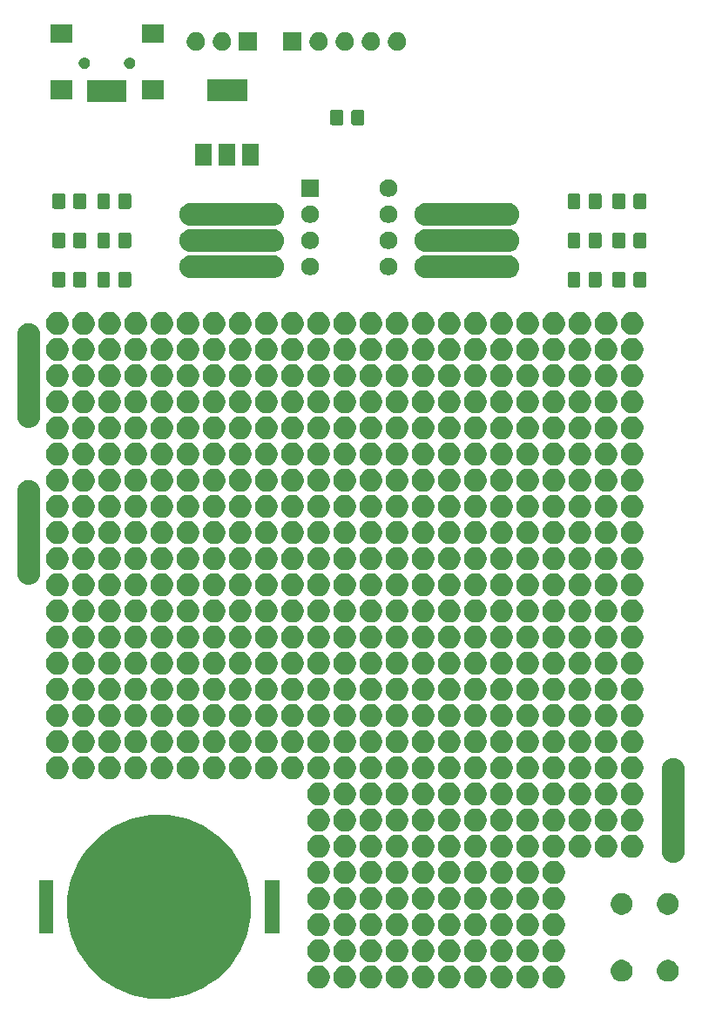
<source format=gts>
G04 #@! TF.GenerationSoftware,KiCad,Pcbnew,(5.1.5)-2*
G04 #@! TF.CreationDate,2020-05-30T20:26:40+02:00*
G04 #@! TF.ProjectId,PIC12_BOARD_REV2,50494331-325f-4424-9f41-52445f524556,rev?*
G04 #@! TF.SameCoordinates,Original*
G04 #@! TF.FileFunction,Soldermask,Top*
G04 #@! TF.FilePolarity,Negative*
%FSLAX46Y46*%
G04 Gerber Fmt 4.6, Leading zero omitted, Abs format (unit mm)*
G04 Created by KiCad (PCBNEW (5.1.5)-2) date 2020-05-30 20:26:40*
%MOMM*%
%LPD*%
G04 APERTURE LIST*
%ADD10C,0.100000*%
G04 APERTURE END LIST*
D10*
G36*
X140517909Y-125456981D02*
G01*
X142146887Y-126131726D01*
X142443487Y-126329908D01*
X143612930Y-127111304D01*
X144859696Y-128358070D01*
X145305560Y-129025354D01*
X145839274Y-129824113D01*
X146514019Y-131453091D01*
X146858000Y-133182402D01*
X146858000Y-134945598D01*
X146514019Y-136674909D01*
X145839274Y-138303887D01*
X145839273Y-138303888D01*
X144859696Y-139769930D01*
X143612930Y-141016696D01*
X142784989Y-141569908D01*
X142146887Y-141996274D01*
X140517909Y-142671019D01*
X138788598Y-143015000D01*
X137025402Y-143015000D01*
X135296091Y-142671019D01*
X133667113Y-141996274D01*
X133029011Y-141569908D01*
X132201070Y-141016696D01*
X130954304Y-139769930D01*
X129974727Y-138303888D01*
X129974726Y-138303887D01*
X129299981Y-136674909D01*
X128956000Y-134945598D01*
X128956000Y-133182402D01*
X129299981Y-131453091D01*
X129974726Y-129824113D01*
X130508440Y-129025354D01*
X130954304Y-128358070D01*
X132201070Y-127111304D01*
X133370513Y-126329908D01*
X133667113Y-126131726D01*
X135296091Y-125456981D01*
X137025402Y-125113000D01*
X138788598Y-125113000D01*
X140517909Y-125456981D01*
G37*
G36*
X176508812Y-139769929D02*
G01*
X176586525Y-139785387D01*
X176789624Y-139869513D01*
X176972409Y-139991646D01*
X177127854Y-140147091D01*
X177249987Y-140329876D01*
X177334113Y-140532975D01*
X177377000Y-140748584D01*
X177377000Y-140968416D01*
X177334113Y-141184025D01*
X177249987Y-141387124D01*
X177127854Y-141569909D01*
X176972409Y-141725354D01*
X176789624Y-141847487D01*
X176586525Y-141931613D01*
X176514655Y-141945909D01*
X176370918Y-141974500D01*
X176151082Y-141974500D01*
X176007345Y-141945909D01*
X175935475Y-141931613D01*
X175732376Y-141847487D01*
X175549591Y-141725354D01*
X175394146Y-141569909D01*
X175272013Y-141387124D01*
X175187887Y-141184025D01*
X175145000Y-140968416D01*
X175145000Y-140748584D01*
X175187887Y-140532975D01*
X175272013Y-140329876D01*
X175394146Y-140147091D01*
X175549591Y-139991646D01*
X175732376Y-139869513D01*
X175935475Y-139785387D01*
X176013188Y-139769929D01*
X176151082Y-139742500D01*
X176370918Y-139742500D01*
X176508812Y-139769929D01*
G37*
G36*
X161268812Y-139769929D02*
G01*
X161346525Y-139785387D01*
X161549624Y-139869513D01*
X161732409Y-139991646D01*
X161887854Y-140147091D01*
X162009987Y-140329876D01*
X162094113Y-140532975D01*
X162137000Y-140748584D01*
X162137000Y-140968416D01*
X162094113Y-141184025D01*
X162009987Y-141387124D01*
X161887854Y-141569909D01*
X161732409Y-141725354D01*
X161549624Y-141847487D01*
X161346525Y-141931613D01*
X161274655Y-141945909D01*
X161130918Y-141974500D01*
X160911082Y-141974500D01*
X160767345Y-141945909D01*
X160695475Y-141931613D01*
X160492376Y-141847487D01*
X160309591Y-141725354D01*
X160154146Y-141569909D01*
X160032013Y-141387124D01*
X159947887Y-141184025D01*
X159905000Y-140968416D01*
X159905000Y-140748584D01*
X159947887Y-140532975D01*
X160032013Y-140329876D01*
X160154146Y-140147091D01*
X160309591Y-139991646D01*
X160492376Y-139869513D01*
X160695475Y-139785387D01*
X160773188Y-139769929D01*
X160911082Y-139742500D01*
X161130918Y-139742500D01*
X161268812Y-139769929D01*
G37*
G36*
X158728812Y-139769929D02*
G01*
X158806525Y-139785387D01*
X159009624Y-139869513D01*
X159192409Y-139991646D01*
X159347854Y-140147091D01*
X159469987Y-140329876D01*
X159554113Y-140532975D01*
X159597000Y-140748584D01*
X159597000Y-140968416D01*
X159554113Y-141184025D01*
X159469987Y-141387124D01*
X159347854Y-141569909D01*
X159192409Y-141725354D01*
X159009624Y-141847487D01*
X158806525Y-141931613D01*
X158734655Y-141945909D01*
X158590918Y-141974500D01*
X158371082Y-141974500D01*
X158227345Y-141945909D01*
X158155475Y-141931613D01*
X157952376Y-141847487D01*
X157769591Y-141725354D01*
X157614146Y-141569909D01*
X157492013Y-141387124D01*
X157407887Y-141184025D01*
X157365000Y-140968416D01*
X157365000Y-140748584D01*
X157407887Y-140532975D01*
X157492013Y-140329876D01*
X157614146Y-140147091D01*
X157769591Y-139991646D01*
X157952376Y-139869513D01*
X158155475Y-139785387D01*
X158233188Y-139769929D01*
X158371082Y-139742500D01*
X158590918Y-139742500D01*
X158728812Y-139769929D01*
G37*
G36*
X163808812Y-139769929D02*
G01*
X163886525Y-139785387D01*
X164089624Y-139869513D01*
X164272409Y-139991646D01*
X164427854Y-140147091D01*
X164549987Y-140329876D01*
X164634113Y-140532975D01*
X164677000Y-140748584D01*
X164677000Y-140968416D01*
X164634113Y-141184025D01*
X164549987Y-141387124D01*
X164427854Y-141569909D01*
X164272409Y-141725354D01*
X164089624Y-141847487D01*
X163886525Y-141931613D01*
X163814655Y-141945909D01*
X163670918Y-141974500D01*
X163451082Y-141974500D01*
X163307345Y-141945909D01*
X163235475Y-141931613D01*
X163032376Y-141847487D01*
X162849591Y-141725354D01*
X162694146Y-141569909D01*
X162572013Y-141387124D01*
X162487887Y-141184025D01*
X162445000Y-140968416D01*
X162445000Y-140748584D01*
X162487887Y-140532975D01*
X162572013Y-140329876D01*
X162694146Y-140147091D01*
X162849591Y-139991646D01*
X163032376Y-139869513D01*
X163235475Y-139785387D01*
X163313188Y-139769929D01*
X163451082Y-139742500D01*
X163670918Y-139742500D01*
X163808812Y-139769929D01*
G37*
G36*
X156188812Y-139769929D02*
G01*
X156266525Y-139785387D01*
X156469624Y-139869513D01*
X156652409Y-139991646D01*
X156807854Y-140147091D01*
X156929987Y-140329876D01*
X157014113Y-140532975D01*
X157057000Y-140748584D01*
X157057000Y-140968416D01*
X157014113Y-141184025D01*
X156929987Y-141387124D01*
X156807854Y-141569909D01*
X156652409Y-141725354D01*
X156469624Y-141847487D01*
X156266525Y-141931613D01*
X156194655Y-141945909D01*
X156050918Y-141974500D01*
X155831082Y-141974500D01*
X155687345Y-141945909D01*
X155615475Y-141931613D01*
X155412376Y-141847487D01*
X155229591Y-141725354D01*
X155074146Y-141569909D01*
X154952013Y-141387124D01*
X154867887Y-141184025D01*
X154825000Y-140968416D01*
X154825000Y-140748584D01*
X154867887Y-140532975D01*
X154952013Y-140329876D01*
X155074146Y-140147091D01*
X155229591Y-139991646D01*
X155412376Y-139869513D01*
X155615475Y-139785387D01*
X155693188Y-139769929D01*
X155831082Y-139742500D01*
X156050918Y-139742500D01*
X156188812Y-139769929D01*
G37*
G36*
X171428812Y-139769929D02*
G01*
X171506525Y-139785387D01*
X171709624Y-139869513D01*
X171892409Y-139991646D01*
X172047854Y-140147091D01*
X172169987Y-140329876D01*
X172254113Y-140532975D01*
X172297000Y-140748584D01*
X172297000Y-140968416D01*
X172254113Y-141184025D01*
X172169987Y-141387124D01*
X172047854Y-141569909D01*
X171892409Y-141725354D01*
X171709624Y-141847487D01*
X171506525Y-141931613D01*
X171434655Y-141945909D01*
X171290918Y-141974500D01*
X171071082Y-141974500D01*
X170927345Y-141945909D01*
X170855475Y-141931613D01*
X170652376Y-141847487D01*
X170469591Y-141725354D01*
X170314146Y-141569909D01*
X170192013Y-141387124D01*
X170107887Y-141184025D01*
X170065000Y-140968416D01*
X170065000Y-140748584D01*
X170107887Y-140532975D01*
X170192013Y-140329876D01*
X170314146Y-140147091D01*
X170469591Y-139991646D01*
X170652376Y-139869513D01*
X170855475Y-139785387D01*
X170933188Y-139769929D01*
X171071082Y-139742500D01*
X171290918Y-139742500D01*
X171428812Y-139769929D01*
G37*
G36*
X168888812Y-139769929D02*
G01*
X168966525Y-139785387D01*
X169169624Y-139869513D01*
X169352409Y-139991646D01*
X169507854Y-140147091D01*
X169629987Y-140329876D01*
X169714113Y-140532975D01*
X169757000Y-140748584D01*
X169757000Y-140968416D01*
X169714113Y-141184025D01*
X169629987Y-141387124D01*
X169507854Y-141569909D01*
X169352409Y-141725354D01*
X169169624Y-141847487D01*
X168966525Y-141931613D01*
X168894655Y-141945909D01*
X168750918Y-141974500D01*
X168531082Y-141974500D01*
X168387345Y-141945909D01*
X168315475Y-141931613D01*
X168112376Y-141847487D01*
X167929591Y-141725354D01*
X167774146Y-141569909D01*
X167652013Y-141387124D01*
X167567887Y-141184025D01*
X167525000Y-140968416D01*
X167525000Y-140748584D01*
X167567887Y-140532975D01*
X167652013Y-140329876D01*
X167774146Y-140147091D01*
X167929591Y-139991646D01*
X168112376Y-139869513D01*
X168315475Y-139785387D01*
X168393188Y-139769929D01*
X168531082Y-139742500D01*
X168750918Y-139742500D01*
X168888812Y-139769929D01*
G37*
G36*
X173968812Y-139769929D02*
G01*
X174046525Y-139785387D01*
X174249624Y-139869513D01*
X174432409Y-139991646D01*
X174587854Y-140147091D01*
X174709987Y-140329876D01*
X174794113Y-140532975D01*
X174837000Y-140748584D01*
X174837000Y-140968416D01*
X174794113Y-141184025D01*
X174709987Y-141387124D01*
X174587854Y-141569909D01*
X174432409Y-141725354D01*
X174249624Y-141847487D01*
X174046525Y-141931613D01*
X173974655Y-141945909D01*
X173830918Y-141974500D01*
X173611082Y-141974500D01*
X173467345Y-141945909D01*
X173395475Y-141931613D01*
X173192376Y-141847487D01*
X173009591Y-141725354D01*
X172854146Y-141569909D01*
X172732013Y-141387124D01*
X172647887Y-141184025D01*
X172605000Y-140968416D01*
X172605000Y-140748584D01*
X172647887Y-140532975D01*
X172732013Y-140329876D01*
X172854146Y-140147091D01*
X173009591Y-139991646D01*
X173192376Y-139869513D01*
X173395475Y-139785387D01*
X173473188Y-139769929D01*
X173611082Y-139742500D01*
X173830918Y-139742500D01*
X173968812Y-139769929D01*
G37*
G36*
X166348812Y-139769929D02*
G01*
X166426525Y-139785387D01*
X166629624Y-139869513D01*
X166812409Y-139991646D01*
X166967854Y-140147091D01*
X167089987Y-140329876D01*
X167174113Y-140532975D01*
X167217000Y-140748584D01*
X167217000Y-140968416D01*
X167174113Y-141184025D01*
X167089987Y-141387124D01*
X166967854Y-141569909D01*
X166812409Y-141725354D01*
X166629624Y-141847487D01*
X166426525Y-141931613D01*
X166354655Y-141945909D01*
X166210918Y-141974500D01*
X165991082Y-141974500D01*
X165847345Y-141945909D01*
X165775475Y-141931613D01*
X165572376Y-141847487D01*
X165389591Y-141725354D01*
X165234146Y-141569909D01*
X165112013Y-141387124D01*
X165027887Y-141184025D01*
X164985000Y-140968416D01*
X164985000Y-140748584D01*
X165027887Y-140532975D01*
X165112013Y-140329876D01*
X165234146Y-140147091D01*
X165389591Y-139991646D01*
X165572376Y-139869513D01*
X165775475Y-139785387D01*
X165853188Y-139769929D01*
X165991082Y-139742500D01*
X166210918Y-139742500D01*
X166348812Y-139769929D01*
G37*
G36*
X153648812Y-139769929D02*
G01*
X153726525Y-139785387D01*
X153929624Y-139869513D01*
X154112409Y-139991646D01*
X154267854Y-140147091D01*
X154389987Y-140329876D01*
X154474113Y-140532975D01*
X154517000Y-140748584D01*
X154517000Y-140968416D01*
X154474113Y-141184025D01*
X154389987Y-141387124D01*
X154267854Y-141569909D01*
X154112409Y-141725354D01*
X153929624Y-141847487D01*
X153726525Y-141931613D01*
X153654655Y-141945909D01*
X153510918Y-141974500D01*
X153291082Y-141974500D01*
X153147345Y-141945909D01*
X153075475Y-141931613D01*
X152872376Y-141847487D01*
X152689591Y-141725354D01*
X152534146Y-141569909D01*
X152412013Y-141387124D01*
X152327887Y-141184025D01*
X152285000Y-140968416D01*
X152285000Y-140748584D01*
X152327887Y-140532975D01*
X152412013Y-140329876D01*
X152534146Y-140147091D01*
X152689591Y-139991646D01*
X152872376Y-139869513D01*
X153075475Y-139785387D01*
X153153188Y-139769929D01*
X153291082Y-139742500D01*
X153510918Y-139742500D01*
X153648812Y-139769929D01*
G37*
G36*
X183155564Y-139252389D02*
G01*
X183346833Y-139331615D01*
X183346835Y-139331616D01*
X183518973Y-139446635D01*
X183665365Y-139593027D01*
X183765240Y-139742500D01*
X183780385Y-139765167D01*
X183859611Y-139956436D01*
X183900000Y-140159484D01*
X183900000Y-140366516D01*
X183859611Y-140569564D01*
X183780385Y-140760833D01*
X183780384Y-140760835D01*
X183665365Y-140932973D01*
X183518973Y-141079365D01*
X183346835Y-141194384D01*
X183346834Y-141194385D01*
X183346833Y-141194385D01*
X183155564Y-141273611D01*
X182952516Y-141314000D01*
X182745484Y-141314000D01*
X182542436Y-141273611D01*
X182351167Y-141194385D01*
X182351166Y-141194385D01*
X182351165Y-141194384D01*
X182179027Y-141079365D01*
X182032635Y-140932973D01*
X181917616Y-140760835D01*
X181917615Y-140760833D01*
X181838389Y-140569564D01*
X181798000Y-140366516D01*
X181798000Y-140159484D01*
X181838389Y-139956436D01*
X181917615Y-139765167D01*
X181932761Y-139742500D01*
X182032635Y-139593027D01*
X182179027Y-139446635D01*
X182351165Y-139331616D01*
X182351167Y-139331615D01*
X182542436Y-139252389D01*
X182745484Y-139212000D01*
X182952516Y-139212000D01*
X183155564Y-139252389D01*
G37*
G36*
X187655564Y-139252389D02*
G01*
X187846833Y-139331615D01*
X187846835Y-139331616D01*
X188018973Y-139446635D01*
X188165365Y-139593027D01*
X188265240Y-139742500D01*
X188280385Y-139765167D01*
X188359611Y-139956436D01*
X188400000Y-140159484D01*
X188400000Y-140366516D01*
X188359611Y-140569564D01*
X188280385Y-140760833D01*
X188280384Y-140760835D01*
X188165365Y-140932973D01*
X188018973Y-141079365D01*
X187846835Y-141194384D01*
X187846834Y-141194385D01*
X187846833Y-141194385D01*
X187655564Y-141273611D01*
X187452516Y-141314000D01*
X187245484Y-141314000D01*
X187042436Y-141273611D01*
X186851167Y-141194385D01*
X186851166Y-141194385D01*
X186851165Y-141194384D01*
X186679027Y-141079365D01*
X186532635Y-140932973D01*
X186417616Y-140760835D01*
X186417615Y-140760833D01*
X186338389Y-140569564D01*
X186298000Y-140366516D01*
X186298000Y-140159484D01*
X186338389Y-139956436D01*
X186417615Y-139765167D01*
X186432761Y-139742500D01*
X186532635Y-139593027D01*
X186679027Y-139446635D01*
X186851165Y-139331616D01*
X186851167Y-139331615D01*
X187042436Y-139252389D01*
X187245484Y-139212000D01*
X187452516Y-139212000D01*
X187655564Y-139252389D01*
G37*
G36*
X161274655Y-137231091D02*
G01*
X161346525Y-137245387D01*
X161549624Y-137329513D01*
X161732409Y-137451646D01*
X161887854Y-137607091D01*
X162009987Y-137789876D01*
X162094113Y-137992975D01*
X162137000Y-138208584D01*
X162137000Y-138428416D01*
X162094113Y-138644025D01*
X162009987Y-138847124D01*
X161887854Y-139029909D01*
X161732409Y-139185354D01*
X161549624Y-139307487D01*
X161346525Y-139391613D01*
X161274655Y-139405909D01*
X161130918Y-139434500D01*
X160911082Y-139434500D01*
X160767345Y-139405909D01*
X160695475Y-139391613D01*
X160492376Y-139307487D01*
X160309591Y-139185354D01*
X160154146Y-139029909D01*
X160032013Y-138847124D01*
X159947887Y-138644025D01*
X159905000Y-138428416D01*
X159905000Y-138208584D01*
X159947887Y-137992975D01*
X160032013Y-137789876D01*
X160154146Y-137607091D01*
X160309591Y-137451646D01*
X160492376Y-137329513D01*
X160695475Y-137245387D01*
X160767345Y-137231091D01*
X160911082Y-137202500D01*
X161130918Y-137202500D01*
X161274655Y-137231091D01*
G37*
G36*
X153654655Y-137231091D02*
G01*
X153726525Y-137245387D01*
X153929624Y-137329513D01*
X154112409Y-137451646D01*
X154267854Y-137607091D01*
X154389987Y-137789876D01*
X154474113Y-137992975D01*
X154517000Y-138208584D01*
X154517000Y-138428416D01*
X154474113Y-138644025D01*
X154389987Y-138847124D01*
X154267854Y-139029909D01*
X154112409Y-139185354D01*
X153929624Y-139307487D01*
X153726525Y-139391613D01*
X153654655Y-139405909D01*
X153510918Y-139434500D01*
X153291082Y-139434500D01*
X153147345Y-139405909D01*
X153075475Y-139391613D01*
X152872376Y-139307487D01*
X152689591Y-139185354D01*
X152534146Y-139029909D01*
X152412013Y-138847124D01*
X152327887Y-138644025D01*
X152285000Y-138428416D01*
X152285000Y-138208584D01*
X152327887Y-137992975D01*
X152412013Y-137789876D01*
X152534146Y-137607091D01*
X152689591Y-137451646D01*
X152872376Y-137329513D01*
X153075475Y-137245387D01*
X153147345Y-137231091D01*
X153291082Y-137202500D01*
X153510918Y-137202500D01*
X153654655Y-137231091D01*
G37*
G36*
X158734655Y-137231091D02*
G01*
X158806525Y-137245387D01*
X159009624Y-137329513D01*
X159192409Y-137451646D01*
X159347854Y-137607091D01*
X159469987Y-137789876D01*
X159554113Y-137992975D01*
X159597000Y-138208584D01*
X159597000Y-138428416D01*
X159554113Y-138644025D01*
X159469987Y-138847124D01*
X159347854Y-139029909D01*
X159192409Y-139185354D01*
X159009624Y-139307487D01*
X158806525Y-139391613D01*
X158734655Y-139405909D01*
X158590918Y-139434500D01*
X158371082Y-139434500D01*
X158227345Y-139405909D01*
X158155475Y-139391613D01*
X157952376Y-139307487D01*
X157769591Y-139185354D01*
X157614146Y-139029909D01*
X157492013Y-138847124D01*
X157407887Y-138644025D01*
X157365000Y-138428416D01*
X157365000Y-138208584D01*
X157407887Y-137992975D01*
X157492013Y-137789876D01*
X157614146Y-137607091D01*
X157769591Y-137451646D01*
X157952376Y-137329513D01*
X158155475Y-137245387D01*
X158227345Y-137231091D01*
X158371082Y-137202500D01*
X158590918Y-137202500D01*
X158734655Y-137231091D01*
G37*
G36*
X163814655Y-137231091D02*
G01*
X163886525Y-137245387D01*
X164089624Y-137329513D01*
X164272409Y-137451646D01*
X164427854Y-137607091D01*
X164549987Y-137789876D01*
X164634113Y-137992975D01*
X164677000Y-138208584D01*
X164677000Y-138428416D01*
X164634113Y-138644025D01*
X164549987Y-138847124D01*
X164427854Y-139029909D01*
X164272409Y-139185354D01*
X164089624Y-139307487D01*
X163886525Y-139391613D01*
X163814655Y-139405909D01*
X163670918Y-139434500D01*
X163451082Y-139434500D01*
X163307345Y-139405909D01*
X163235475Y-139391613D01*
X163032376Y-139307487D01*
X162849591Y-139185354D01*
X162694146Y-139029909D01*
X162572013Y-138847124D01*
X162487887Y-138644025D01*
X162445000Y-138428416D01*
X162445000Y-138208584D01*
X162487887Y-137992975D01*
X162572013Y-137789876D01*
X162694146Y-137607091D01*
X162849591Y-137451646D01*
X163032376Y-137329513D01*
X163235475Y-137245387D01*
X163307345Y-137231091D01*
X163451082Y-137202500D01*
X163670918Y-137202500D01*
X163814655Y-137231091D01*
G37*
G36*
X168894655Y-137231091D02*
G01*
X168966525Y-137245387D01*
X169169624Y-137329513D01*
X169352409Y-137451646D01*
X169507854Y-137607091D01*
X169629987Y-137789876D01*
X169714113Y-137992975D01*
X169757000Y-138208584D01*
X169757000Y-138428416D01*
X169714113Y-138644025D01*
X169629987Y-138847124D01*
X169507854Y-139029909D01*
X169352409Y-139185354D01*
X169169624Y-139307487D01*
X168966525Y-139391613D01*
X168894655Y-139405909D01*
X168750918Y-139434500D01*
X168531082Y-139434500D01*
X168387345Y-139405909D01*
X168315475Y-139391613D01*
X168112376Y-139307487D01*
X167929591Y-139185354D01*
X167774146Y-139029909D01*
X167652013Y-138847124D01*
X167567887Y-138644025D01*
X167525000Y-138428416D01*
X167525000Y-138208584D01*
X167567887Y-137992975D01*
X167652013Y-137789876D01*
X167774146Y-137607091D01*
X167929591Y-137451646D01*
X168112376Y-137329513D01*
X168315475Y-137245387D01*
X168387345Y-137231091D01*
X168531082Y-137202500D01*
X168750918Y-137202500D01*
X168894655Y-137231091D01*
G37*
G36*
X156194655Y-137231091D02*
G01*
X156266525Y-137245387D01*
X156469624Y-137329513D01*
X156652409Y-137451646D01*
X156807854Y-137607091D01*
X156929987Y-137789876D01*
X157014113Y-137992975D01*
X157057000Y-138208584D01*
X157057000Y-138428416D01*
X157014113Y-138644025D01*
X156929987Y-138847124D01*
X156807854Y-139029909D01*
X156652409Y-139185354D01*
X156469624Y-139307487D01*
X156266525Y-139391613D01*
X156194655Y-139405909D01*
X156050918Y-139434500D01*
X155831082Y-139434500D01*
X155687345Y-139405909D01*
X155615475Y-139391613D01*
X155412376Y-139307487D01*
X155229591Y-139185354D01*
X155074146Y-139029909D01*
X154952013Y-138847124D01*
X154867887Y-138644025D01*
X154825000Y-138428416D01*
X154825000Y-138208584D01*
X154867887Y-137992975D01*
X154952013Y-137789876D01*
X155074146Y-137607091D01*
X155229591Y-137451646D01*
X155412376Y-137329513D01*
X155615475Y-137245387D01*
X155687345Y-137231091D01*
X155831082Y-137202500D01*
X156050918Y-137202500D01*
X156194655Y-137231091D01*
G37*
G36*
X173974655Y-137231091D02*
G01*
X174046525Y-137245387D01*
X174249624Y-137329513D01*
X174432409Y-137451646D01*
X174587854Y-137607091D01*
X174709987Y-137789876D01*
X174794113Y-137992975D01*
X174837000Y-138208584D01*
X174837000Y-138428416D01*
X174794113Y-138644025D01*
X174709987Y-138847124D01*
X174587854Y-139029909D01*
X174432409Y-139185354D01*
X174249624Y-139307487D01*
X174046525Y-139391613D01*
X173974655Y-139405909D01*
X173830918Y-139434500D01*
X173611082Y-139434500D01*
X173467345Y-139405909D01*
X173395475Y-139391613D01*
X173192376Y-139307487D01*
X173009591Y-139185354D01*
X172854146Y-139029909D01*
X172732013Y-138847124D01*
X172647887Y-138644025D01*
X172605000Y-138428416D01*
X172605000Y-138208584D01*
X172647887Y-137992975D01*
X172732013Y-137789876D01*
X172854146Y-137607091D01*
X173009591Y-137451646D01*
X173192376Y-137329513D01*
X173395475Y-137245387D01*
X173467345Y-137231091D01*
X173611082Y-137202500D01*
X173830918Y-137202500D01*
X173974655Y-137231091D01*
G37*
G36*
X166354655Y-137231091D02*
G01*
X166426525Y-137245387D01*
X166629624Y-137329513D01*
X166812409Y-137451646D01*
X166967854Y-137607091D01*
X167089987Y-137789876D01*
X167174113Y-137992975D01*
X167217000Y-138208584D01*
X167217000Y-138428416D01*
X167174113Y-138644025D01*
X167089987Y-138847124D01*
X166967854Y-139029909D01*
X166812409Y-139185354D01*
X166629624Y-139307487D01*
X166426525Y-139391613D01*
X166354655Y-139405909D01*
X166210918Y-139434500D01*
X165991082Y-139434500D01*
X165847345Y-139405909D01*
X165775475Y-139391613D01*
X165572376Y-139307487D01*
X165389591Y-139185354D01*
X165234146Y-139029909D01*
X165112013Y-138847124D01*
X165027887Y-138644025D01*
X164985000Y-138428416D01*
X164985000Y-138208584D01*
X165027887Y-137992975D01*
X165112013Y-137789876D01*
X165234146Y-137607091D01*
X165389591Y-137451646D01*
X165572376Y-137329513D01*
X165775475Y-137245387D01*
X165847345Y-137231091D01*
X165991082Y-137202500D01*
X166210918Y-137202500D01*
X166354655Y-137231091D01*
G37*
G36*
X176514655Y-137231091D02*
G01*
X176586525Y-137245387D01*
X176789624Y-137329513D01*
X176972409Y-137451646D01*
X177127854Y-137607091D01*
X177249987Y-137789876D01*
X177334113Y-137992975D01*
X177377000Y-138208584D01*
X177377000Y-138428416D01*
X177334113Y-138644025D01*
X177249987Y-138847124D01*
X177127854Y-139029909D01*
X176972409Y-139185354D01*
X176789624Y-139307487D01*
X176586525Y-139391613D01*
X176514655Y-139405909D01*
X176370918Y-139434500D01*
X176151082Y-139434500D01*
X176007345Y-139405909D01*
X175935475Y-139391613D01*
X175732376Y-139307487D01*
X175549591Y-139185354D01*
X175394146Y-139029909D01*
X175272013Y-138847124D01*
X175187887Y-138644025D01*
X175145000Y-138428416D01*
X175145000Y-138208584D01*
X175187887Y-137992975D01*
X175272013Y-137789876D01*
X175394146Y-137607091D01*
X175549591Y-137451646D01*
X175732376Y-137329513D01*
X175935475Y-137245387D01*
X176007345Y-137231091D01*
X176151082Y-137202500D01*
X176370918Y-137202500D01*
X176514655Y-137231091D01*
G37*
G36*
X171434655Y-137231091D02*
G01*
X171506525Y-137245387D01*
X171709624Y-137329513D01*
X171892409Y-137451646D01*
X172047854Y-137607091D01*
X172169987Y-137789876D01*
X172254113Y-137992975D01*
X172297000Y-138208584D01*
X172297000Y-138428416D01*
X172254113Y-138644025D01*
X172169987Y-138847124D01*
X172047854Y-139029909D01*
X171892409Y-139185354D01*
X171709624Y-139307487D01*
X171506525Y-139391613D01*
X171434655Y-139405909D01*
X171290918Y-139434500D01*
X171071082Y-139434500D01*
X170927345Y-139405909D01*
X170855475Y-139391613D01*
X170652376Y-139307487D01*
X170469591Y-139185354D01*
X170314146Y-139029909D01*
X170192013Y-138847124D01*
X170107887Y-138644025D01*
X170065000Y-138428416D01*
X170065000Y-138208584D01*
X170107887Y-137992975D01*
X170192013Y-137789876D01*
X170314146Y-137607091D01*
X170469591Y-137451646D01*
X170652376Y-137329513D01*
X170855475Y-137245387D01*
X170927345Y-137231091D01*
X171071082Y-137202500D01*
X171290918Y-137202500D01*
X171434655Y-137231091D01*
G37*
G36*
X173974655Y-134691091D02*
G01*
X174046525Y-134705387D01*
X174249624Y-134789513D01*
X174432409Y-134911646D01*
X174587854Y-135067091D01*
X174709987Y-135249876D01*
X174794113Y-135452975D01*
X174837000Y-135668584D01*
X174837000Y-135888416D01*
X174794113Y-136104025D01*
X174709987Y-136307124D01*
X174587854Y-136489909D01*
X174432409Y-136645354D01*
X174249624Y-136767487D01*
X174046525Y-136851613D01*
X173974655Y-136865909D01*
X173830918Y-136894500D01*
X173611082Y-136894500D01*
X173467345Y-136865909D01*
X173395475Y-136851613D01*
X173192376Y-136767487D01*
X173009591Y-136645354D01*
X172854146Y-136489909D01*
X172732013Y-136307124D01*
X172647887Y-136104025D01*
X172605000Y-135888416D01*
X172605000Y-135668584D01*
X172647887Y-135452975D01*
X172732013Y-135249876D01*
X172854146Y-135067091D01*
X173009591Y-134911646D01*
X173192376Y-134789513D01*
X173395475Y-134705387D01*
X173467345Y-134691091D01*
X173611082Y-134662500D01*
X173830918Y-134662500D01*
X173974655Y-134691091D01*
G37*
G36*
X161274655Y-134691091D02*
G01*
X161346525Y-134705387D01*
X161549624Y-134789513D01*
X161732409Y-134911646D01*
X161887854Y-135067091D01*
X162009987Y-135249876D01*
X162094113Y-135452975D01*
X162137000Y-135668584D01*
X162137000Y-135888416D01*
X162094113Y-136104025D01*
X162009987Y-136307124D01*
X161887854Y-136489909D01*
X161732409Y-136645354D01*
X161549624Y-136767487D01*
X161346525Y-136851613D01*
X161274655Y-136865909D01*
X161130918Y-136894500D01*
X160911082Y-136894500D01*
X160767345Y-136865909D01*
X160695475Y-136851613D01*
X160492376Y-136767487D01*
X160309591Y-136645354D01*
X160154146Y-136489909D01*
X160032013Y-136307124D01*
X159947887Y-136104025D01*
X159905000Y-135888416D01*
X159905000Y-135668584D01*
X159947887Y-135452975D01*
X160032013Y-135249876D01*
X160154146Y-135067091D01*
X160309591Y-134911646D01*
X160492376Y-134789513D01*
X160695475Y-134705387D01*
X160767345Y-134691091D01*
X160911082Y-134662500D01*
X161130918Y-134662500D01*
X161274655Y-134691091D01*
G37*
G36*
X166354655Y-134691091D02*
G01*
X166426525Y-134705387D01*
X166629624Y-134789513D01*
X166812409Y-134911646D01*
X166967854Y-135067091D01*
X167089987Y-135249876D01*
X167174113Y-135452975D01*
X167217000Y-135668584D01*
X167217000Y-135888416D01*
X167174113Y-136104025D01*
X167089987Y-136307124D01*
X166967854Y-136489909D01*
X166812409Y-136645354D01*
X166629624Y-136767487D01*
X166426525Y-136851613D01*
X166354655Y-136865909D01*
X166210918Y-136894500D01*
X165991082Y-136894500D01*
X165847345Y-136865909D01*
X165775475Y-136851613D01*
X165572376Y-136767487D01*
X165389591Y-136645354D01*
X165234146Y-136489909D01*
X165112013Y-136307124D01*
X165027887Y-136104025D01*
X164985000Y-135888416D01*
X164985000Y-135668584D01*
X165027887Y-135452975D01*
X165112013Y-135249876D01*
X165234146Y-135067091D01*
X165389591Y-134911646D01*
X165572376Y-134789513D01*
X165775475Y-134705387D01*
X165847345Y-134691091D01*
X165991082Y-134662500D01*
X166210918Y-134662500D01*
X166354655Y-134691091D01*
G37*
G36*
X168894655Y-134691091D02*
G01*
X168966525Y-134705387D01*
X169169624Y-134789513D01*
X169352409Y-134911646D01*
X169507854Y-135067091D01*
X169629987Y-135249876D01*
X169714113Y-135452975D01*
X169757000Y-135668584D01*
X169757000Y-135888416D01*
X169714113Y-136104025D01*
X169629987Y-136307124D01*
X169507854Y-136489909D01*
X169352409Y-136645354D01*
X169169624Y-136767487D01*
X168966525Y-136851613D01*
X168894655Y-136865909D01*
X168750918Y-136894500D01*
X168531082Y-136894500D01*
X168387345Y-136865909D01*
X168315475Y-136851613D01*
X168112376Y-136767487D01*
X167929591Y-136645354D01*
X167774146Y-136489909D01*
X167652013Y-136307124D01*
X167567887Y-136104025D01*
X167525000Y-135888416D01*
X167525000Y-135668584D01*
X167567887Y-135452975D01*
X167652013Y-135249876D01*
X167774146Y-135067091D01*
X167929591Y-134911646D01*
X168112376Y-134789513D01*
X168315475Y-134705387D01*
X168387345Y-134691091D01*
X168531082Y-134662500D01*
X168750918Y-134662500D01*
X168894655Y-134691091D01*
G37*
G36*
X176514655Y-134691091D02*
G01*
X176586525Y-134705387D01*
X176789624Y-134789513D01*
X176972409Y-134911646D01*
X177127854Y-135067091D01*
X177249987Y-135249876D01*
X177334113Y-135452975D01*
X177377000Y-135668584D01*
X177377000Y-135888416D01*
X177334113Y-136104025D01*
X177249987Y-136307124D01*
X177127854Y-136489909D01*
X176972409Y-136645354D01*
X176789624Y-136767487D01*
X176586525Y-136851613D01*
X176514655Y-136865909D01*
X176370918Y-136894500D01*
X176151082Y-136894500D01*
X176007345Y-136865909D01*
X175935475Y-136851613D01*
X175732376Y-136767487D01*
X175549591Y-136645354D01*
X175394146Y-136489909D01*
X175272013Y-136307124D01*
X175187887Y-136104025D01*
X175145000Y-135888416D01*
X175145000Y-135668584D01*
X175187887Y-135452975D01*
X175272013Y-135249876D01*
X175394146Y-135067091D01*
X175549591Y-134911646D01*
X175732376Y-134789513D01*
X175935475Y-134705387D01*
X176007345Y-134691091D01*
X176151082Y-134662500D01*
X176370918Y-134662500D01*
X176514655Y-134691091D01*
G37*
G36*
X171434655Y-134691091D02*
G01*
X171506525Y-134705387D01*
X171709624Y-134789513D01*
X171892409Y-134911646D01*
X172047854Y-135067091D01*
X172169987Y-135249876D01*
X172254113Y-135452975D01*
X172297000Y-135668584D01*
X172297000Y-135888416D01*
X172254113Y-136104025D01*
X172169987Y-136307124D01*
X172047854Y-136489909D01*
X171892409Y-136645354D01*
X171709624Y-136767487D01*
X171506525Y-136851613D01*
X171434655Y-136865909D01*
X171290918Y-136894500D01*
X171071082Y-136894500D01*
X170927345Y-136865909D01*
X170855475Y-136851613D01*
X170652376Y-136767487D01*
X170469591Y-136645354D01*
X170314146Y-136489909D01*
X170192013Y-136307124D01*
X170107887Y-136104025D01*
X170065000Y-135888416D01*
X170065000Y-135668584D01*
X170107887Y-135452975D01*
X170192013Y-135249876D01*
X170314146Y-135067091D01*
X170469591Y-134911646D01*
X170652376Y-134789513D01*
X170855475Y-134705387D01*
X170927345Y-134691091D01*
X171071082Y-134662500D01*
X171290918Y-134662500D01*
X171434655Y-134691091D01*
G37*
G36*
X156194655Y-134691091D02*
G01*
X156266525Y-134705387D01*
X156469624Y-134789513D01*
X156652409Y-134911646D01*
X156807854Y-135067091D01*
X156929987Y-135249876D01*
X157014113Y-135452975D01*
X157057000Y-135668584D01*
X157057000Y-135888416D01*
X157014113Y-136104025D01*
X156929987Y-136307124D01*
X156807854Y-136489909D01*
X156652409Y-136645354D01*
X156469624Y-136767487D01*
X156266525Y-136851613D01*
X156194655Y-136865909D01*
X156050918Y-136894500D01*
X155831082Y-136894500D01*
X155687345Y-136865909D01*
X155615475Y-136851613D01*
X155412376Y-136767487D01*
X155229591Y-136645354D01*
X155074146Y-136489909D01*
X154952013Y-136307124D01*
X154867887Y-136104025D01*
X154825000Y-135888416D01*
X154825000Y-135668584D01*
X154867887Y-135452975D01*
X154952013Y-135249876D01*
X155074146Y-135067091D01*
X155229591Y-134911646D01*
X155412376Y-134789513D01*
X155615475Y-134705387D01*
X155687345Y-134691091D01*
X155831082Y-134662500D01*
X156050918Y-134662500D01*
X156194655Y-134691091D01*
G37*
G36*
X153654655Y-134691091D02*
G01*
X153726525Y-134705387D01*
X153929624Y-134789513D01*
X154112409Y-134911646D01*
X154267854Y-135067091D01*
X154389987Y-135249876D01*
X154474113Y-135452975D01*
X154517000Y-135668584D01*
X154517000Y-135888416D01*
X154474113Y-136104025D01*
X154389987Y-136307124D01*
X154267854Y-136489909D01*
X154112409Y-136645354D01*
X153929624Y-136767487D01*
X153726525Y-136851613D01*
X153654655Y-136865909D01*
X153510918Y-136894500D01*
X153291082Y-136894500D01*
X153147345Y-136865909D01*
X153075475Y-136851613D01*
X152872376Y-136767487D01*
X152689591Y-136645354D01*
X152534146Y-136489909D01*
X152412013Y-136307124D01*
X152327887Y-136104025D01*
X152285000Y-135888416D01*
X152285000Y-135668584D01*
X152327887Y-135452975D01*
X152412013Y-135249876D01*
X152534146Y-135067091D01*
X152689591Y-134911646D01*
X152872376Y-134789513D01*
X153075475Y-134705387D01*
X153147345Y-134691091D01*
X153291082Y-134662500D01*
X153510918Y-134662500D01*
X153654655Y-134691091D01*
G37*
G36*
X158734655Y-134691091D02*
G01*
X158806525Y-134705387D01*
X159009624Y-134789513D01*
X159192409Y-134911646D01*
X159347854Y-135067091D01*
X159469987Y-135249876D01*
X159554113Y-135452975D01*
X159597000Y-135668584D01*
X159597000Y-135888416D01*
X159554113Y-136104025D01*
X159469987Y-136307124D01*
X159347854Y-136489909D01*
X159192409Y-136645354D01*
X159009624Y-136767487D01*
X158806525Y-136851613D01*
X158734655Y-136865909D01*
X158590918Y-136894500D01*
X158371082Y-136894500D01*
X158227345Y-136865909D01*
X158155475Y-136851613D01*
X157952376Y-136767487D01*
X157769591Y-136645354D01*
X157614146Y-136489909D01*
X157492013Y-136307124D01*
X157407887Y-136104025D01*
X157365000Y-135888416D01*
X157365000Y-135668584D01*
X157407887Y-135452975D01*
X157492013Y-135249876D01*
X157614146Y-135067091D01*
X157769591Y-134911646D01*
X157952376Y-134789513D01*
X158155475Y-134705387D01*
X158227345Y-134691091D01*
X158371082Y-134662500D01*
X158590918Y-134662500D01*
X158734655Y-134691091D01*
G37*
G36*
X163814655Y-134691091D02*
G01*
X163886525Y-134705387D01*
X164089624Y-134789513D01*
X164272409Y-134911646D01*
X164427854Y-135067091D01*
X164549987Y-135249876D01*
X164634113Y-135452975D01*
X164677000Y-135668584D01*
X164677000Y-135888416D01*
X164634113Y-136104025D01*
X164549987Y-136307124D01*
X164427854Y-136489909D01*
X164272409Y-136645354D01*
X164089624Y-136767487D01*
X163886525Y-136851613D01*
X163814655Y-136865909D01*
X163670918Y-136894500D01*
X163451082Y-136894500D01*
X163307345Y-136865909D01*
X163235475Y-136851613D01*
X163032376Y-136767487D01*
X162849591Y-136645354D01*
X162694146Y-136489909D01*
X162572013Y-136307124D01*
X162487887Y-136104025D01*
X162445000Y-135888416D01*
X162445000Y-135668584D01*
X162487887Y-135452975D01*
X162572013Y-135249876D01*
X162694146Y-135067091D01*
X162849591Y-134911646D01*
X163032376Y-134789513D01*
X163235475Y-134705387D01*
X163307345Y-134691091D01*
X163451082Y-134662500D01*
X163670918Y-134662500D01*
X163814655Y-134691091D01*
G37*
G36*
X149578000Y-136655000D02*
G01*
X148206000Y-136655000D01*
X148206000Y-131473000D01*
X149578000Y-131473000D01*
X149578000Y-136655000D01*
G37*
G36*
X127608000Y-136655000D02*
G01*
X126236000Y-136655000D01*
X126236000Y-131473000D01*
X127608000Y-131473000D01*
X127608000Y-136655000D01*
G37*
G36*
X187655564Y-132752389D02*
G01*
X187846833Y-132831615D01*
X187846835Y-132831616D01*
X187968597Y-132912975D01*
X188018973Y-132946635D01*
X188165365Y-133093027D01*
X188280385Y-133265167D01*
X188359611Y-133456436D01*
X188400000Y-133659484D01*
X188400000Y-133866516D01*
X188359611Y-134069564D01*
X188344786Y-134105354D01*
X188280384Y-134260835D01*
X188165365Y-134432973D01*
X188018973Y-134579365D01*
X187846835Y-134694384D01*
X187846834Y-134694385D01*
X187846833Y-134694385D01*
X187655564Y-134773611D01*
X187452516Y-134814000D01*
X187245484Y-134814000D01*
X187042436Y-134773611D01*
X186851167Y-134694385D01*
X186851166Y-134694385D01*
X186851165Y-134694384D01*
X186679027Y-134579365D01*
X186532635Y-134432973D01*
X186417616Y-134260835D01*
X186353214Y-134105354D01*
X186338389Y-134069564D01*
X186298000Y-133866516D01*
X186298000Y-133659484D01*
X186338389Y-133456436D01*
X186417615Y-133265167D01*
X186532635Y-133093027D01*
X186679027Y-132946635D01*
X186729403Y-132912975D01*
X186851165Y-132831616D01*
X186851167Y-132831615D01*
X187042436Y-132752389D01*
X187245484Y-132712000D01*
X187452516Y-132712000D01*
X187655564Y-132752389D01*
G37*
G36*
X183155564Y-132752389D02*
G01*
X183346833Y-132831615D01*
X183346835Y-132831616D01*
X183468597Y-132912975D01*
X183518973Y-132946635D01*
X183665365Y-133093027D01*
X183780385Y-133265167D01*
X183859611Y-133456436D01*
X183900000Y-133659484D01*
X183900000Y-133866516D01*
X183859611Y-134069564D01*
X183844786Y-134105354D01*
X183780384Y-134260835D01*
X183665365Y-134432973D01*
X183518973Y-134579365D01*
X183346835Y-134694384D01*
X183346834Y-134694385D01*
X183346833Y-134694385D01*
X183155564Y-134773611D01*
X182952516Y-134814000D01*
X182745484Y-134814000D01*
X182542436Y-134773611D01*
X182351167Y-134694385D01*
X182351166Y-134694385D01*
X182351165Y-134694384D01*
X182179027Y-134579365D01*
X182032635Y-134432973D01*
X181917616Y-134260835D01*
X181853214Y-134105354D01*
X181838389Y-134069564D01*
X181798000Y-133866516D01*
X181798000Y-133659484D01*
X181838389Y-133456436D01*
X181917615Y-133265167D01*
X182032635Y-133093027D01*
X182179027Y-132946635D01*
X182229403Y-132912975D01*
X182351165Y-132831616D01*
X182351167Y-132831615D01*
X182542436Y-132752389D01*
X182745484Y-132712000D01*
X182952516Y-132712000D01*
X183155564Y-132752389D01*
G37*
G36*
X163814655Y-132151091D02*
G01*
X163886525Y-132165387D01*
X164089624Y-132249513D01*
X164272409Y-132371646D01*
X164427854Y-132527091D01*
X164549987Y-132709876D01*
X164600413Y-132831616D01*
X164634113Y-132912976D01*
X164669928Y-133093027D01*
X164677000Y-133128584D01*
X164677000Y-133348416D01*
X164634113Y-133564025D01*
X164549987Y-133767124D01*
X164427854Y-133949909D01*
X164272409Y-134105354D01*
X164089624Y-134227487D01*
X163886525Y-134311613D01*
X163814655Y-134325909D01*
X163670918Y-134354500D01*
X163451082Y-134354500D01*
X163307345Y-134325909D01*
X163235475Y-134311613D01*
X163032376Y-134227487D01*
X162849591Y-134105354D01*
X162694146Y-133949909D01*
X162572013Y-133767124D01*
X162487887Y-133564025D01*
X162445000Y-133348416D01*
X162445000Y-133128584D01*
X162452073Y-133093027D01*
X162487887Y-132912976D01*
X162521587Y-132831616D01*
X162572013Y-132709876D01*
X162694146Y-132527091D01*
X162849591Y-132371646D01*
X163032376Y-132249513D01*
X163235475Y-132165387D01*
X163307345Y-132151091D01*
X163451082Y-132122500D01*
X163670918Y-132122500D01*
X163814655Y-132151091D01*
G37*
G36*
X176514655Y-132151091D02*
G01*
X176586525Y-132165387D01*
X176789624Y-132249513D01*
X176972409Y-132371646D01*
X177127854Y-132527091D01*
X177249987Y-132709876D01*
X177300413Y-132831616D01*
X177334113Y-132912976D01*
X177369928Y-133093027D01*
X177377000Y-133128584D01*
X177377000Y-133348416D01*
X177334113Y-133564025D01*
X177249987Y-133767124D01*
X177127854Y-133949909D01*
X176972409Y-134105354D01*
X176789624Y-134227487D01*
X176586525Y-134311613D01*
X176514655Y-134325909D01*
X176370918Y-134354500D01*
X176151082Y-134354500D01*
X176007345Y-134325909D01*
X175935475Y-134311613D01*
X175732376Y-134227487D01*
X175549591Y-134105354D01*
X175394146Y-133949909D01*
X175272013Y-133767124D01*
X175187887Y-133564025D01*
X175145000Y-133348416D01*
X175145000Y-133128584D01*
X175152073Y-133093027D01*
X175187887Y-132912976D01*
X175221587Y-132831616D01*
X175272013Y-132709876D01*
X175394146Y-132527091D01*
X175549591Y-132371646D01*
X175732376Y-132249513D01*
X175935475Y-132165387D01*
X176007345Y-132151091D01*
X176151082Y-132122500D01*
X176370918Y-132122500D01*
X176514655Y-132151091D01*
G37*
G36*
X173974655Y-132151091D02*
G01*
X174046525Y-132165387D01*
X174249624Y-132249513D01*
X174432409Y-132371646D01*
X174587854Y-132527091D01*
X174709987Y-132709876D01*
X174760413Y-132831616D01*
X174794113Y-132912976D01*
X174829928Y-133093027D01*
X174837000Y-133128584D01*
X174837000Y-133348416D01*
X174794113Y-133564025D01*
X174709987Y-133767124D01*
X174587854Y-133949909D01*
X174432409Y-134105354D01*
X174249624Y-134227487D01*
X174046525Y-134311613D01*
X173974655Y-134325909D01*
X173830918Y-134354500D01*
X173611082Y-134354500D01*
X173467345Y-134325909D01*
X173395475Y-134311613D01*
X173192376Y-134227487D01*
X173009591Y-134105354D01*
X172854146Y-133949909D01*
X172732013Y-133767124D01*
X172647887Y-133564025D01*
X172605000Y-133348416D01*
X172605000Y-133128584D01*
X172612073Y-133093027D01*
X172647887Y-132912976D01*
X172681587Y-132831616D01*
X172732013Y-132709876D01*
X172854146Y-132527091D01*
X173009591Y-132371646D01*
X173192376Y-132249513D01*
X173395475Y-132165387D01*
X173467345Y-132151091D01*
X173611082Y-132122500D01*
X173830918Y-132122500D01*
X173974655Y-132151091D01*
G37*
G36*
X153654655Y-132151091D02*
G01*
X153726525Y-132165387D01*
X153929624Y-132249513D01*
X154112409Y-132371646D01*
X154267854Y-132527091D01*
X154389987Y-132709876D01*
X154440413Y-132831616D01*
X154474113Y-132912976D01*
X154509928Y-133093027D01*
X154517000Y-133128584D01*
X154517000Y-133348416D01*
X154474113Y-133564025D01*
X154389987Y-133767124D01*
X154267854Y-133949909D01*
X154112409Y-134105354D01*
X153929624Y-134227487D01*
X153726525Y-134311613D01*
X153654655Y-134325909D01*
X153510918Y-134354500D01*
X153291082Y-134354500D01*
X153147345Y-134325909D01*
X153075475Y-134311613D01*
X152872376Y-134227487D01*
X152689591Y-134105354D01*
X152534146Y-133949909D01*
X152412013Y-133767124D01*
X152327887Y-133564025D01*
X152285000Y-133348416D01*
X152285000Y-133128584D01*
X152292073Y-133093027D01*
X152327887Y-132912976D01*
X152361587Y-132831616D01*
X152412013Y-132709876D01*
X152534146Y-132527091D01*
X152689591Y-132371646D01*
X152872376Y-132249513D01*
X153075475Y-132165387D01*
X153147345Y-132151091D01*
X153291082Y-132122500D01*
X153510918Y-132122500D01*
X153654655Y-132151091D01*
G37*
G36*
X171434655Y-132151091D02*
G01*
X171506525Y-132165387D01*
X171709624Y-132249513D01*
X171892409Y-132371646D01*
X172047854Y-132527091D01*
X172169987Y-132709876D01*
X172220413Y-132831616D01*
X172254113Y-132912976D01*
X172289928Y-133093027D01*
X172297000Y-133128584D01*
X172297000Y-133348416D01*
X172254113Y-133564025D01*
X172169987Y-133767124D01*
X172047854Y-133949909D01*
X171892409Y-134105354D01*
X171709624Y-134227487D01*
X171506525Y-134311613D01*
X171434655Y-134325909D01*
X171290918Y-134354500D01*
X171071082Y-134354500D01*
X170927345Y-134325909D01*
X170855475Y-134311613D01*
X170652376Y-134227487D01*
X170469591Y-134105354D01*
X170314146Y-133949909D01*
X170192013Y-133767124D01*
X170107887Y-133564025D01*
X170065000Y-133348416D01*
X170065000Y-133128584D01*
X170072073Y-133093027D01*
X170107887Y-132912976D01*
X170141587Y-132831616D01*
X170192013Y-132709876D01*
X170314146Y-132527091D01*
X170469591Y-132371646D01*
X170652376Y-132249513D01*
X170855475Y-132165387D01*
X170927345Y-132151091D01*
X171071082Y-132122500D01*
X171290918Y-132122500D01*
X171434655Y-132151091D01*
G37*
G36*
X158734655Y-132151091D02*
G01*
X158806525Y-132165387D01*
X159009624Y-132249513D01*
X159192409Y-132371646D01*
X159347854Y-132527091D01*
X159469987Y-132709876D01*
X159520413Y-132831616D01*
X159554113Y-132912976D01*
X159589928Y-133093027D01*
X159597000Y-133128584D01*
X159597000Y-133348416D01*
X159554113Y-133564025D01*
X159469987Y-133767124D01*
X159347854Y-133949909D01*
X159192409Y-134105354D01*
X159009624Y-134227487D01*
X158806525Y-134311613D01*
X158734655Y-134325909D01*
X158590918Y-134354500D01*
X158371082Y-134354500D01*
X158227345Y-134325909D01*
X158155475Y-134311613D01*
X157952376Y-134227487D01*
X157769591Y-134105354D01*
X157614146Y-133949909D01*
X157492013Y-133767124D01*
X157407887Y-133564025D01*
X157365000Y-133348416D01*
X157365000Y-133128584D01*
X157372073Y-133093027D01*
X157407887Y-132912976D01*
X157441587Y-132831616D01*
X157492013Y-132709876D01*
X157614146Y-132527091D01*
X157769591Y-132371646D01*
X157952376Y-132249513D01*
X158155475Y-132165387D01*
X158227345Y-132151091D01*
X158371082Y-132122500D01*
X158590918Y-132122500D01*
X158734655Y-132151091D01*
G37*
G36*
X161274655Y-132151091D02*
G01*
X161346525Y-132165387D01*
X161549624Y-132249513D01*
X161732409Y-132371646D01*
X161887854Y-132527091D01*
X162009987Y-132709876D01*
X162060413Y-132831616D01*
X162094113Y-132912976D01*
X162129928Y-133093027D01*
X162137000Y-133128584D01*
X162137000Y-133348416D01*
X162094113Y-133564025D01*
X162009987Y-133767124D01*
X161887854Y-133949909D01*
X161732409Y-134105354D01*
X161549624Y-134227487D01*
X161346525Y-134311613D01*
X161274655Y-134325909D01*
X161130918Y-134354500D01*
X160911082Y-134354500D01*
X160767345Y-134325909D01*
X160695475Y-134311613D01*
X160492376Y-134227487D01*
X160309591Y-134105354D01*
X160154146Y-133949909D01*
X160032013Y-133767124D01*
X159947887Y-133564025D01*
X159905000Y-133348416D01*
X159905000Y-133128584D01*
X159912073Y-133093027D01*
X159947887Y-132912976D01*
X159981587Y-132831616D01*
X160032013Y-132709876D01*
X160154146Y-132527091D01*
X160309591Y-132371646D01*
X160492376Y-132249513D01*
X160695475Y-132165387D01*
X160767345Y-132151091D01*
X160911082Y-132122500D01*
X161130918Y-132122500D01*
X161274655Y-132151091D01*
G37*
G36*
X166354655Y-132151091D02*
G01*
X166426525Y-132165387D01*
X166629624Y-132249513D01*
X166812409Y-132371646D01*
X166967854Y-132527091D01*
X167089987Y-132709876D01*
X167140413Y-132831616D01*
X167174113Y-132912976D01*
X167209928Y-133093027D01*
X167217000Y-133128584D01*
X167217000Y-133348416D01*
X167174113Y-133564025D01*
X167089987Y-133767124D01*
X166967854Y-133949909D01*
X166812409Y-134105354D01*
X166629624Y-134227487D01*
X166426525Y-134311613D01*
X166354655Y-134325909D01*
X166210918Y-134354500D01*
X165991082Y-134354500D01*
X165847345Y-134325909D01*
X165775475Y-134311613D01*
X165572376Y-134227487D01*
X165389591Y-134105354D01*
X165234146Y-133949909D01*
X165112013Y-133767124D01*
X165027887Y-133564025D01*
X164985000Y-133348416D01*
X164985000Y-133128584D01*
X164992073Y-133093027D01*
X165027887Y-132912976D01*
X165061587Y-132831616D01*
X165112013Y-132709876D01*
X165234146Y-132527091D01*
X165389591Y-132371646D01*
X165572376Y-132249513D01*
X165775475Y-132165387D01*
X165847345Y-132151091D01*
X165991082Y-132122500D01*
X166210918Y-132122500D01*
X166354655Y-132151091D01*
G37*
G36*
X168894655Y-132151091D02*
G01*
X168966525Y-132165387D01*
X169169624Y-132249513D01*
X169352409Y-132371646D01*
X169507854Y-132527091D01*
X169629987Y-132709876D01*
X169680413Y-132831616D01*
X169714113Y-132912976D01*
X169749928Y-133093027D01*
X169757000Y-133128584D01*
X169757000Y-133348416D01*
X169714113Y-133564025D01*
X169629987Y-133767124D01*
X169507854Y-133949909D01*
X169352409Y-134105354D01*
X169169624Y-134227487D01*
X168966525Y-134311613D01*
X168894655Y-134325909D01*
X168750918Y-134354500D01*
X168531082Y-134354500D01*
X168387345Y-134325909D01*
X168315475Y-134311613D01*
X168112376Y-134227487D01*
X167929591Y-134105354D01*
X167774146Y-133949909D01*
X167652013Y-133767124D01*
X167567887Y-133564025D01*
X167525000Y-133348416D01*
X167525000Y-133128584D01*
X167532073Y-133093027D01*
X167567887Y-132912976D01*
X167601587Y-132831616D01*
X167652013Y-132709876D01*
X167774146Y-132527091D01*
X167929591Y-132371646D01*
X168112376Y-132249513D01*
X168315475Y-132165387D01*
X168387345Y-132151091D01*
X168531082Y-132122500D01*
X168750918Y-132122500D01*
X168894655Y-132151091D01*
G37*
G36*
X156194655Y-132151091D02*
G01*
X156266525Y-132165387D01*
X156469624Y-132249513D01*
X156652409Y-132371646D01*
X156807854Y-132527091D01*
X156929987Y-132709876D01*
X156980413Y-132831616D01*
X157014113Y-132912976D01*
X157049928Y-133093027D01*
X157057000Y-133128584D01*
X157057000Y-133348416D01*
X157014113Y-133564025D01*
X156929987Y-133767124D01*
X156807854Y-133949909D01*
X156652409Y-134105354D01*
X156469624Y-134227487D01*
X156266525Y-134311613D01*
X156194655Y-134325909D01*
X156050918Y-134354500D01*
X155831082Y-134354500D01*
X155687345Y-134325909D01*
X155615475Y-134311613D01*
X155412376Y-134227487D01*
X155229591Y-134105354D01*
X155074146Y-133949909D01*
X154952013Y-133767124D01*
X154867887Y-133564025D01*
X154825000Y-133348416D01*
X154825000Y-133128584D01*
X154832073Y-133093027D01*
X154867887Y-132912976D01*
X154901587Y-132831616D01*
X154952013Y-132709876D01*
X155074146Y-132527091D01*
X155229591Y-132371646D01*
X155412376Y-132249513D01*
X155615475Y-132165387D01*
X155687345Y-132151091D01*
X155831082Y-132122500D01*
X156050918Y-132122500D01*
X156194655Y-132151091D01*
G37*
G36*
X156194655Y-129611091D02*
G01*
X156266525Y-129625387D01*
X156469624Y-129709513D01*
X156652409Y-129831646D01*
X156807854Y-129987091D01*
X156929987Y-130169876D01*
X157014113Y-130372975D01*
X157057000Y-130588584D01*
X157057000Y-130808416D01*
X157014113Y-131024025D01*
X156929987Y-131227124D01*
X156807854Y-131409909D01*
X156652409Y-131565354D01*
X156469624Y-131687487D01*
X156266525Y-131771613D01*
X156194655Y-131785909D01*
X156050918Y-131814500D01*
X155831082Y-131814500D01*
X155687345Y-131785909D01*
X155615475Y-131771613D01*
X155412376Y-131687487D01*
X155229591Y-131565354D01*
X155074146Y-131409909D01*
X154952013Y-131227124D01*
X154867887Y-131024025D01*
X154825000Y-130808416D01*
X154825000Y-130588584D01*
X154867887Y-130372975D01*
X154952013Y-130169876D01*
X155074146Y-129987091D01*
X155229591Y-129831646D01*
X155412376Y-129709513D01*
X155615475Y-129625387D01*
X155687345Y-129611091D01*
X155831082Y-129582500D01*
X156050918Y-129582500D01*
X156194655Y-129611091D01*
G37*
G36*
X166354655Y-129611091D02*
G01*
X166426525Y-129625387D01*
X166629624Y-129709513D01*
X166812409Y-129831646D01*
X166967854Y-129987091D01*
X167089987Y-130169876D01*
X167174113Y-130372975D01*
X167217000Y-130588584D01*
X167217000Y-130808416D01*
X167174113Y-131024025D01*
X167089987Y-131227124D01*
X166967854Y-131409909D01*
X166812409Y-131565354D01*
X166629624Y-131687487D01*
X166426525Y-131771613D01*
X166354655Y-131785909D01*
X166210918Y-131814500D01*
X165991082Y-131814500D01*
X165847345Y-131785909D01*
X165775475Y-131771613D01*
X165572376Y-131687487D01*
X165389591Y-131565354D01*
X165234146Y-131409909D01*
X165112013Y-131227124D01*
X165027887Y-131024025D01*
X164985000Y-130808416D01*
X164985000Y-130588584D01*
X165027887Y-130372975D01*
X165112013Y-130169876D01*
X165234146Y-129987091D01*
X165389591Y-129831646D01*
X165572376Y-129709513D01*
X165775475Y-129625387D01*
X165847345Y-129611091D01*
X165991082Y-129582500D01*
X166210918Y-129582500D01*
X166354655Y-129611091D01*
G37*
G36*
X168894655Y-129611091D02*
G01*
X168966525Y-129625387D01*
X169169624Y-129709513D01*
X169352409Y-129831646D01*
X169507854Y-129987091D01*
X169629987Y-130169876D01*
X169714113Y-130372975D01*
X169757000Y-130588584D01*
X169757000Y-130808416D01*
X169714113Y-131024025D01*
X169629987Y-131227124D01*
X169507854Y-131409909D01*
X169352409Y-131565354D01*
X169169624Y-131687487D01*
X168966525Y-131771613D01*
X168894655Y-131785909D01*
X168750918Y-131814500D01*
X168531082Y-131814500D01*
X168387345Y-131785909D01*
X168315475Y-131771613D01*
X168112376Y-131687487D01*
X167929591Y-131565354D01*
X167774146Y-131409909D01*
X167652013Y-131227124D01*
X167567887Y-131024025D01*
X167525000Y-130808416D01*
X167525000Y-130588584D01*
X167567887Y-130372975D01*
X167652013Y-130169876D01*
X167774146Y-129987091D01*
X167929591Y-129831646D01*
X168112376Y-129709513D01*
X168315475Y-129625387D01*
X168387345Y-129611091D01*
X168531082Y-129582500D01*
X168750918Y-129582500D01*
X168894655Y-129611091D01*
G37*
G36*
X173974655Y-129611091D02*
G01*
X174046525Y-129625387D01*
X174249624Y-129709513D01*
X174432409Y-129831646D01*
X174587854Y-129987091D01*
X174709987Y-130169876D01*
X174794113Y-130372975D01*
X174837000Y-130588584D01*
X174837000Y-130808416D01*
X174794113Y-131024025D01*
X174709987Y-131227124D01*
X174587854Y-131409909D01*
X174432409Y-131565354D01*
X174249624Y-131687487D01*
X174046525Y-131771613D01*
X173974655Y-131785909D01*
X173830918Y-131814500D01*
X173611082Y-131814500D01*
X173467345Y-131785909D01*
X173395475Y-131771613D01*
X173192376Y-131687487D01*
X173009591Y-131565354D01*
X172854146Y-131409909D01*
X172732013Y-131227124D01*
X172647887Y-131024025D01*
X172605000Y-130808416D01*
X172605000Y-130588584D01*
X172647887Y-130372975D01*
X172732013Y-130169876D01*
X172854146Y-129987091D01*
X173009591Y-129831646D01*
X173192376Y-129709513D01*
X173395475Y-129625387D01*
X173467345Y-129611091D01*
X173611082Y-129582500D01*
X173830918Y-129582500D01*
X173974655Y-129611091D01*
G37*
G36*
X171434655Y-129611091D02*
G01*
X171506525Y-129625387D01*
X171709624Y-129709513D01*
X171892409Y-129831646D01*
X172047854Y-129987091D01*
X172169987Y-130169876D01*
X172254113Y-130372975D01*
X172297000Y-130588584D01*
X172297000Y-130808416D01*
X172254113Y-131024025D01*
X172169987Y-131227124D01*
X172047854Y-131409909D01*
X171892409Y-131565354D01*
X171709624Y-131687487D01*
X171506525Y-131771613D01*
X171434655Y-131785909D01*
X171290918Y-131814500D01*
X171071082Y-131814500D01*
X170927345Y-131785909D01*
X170855475Y-131771613D01*
X170652376Y-131687487D01*
X170469591Y-131565354D01*
X170314146Y-131409909D01*
X170192013Y-131227124D01*
X170107887Y-131024025D01*
X170065000Y-130808416D01*
X170065000Y-130588584D01*
X170107887Y-130372975D01*
X170192013Y-130169876D01*
X170314146Y-129987091D01*
X170469591Y-129831646D01*
X170652376Y-129709513D01*
X170855475Y-129625387D01*
X170927345Y-129611091D01*
X171071082Y-129582500D01*
X171290918Y-129582500D01*
X171434655Y-129611091D01*
G37*
G36*
X161274655Y-129611091D02*
G01*
X161346525Y-129625387D01*
X161549624Y-129709513D01*
X161732409Y-129831646D01*
X161887854Y-129987091D01*
X162009987Y-130169876D01*
X162094113Y-130372975D01*
X162137000Y-130588584D01*
X162137000Y-130808416D01*
X162094113Y-131024025D01*
X162009987Y-131227124D01*
X161887854Y-131409909D01*
X161732409Y-131565354D01*
X161549624Y-131687487D01*
X161346525Y-131771613D01*
X161274655Y-131785909D01*
X161130918Y-131814500D01*
X160911082Y-131814500D01*
X160767345Y-131785909D01*
X160695475Y-131771613D01*
X160492376Y-131687487D01*
X160309591Y-131565354D01*
X160154146Y-131409909D01*
X160032013Y-131227124D01*
X159947887Y-131024025D01*
X159905000Y-130808416D01*
X159905000Y-130588584D01*
X159947887Y-130372975D01*
X160032013Y-130169876D01*
X160154146Y-129987091D01*
X160309591Y-129831646D01*
X160492376Y-129709513D01*
X160695475Y-129625387D01*
X160767345Y-129611091D01*
X160911082Y-129582500D01*
X161130918Y-129582500D01*
X161274655Y-129611091D01*
G37*
G36*
X158734655Y-129611091D02*
G01*
X158806525Y-129625387D01*
X159009624Y-129709513D01*
X159192409Y-129831646D01*
X159347854Y-129987091D01*
X159469987Y-130169876D01*
X159554113Y-130372975D01*
X159597000Y-130588584D01*
X159597000Y-130808416D01*
X159554113Y-131024025D01*
X159469987Y-131227124D01*
X159347854Y-131409909D01*
X159192409Y-131565354D01*
X159009624Y-131687487D01*
X158806525Y-131771613D01*
X158734655Y-131785909D01*
X158590918Y-131814500D01*
X158371082Y-131814500D01*
X158227345Y-131785909D01*
X158155475Y-131771613D01*
X157952376Y-131687487D01*
X157769591Y-131565354D01*
X157614146Y-131409909D01*
X157492013Y-131227124D01*
X157407887Y-131024025D01*
X157365000Y-130808416D01*
X157365000Y-130588584D01*
X157407887Y-130372975D01*
X157492013Y-130169876D01*
X157614146Y-129987091D01*
X157769591Y-129831646D01*
X157952376Y-129709513D01*
X158155475Y-129625387D01*
X158227345Y-129611091D01*
X158371082Y-129582500D01*
X158590918Y-129582500D01*
X158734655Y-129611091D01*
G37*
G36*
X163814655Y-129611091D02*
G01*
X163886525Y-129625387D01*
X164089624Y-129709513D01*
X164272409Y-129831646D01*
X164427854Y-129987091D01*
X164549987Y-130169876D01*
X164634113Y-130372975D01*
X164677000Y-130588584D01*
X164677000Y-130808416D01*
X164634113Y-131024025D01*
X164549987Y-131227124D01*
X164427854Y-131409909D01*
X164272409Y-131565354D01*
X164089624Y-131687487D01*
X163886525Y-131771613D01*
X163814655Y-131785909D01*
X163670918Y-131814500D01*
X163451082Y-131814500D01*
X163307345Y-131785909D01*
X163235475Y-131771613D01*
X163032376Y-131687487D01*
X162849591Y-131565354D01*
X162694146Y-131409909D01*
X162572013Y-131227124D01*
X162487887Y-131024025D01*
X162445000Y-130808416D01*
X162445000Y-130588584D01*
X162487887Y-130372975D01*
X162572013Y-130169876D01*
X162694146Y-129987091D01*
X162849591Y-129831646D01*
X163032376Y-129709513D01*
X163235475Y-129625387D01*
X163307345Y-129611091D01*
X163451082Y-129582500D01*
X163670918Y-129582500D01*
X163814655Y-129611091D01*
G37*
G36*
X153654655Y-129611091D02*
G01*
X153726525Y-129625387D01*
X153929624Y-129709513D01*
X154112409Y-129831646D01*
X154267854Y-129987091D01*
X154389987Y-130169876D01*
X154474113Y-130372975D01*
X154517000Y-130588584D01*
X154517000Y-130808416D01*
X154474113Y-131024025D01*
X154389987Y-131227124D01*
X154267854Y-131409909D01*
X154112409Y-131565354D01*
X153929624Y-131687487D01*
X153726525Y-131771613D01*
X153654655Y-131785909D01*
X153510918Y-131814500D01*
X153291082Y-131814500D01*
X153147345Y-131785909D01*
X153075475Y-131771613D01*
X152872376Y-131687487D01*
X152689591Y-131565354D01*
X152534146Y-131409909D01*
X152412013Y-131227124D01*
X152327887Y-131024025D01*
X152285000Y-130808416D01*
X152285000Y-130588584D01*
X152327887Y-130372975D01*
X152412013Y-130169876D01*
X152534146Y-129987091D01*
X152689591Y-129831646D01*
X152872376Y-129709513D01*
X153075475Y-129625387D01*
X153147345Y-129611091D01*
X153291082Y-129582500D01*
X153510918Y-129582500D01*
X153654655Y-129611091D01*
G37*
G36*
X176514655Y-129611091D02*
G01*
X176586525Y-129625387D01*
X176789624Y-129709513D01*
X176972409Y-129831646D01*
X177127854Y-129987091D01*
X177249987Y-130169876D01*
X177334113Y-130372975D01*
X177377000Y-130588584D01*
X177377000Y-130808416D01*
X177334113Y-131024025D01*
X177249987Y-131227124D01*
X177127854Y-131409909D01*
X176972409Y-131565354D01*
X176789624Y-131687487D01*
X176586525Y-131771613D01*
X176514655Y-131785909D01*
X176370918Y-131814500D01*
X176151082Y-131814500D01*
X176007345Y-131785909D01*
X175935475Y-131771613D01*
X175732376Y-131687487D01*
X175549591Y-131565354D01*
X175394146Y-131409909D01*
X175272013Y-131227124D01*
X175187887Y-131024025D01*
X175145000Y-130808416D01*
X175145000Y-130588584D01*
X175187887Y-130372975D01*
X175272013Y-130169876D01*
X175394146Y-129987091D01*
X175549591Y-129831646D01*
X175732376Y-129709513D01*
X175935475Y-129625387D01*
X176007345Y-129611091D01*
X176151082Y-129582500D01*
X176370918Y-129582500D01*
X176514655Y-129611091D01*
G37*
G36*
X188098637Y-119598916D02*
G01*
X188252033Y-119645449D01*
X188305991Y-119661817D01*
X188497079Y-119763955D01*
X188497080Y-119763956D01*
X188497084Y-119763958D01*
X188664581Y-119901419D01*
X188664583Y-119901422D01*
X188802043Y-120068916D01*
X188904183Y-120260008D01*
X188920551Y-120313966D01*
X188967084Y-120467362D01*
X188983000Y-120628964D01*
X188983000Y-128737036D01*
X188967084Y-128898638D01*
X188928644Y-129025354D01*
X188904183Y-129105992D01*
X188802043Y-129297084D01*
X188664581Y-129464581D01*
X188497084Y-129602043D01*
X188305992Y-129704183D01*
X188288421Y-129709513D01*
X188098638Y-129767084D01*
X187883000Y-129788322D01*
X187667363Y-129767084D01*
X187477580Y-129709513D01*
X187460009Y-129704183D01*
X187268917Y-129602043D01*
X187101420Y-129464581D01*
X186963958Y-129297084D01*
X186861818Y-129105992D01*
X186837357Y-129025354D01*
X186798917Y-128898638D01*
X186783001Y-128737036D01*
X186783000Y-120628965D01*
X186798916Y-120467363D01*
X186861816Y-120260013D01*
X186861817Y-120260009D01*
X186963955Y-120068921D01*
X186963956Y-120068920D01*
X186963958Y-120068916D01*
X187101419Y-119901419D01*
X187154354Y-119857977D01*
X187268916Y-119763957D01*
X187460008Y-119661817D01*
X187513966Y-119645449D01*
X187667362Y-119598916D01*
X187883000Y-119577678D01*
X188098637Y-119598916D01*
G37*
G36*
X184134655Y-127071091D02*
G01*
X184206525Y-127085387D01*
X184409624Y-127169513D01*
X184592409Y-127291646D01*
X184747854Y-127447091D01*
X184869987Y-127629876D01*
X184954113Y-127832975D01*
X184997000Y-128048584D01*
X184997000Y-128268416D01*
X184954113Y-128484025D01*
X184869987Y-128687124D01*
X184747854Y-128869909D01*
X184592409Y-129025354D01*
X184409624Y-129147487D01*
X184206525Y-129231613D01*
X184134655Y-129245909D01*
X183990918Y-129274500D01*
X183771082Y-129274500D01*
X183627345Y-129245909D01*
X183555475Y-129231613D01*
X183352376Y-129147487D01*
X183169591Y-129025354D01*
X183014146Y-128869909D01*
X182892013Y-128687124D01*
X182807887Y-128484025D01*
X182765000Y-128268416D01*
X182765000Y-128048584D01*
X182807887Y-127832975D01*
X182892013Y-127629876D01*
X183014146Y-127447091D01*
X183169591Y-127291646D01*
X183352376Y-127169513D01*
X183555475Y-127085387D01*
X183627345Y-127071091D01*
X183771082Y-127042500D01*
X183990918Y-127042500D01*
X184134655Y-127071091D01*
G37*
G36*
X156194655Y-127071091D02*
G01*
X156266525Y-127085387D01*
X156469624Y-127169513D01*
X156652409Y-127291646D01*
X156807854Y-127447091D01*
X156929987Y-127629876D01*
X157014113Y-127832975D01*
X157057000Y-128048584D01*
X157057000Y-128268416D01*
X157014113Y-128484025D01*
X156929987Y-128687124D01*
X156807854Y-128869909D01*
X156652409Y-129025354D01*
X156469624Y-129147487D01*
X156266525Y-129231613D01*
X156194655Y-129245909D01*
X156050918Y-129274500D01*
X155831082Y-129274500D01*
X155687345Y-129245909D01*
X155615475Y-129231613D01*
X155412376Y-129147487D01*
X155229591Y-129025354D01*
X155074146Y-128869909D01*
X154952013Y-128687124D01*
X154867887Y-128484025D01*
X154825000Y-128268416D01*
X154825000Y-128048584D01*
X154867887Y-127832975D01*
X154952013Y-127629876D01*
X155074146Y-127447091D01*
X155229591Y-127291646D01*
X155412376Y-127169513D01*
X155615475Y-127085387D01*
X155687345Y-127071091D01*
X155831082Y-127042500D01*
X156050918Y-127042500D01*
X156194655Y-127071091D01*
G37*
G36*
X158734655Y-127071091D02*
G01*
X158806525Y-127085387D01*
X159009624Y-127169513D01*
X159192409Y-127291646D01*
X159347854Y-127447091D01*
X159469987Y-127629876D01*
X159554113Y-127832975D01*
X159597000Y-128048584D01*
X159597000Y-128268416D01*
X159554113Y-128484025D01*
X159469987Y-128687124D01*
X159347854Y-128869909D01*
X159192409Y-129025354D01*
X159009624Y-129147487D01*
X158806525Y-129231613D01*
X158734655Y-129245909D01*
X158590918Y-129274500D01*
X158371082Y-129274500D01*
X158227345Y-129245909D01*
X158155475Y-129231613D01*
X157952376Y-129147487D01*
X157769591Y-129025354D01*
X157614146Y-128869909D01*
X157492013Y-128687124D01*
X157407887Y-128484025D01*
X157365000Y-128268416D01*
X157365000Y-128048584D01*
X157407887Y-127832975D01*
X157492013Y-127629876D01*
X157614146Y-127447091D01*
X157769591Y-127291646D01*
X157952376Y-127169513D01*
X158155475Y-127085387D01*
X158227345Y-127071091D01*
X158371082Y-127042500D01*
X158590918Y-127042500D01*
X158734655Y-127071091D01*
G37*
G36*
X166354655Y-127071091D02*
G01*
X166426525Y-127085387D01*
X166629624Y-127169513D01*
X166812409Y-127291646D01*
X166967854Y-127447091D01*
X167089987Y-127629876D01*
X167174113Y-127832975D01*
X167217000Y-128048584D01*
X167217000Y-128268416D01*
X167174113Y-128484025D01*
X167089987Y-128687124D01*
X166967854Y-128869909D01*
X166812409Y-129025354D01*
X166629624Y-129147487D01*
X166426525Y-129231613D01*
X166354655Y-129245909D01*
X166210918Y-129274500D01*
X165991082Y-129274500D01*
X165847345Y-129245909D01*
X165775475Y-129231613D01*
X165572376Y-129147487D01*
X165389591Y-129025354D01*
X165234146Y-128869909D01*
X165112013Y-128687124D01*
X165027887Y-128484025D01*
X164985000Y-128268416D01*
X164985000Y-128048584D01*
X165027887Y-127832975D01*
X165112013Y-127629876D01*
X165234146Y-127447091D01*
X165389591Y-127291646D01*
X165572376Y-127169513D01*
X165775475Y-127085387D01*
X165847345Y-127071091D01*
X165991082Y-127042500D01*
X166210918Y-127042500D01*
X166354655Y-127071091D01*
G37*
G36*
X163814655Y-127071091D02*
G01*
X163886525Y-127085387D01*
X164089624Y-127169513D01*
X164272409Y-127291646D01*
X164427854Y-127447091D01*
X164549987Y-127629876D01*
X164634113Y-127832975D01*
X164677000Y-128048584D01*
X164677000Y-128268416D01*
X164634113Y-128484025D01*
X164549987Y-128687124D01*
X164427854Y-128869909D01*
X164272409Y-129025354D01*
X164089624Y-129147487D01*
X163886525Y-129231613D01*
X163814655Y-129245909D01*
X163670918Y-129274500D01*
X163451082Y-129274500D01*
X163307345Y-129245909D01*
X163235475Y-129231613D01*
X163032376Y-129147487D01*
X162849591Y-129025354D01*
X162694146Y-128869909D01*
X162572013Y-128687124D01*
X162487887Y-128484025D01*
X162445000Y-128268416D01*
X162445000Y-128048584D01*
X162487887Y-127832975D01*
X162572013Y-127629876D01*
X162694146Y-127447091D01*
X162849591Y-127291646D01*
X163032376Y-127169513D01*
X163235475Y-127085387D01*
X163307345Y-127071091D01*
X163451082Y-127042500D01*
X163670918Y-127042500D01*
X163814655Y-127071091D01*
G37*
G36*
X153654655Y-127071091D02*
G01*
X153726525Y-127085387D01*
X153929624Y-127169513D01*
X154112409Y-127291646D01*
X154267854Y-127447091D01*
X154389987Y-127629876D01*
X154474113Y-127832975D01*
X154517000Y-128048584D01*
X154517000Y-128268416D01*
X154474113Y-128484025D01*
X154389987Y-128687124D01*
X154267854Y-128869909D01*
X154112409Y-129025354D01*
X153929624Y-129147487D01*
X153726525Y-129231613D01*
X153654655Y-129245909D01*
X153510918Y-129274500D01*
X153291082Y-129274500D01*
X153147345Y-129245909D01*
X153075475Y-129231613D01*
X152872376Y-129147487D01*
X152689591Y-129025354D01*
X152534146Y-128869909D01*
X152412013Y-128687124D01*
X152327887Y-128484025D01*
X152285000Y-128268416D01*
X152285000Y-128048584D01*
X152327887Y-127832975D01*
X152412013Y-127629876D01*
X152534146Y-127447091D01*
X152689591Y-127291646D01*
X152872376Y-127169513D01*
X153075475Y-127085387D01*
X153147345Y-127071091D01*
X153291082Y-127042500D01*
X153510918Y-127042500D01*
X153654655Y-127071091D01*
G37*
G36*
X161274655Y-127071091D02*
G01*
X161346525Y-127085387D01*
X161549624Y-127169513D01*
X161732409Y-127291646D01*
X161887854Y-127447091D01*
X162009987Y-127629876D01*
X162094113Y-127832975D01*
X162137000Y-128048584D01*
X162137000Y-128268416D01*
X162094113Y-128484025D01*
X162009987Y-128687124D01*
X161887854Y-128869909D01*
X161732409Y-129025354D01*
X161549624Y-129147487D01*
X161346525Y-129231613D01*
X161274655Y-129245909D01*
X161130918Y-129274500D01*
X160911082Y-129274500D01*
X160767345Y-129245909D01*
X160695475Y-129231613D01*
X160492376Y-129147487D01*
X160309591Y-129025354D01*
X160154146Y-128869909D01*
X160032013Y-128687124D01*
X159947887Y-128484025D01*
X159905000Y-128268416D01*
X159905000Y-128048584D01*
X159947887Y-127832975D01*
X160032013Y-127629876D01*
X160154146Y-127447091D01*
X160309591Y-127291646D01*
X160492376Y-127169513D01*
X160695475Y-127085387D01*
X160767345Y-127071091D01*
X160911082Y-127042500D01*
X161130918Y-127042500D01*
X161274655Y-127071091D01*
G37*
G36*
X168894655Y-127071091D02*
G01*
X168966525Y-127085387D01*
X169169624Y-127169513D01*
X169352409Y-127291646D01*
X169507854Y-127447091D01*
X169629987Y-127629876D01*
X169714113Y-127832975D01*
X169757000Y-128048584D01*
X169757000Y-128268416D01*
X169714113Y-128484025D01*
X169629987Y-128687124D01*
X169507854Y-128869909D01*
X169352409Y-129025354D01*
X169169624Y-129147487D01*
X168966525Y-129231613D01*
X168894655Y-129245909D01*
X168750918Y-129274500D01*
X168531082Y-129274500D01*
X168387345Y-129245909D01*
X168315475Y-129231613D01*
X168112376Y-129147487D01*
X167929591Y-129025354D01*
X167774146Y-128869909D01*
X167652013Y-128687124D01*
X167567887Y-128484025D01*
X167525000Y-128268416D01*
X167525000Y-128048584D01*
X167567887Y-127832975D01*
X167652013Y-127629876D01*
X167774146Y-127447091D01*
X167929591Y-127291646D01*
X168112376Y-127169513D01*
X168315475Y-127085387D01*
X168387345Y-127071091D01*
X168531082Y-127042500D01*
X168750918Y-127042500D01*
X168894655Y-127071091D01*
G37*
G36*
X176514655Y-127071091D02*
G01*
X176586525Y-127085387D01*
X176789624Y-127169513D01*
X176972409Y-127291646D01*
X177127854Y-127447091D01*
X177249987Y-127629876D01*
X177334113Y-127832975D01*
X177377000Y-128048584D01*
X177377000Y-128268416D01*
X177334113Y-128484025D01*
X177249987Y-128687124D01*
X177127854Y-128869909D01*
X176972409Y-129025354D01*
X176789624Y-129147487D01*
X176586525Y-129231613D01*
X176514655Y-129245909D01*
X176370918Y-129274500D01*
X176151082Y-129274500D01*
X176007345Y-129245909D01*
X175935475Y-129231613D01*
X175732376Y-129147487D01*
X175549591Y-129025354D01*
X175394146Y-128869909D01*
X175272013Y-128687124D01*
X175187887Y-128484025D01*
X175145000Y-128268416D01*
X175145000Y-128048584D01*
X175187887Y-127832975D01*
X175272013Y-127629876D01*
X175394146Y-127447091D01*
X175549591Y-127291646D01*
X175732376Y-127169513D01*
X175935475Y-127085387D01*
X176007345Y-127071091D01*
X176151082Y-127042500D01*
X176370918Y-127042500D01*
X176514655Y-127071091D01*
G37*
G36*
X173974655Y-127071091D02*
G01*
X174046525Y-127085387D01*
X174249624Y-127169513D01*
X174432409Y-127291646D01*
X174587854Y-127447091D01*
X174709987Y-127629876D01*
X174794113Y-127832975D01*
X174837000Y-128048584D01*
X174837000Y-128268416D01*
X174794113Y-128484025D01*
X174709987Y-128687124D01*
X174587854Y-128869909D01*
X174432409Y-129025354D01*
X174249624Y-129147487D01*
X174046525Y-129231613D01*
X173974655Y-129245909D01*
X173830918Y-129274500D01*
X173611082Y-129274500D01*
X173467345Y-129245909D01*
X173395475Y-129231613D01*
X173192376Y-129147487D01*
X173009591Y-129025354D01*
X172854146Y-128869909D01*
X172732013Y-128687124D01*
X172647887Y-128484025D01*
X172605000Y-128268416D01*
X172605000Y-128048584D01*
X172647887Y-127832975D01*
X172732013Y-127629876D01*
X172854146Y-127447091D01*
X173009591Y-127291646D01*
X173192376Y-127169513D01*
X173395475Y-127085387D01*
X173467345Y-127071091D01*
X173611082Y-127042500D01*
X173830918Y-127042500D01*
X173974655Y-127071091D01*
G37*
G36*
X171434655Y-127071091D02*
G01*
X171506525Y-127085387D01*
X171709624Y-127169513D01*
X171892409Y-127291646D01*
X172047854Y-127447091D01*
X172169987Y-127629876D01*
X172254113Y-127832975D01*
X172297000Y-128048584D01*
X172297000Y-128268416D01*
X172254113Y-128484025D01*
X172169987Y-128687124D01*
X172047854Y-128869909D01*
X171892409Y-129025354D01*
X171709624Y-129147487D01*
X171506525Y-129231613D01*
X171434655Y-129245909D01*
X171290918Y-129274500D01*
X171071082Y-129274500D01*
X170927345Y-129245909D01*
X170855475Y-129231613D01*
X170652376Y-129147487D01*
X170469591Y-129025354D01*
X170314146Y-128869909D01*
X170192013Y-128687124D01*
X170107887Y-128484025D01*
X170065000Y-128268416D01*
X170065000Y-128048584D01*
X170107887Y-127832975D01*
X170192013Y-127629876D01*
X170314146Y-127447091D01*
X170469591Y-127291646D01*
X170652376Y-127169513D01*
X170855475Y-127085387D01*
X170927345Y-127071091D01*
X171071082Y-127042500D01*
X171290918Y-127042500D01*
X171434655Y-127071091D01*
G37*
G36*
X181594655Y-127071091D02*
G01*
X181666525Y-127085387D01*
X181869624Y-127169513D01*
X182052409Y-127291646D01*
X182207854Y-127447091D01*
X182329987Y-127629876D01*
X182414113Y-127832975D01*
X182457000Y-128048584D01*
X182457000Y-128268416D01*
X182414113Y-128484025D01*
X182329987Y-128687124D01*
X182207854Y-128869909D01*
X182052409Y-129025354D01*
X181869624Y-129147487D01*
X181666525Y-129231613D01*
X181594655Y-129245909D01*
X181450918Y-129274500D01*
X181231082Y-129274500D01*
X181087345Y-129245909D01*
X181015475Y-129231613D01*
X180812376Y-129147487D01*
X180629591Y-129025354D01*
X180474146Y-128869909D01*
X180352013Y-128687124D01*
X180267887Y-128484025D01*
X180225000Y-128268416D01*
X180225000Y-128048584D01*
X180267887Y-127832975D01*
X180352013Y-127629876D01*
X180474146Y-127447091D01*
X180629591Y-127291646D01*
X180812376Y-127169513D01*
X181015475Y-127085387D01*
X181087345Y-127071091D01*
X181231082Y-127042500D01*
X181450918Y-127042500D01*
X181594655Y-127071091D01*
G37*
G36*
X179054655Y-127071091D02*
G01*
X179126525Y-127085387D01*
X179329624Y-127169513D01*
X179512409Y-127291646D01*
X179667854Y-127447091D01*
X179789987Y-127629876D01*
X179874113Y-127832975D01*
X179917000Y-128048584D01*
X179917000Y-128268416D01*
X179874113Y-128484025D01*
X179789987Y-128687124D01*
X179667854Y-128869909D01*
X179512409Y-129025354D01*
X179329624Y-129147487D01*
X179126525Y-129231613D01*
X179054655Y-129245909D01*
X178910918Y-129274500D01*
X178691082Y-129274500D01*
X178547345Y-129245909D01*
X178475475Y-129231613D01*
X178272376Y-129147487D01*
X178089591Y-129025354D01*
X177934146Y-128869909D01*
X177812013Y-128687124D01*
X177727887Y-128484025D01*
X177685000Y-128268416D01*
X177685000Y-128048584D01*
X177727887Y-127832975D01*
X177812013Y-127629876D01*
X177934146Y-127447091D01*
X178089591Y-127291646D01*
X178272376Y-127169513D01*
X178475475Y-127085387D01*
X178547345Y-127071091D01*
X178691082Y-127042500D01*
X178910918Y-127042500D01*
X179054655Y-127071091D01*
G37*
G36*
X168894655Y-124531091D02*
G01*
X168966525Y-124545387D01*
X169169624Y-124629513D01*
X169352409Y-124751646D01*
X169507854Y-124907091D01*
X169629987Y-125089876D01*
X169714113Y-125292975D01*
X169757000Y-125508584D01*
X169757000Y-125728416D01*
X169714113Y-125944025D01*
X169629987Y-126147124D01*
X169507854Y-126329909D01*
X169352409Y-126485354D01*
X169169624Y-126607487D01*
X168966525Y-126691613D01*
X168894655Y-126705909D01*
X168750918Y-126734500D01*
X168531082Y-126734500D01*
X168387345Y-126705909D01*
X168315475Y-126691613D01*
X168112376Y-126607487D01*
X167929591Y-126485354D01*
X167774146Y-126329909D01*
X167652013Y-126147124D01*
X167567887Y-125944025D01*
X167525000Y-125728416D01*
X167525000Y-125508584D01*
X167567887Y-125292975D01*
X167652013Y-125089876D01*
X167774146Y-124907091D01*
X167929591Y-124751646D01*
X168112376Y-124629513D01*
X168315475Y-124545387D01*
X168387345Y-124531091D01*
X168531082Y-124502500D01*
X168750918Y-124502500D01*
X168894655Y-124531091D01*
G37*
G36*
X153654655Y-124531091D02*
G01*
X153726525Y-124545387D01*
X153929624Y-124629513D01*
X154112409Y-124751646D01*
X154267854Y-124907091D01*
X154389987Y-125089876D01*
X154474113Y-125292975D01*
X154517000Y-125508584D01*
X154517000Y-125728416D01*
X154474113Y-125944025D01*
X154389987Y-126147124D01*
X154267854Y-126329909D01*
X154112409Y-126485354D01*
X153929624Y-126607487D01*
X153726525Y-126691613D01*
X153654655Y-126705909D01*
X153510918Y-126734500D01*
X153291082Y-126734500D01*
X153147345Y-126705909D01*
X153075475Y-126691613D01*
X152872376Y-126607487D01*
X152689591Y-126485354D01*
X152534146Y-126329909D01*
X152412013Y-126147124D01*
X152327887Y-125944025D01*
X152285000Y-125728416D01*
X152285000Y-125508584D01*
X152327887Y-125292975D01*
X152412013Y-125089876D01*
X152534146Y-124907091D01*
X152689591Y-124751646D01*
X152872376Y-124629513D01*
X153075475Y-124545387D01*
X153147345Y-124531091D01*
X153291082Y-124502500D01*
X153510918Y-124502500D01*
X153654655Y-124531091D01*
G37*
G36*
X181594655Y-124531091D02*
G01*
X181666525Y-124545387D01*
X181869624Y-124629513D01*
X182052409Y-124751646D01*
X182207854Y-124907091D01*
X182329987Y-125089876D01*
X182414113Y-125292975D01*
X182457000Y-125508584D01*
X182457000Y-125728416D01*
X182414113Y-125944025D01*
X182329987Y-126147124D01*
X182207854Y-126329909D01*
X182052409Y-126485354D01*
X181869624Y-126607487D01*
X181666525Y-126691613D01*
X181594655Y-126705909D01*
X181450918Y-126734500D01*
X181231082Y-126734500D01*
X181087345Y-126705909D01*
X181015475Y-126691613D01*
X180812376Y-126607487D01*
X180629591Y-126485354D01*
X180474146Y-126329909D01*
X180352013Y-126147124D01*
X180267887Y-125944025D01*
X180225000Y-125728416D01*
X180225000Y-125508584D01*
X180267887Y-125292975D01*
X180352013Y-125089876D01*
X180474146Y-124907091D01*
X180629591Y-124751646D01*
X180812376Y-124629513D01*
X181015475Y-124545387D01*
X181087345Y-124531091D01*
X181231082Y-124502500D01*
X181450918Y-124502500D01*
X181594655Y-124531091D01*
G37*
G36*
X179054655Y-124531091D02*
G01*
X179126525Y-124545387D01*
X179329624Y-124629513D01*
X179512409Y-124751646D01*
X179667854Y-124907091D01*
X179789987Y-125089876D01*
X179874113Y-125292975D01*
X179917000Y-125508584D01*
X179917000Y-125728416D01*
X179874113Y-125944025D01*
X179789987Y-126147124D01*
X179667854Y-126329909D01*
X179512409Y-126485354D01*
X179329624Y-126607487D01*
X179126525Y-126691613D01*
X179054655Y-126705909D01*
X178910918Y-126734500D01*
X178691082Y-126734500D01*
X178547345Y-126705909D01*
X178475475Y-126691613D01*
X178272376Y-126607487D01*
X178089591Y-126485354D01*
X177934146Y-126329909D01*
X177812013Y-126147124D01*
X177727887Y-125944025D01*
X177685000Y-125728416D01*
X177685000Y-125508584D01*
X177727887Y-125292975D01*
X177812013Y-125089876D01*
X177934146Y-124907091D01*
X178089591Y-124751646D01*
X178272376Y-124629513D01*
X178475475Y-124545387D01*
X178547345Y-124531091D01*
X178691082Y-124502500D01*
X178910918Y-124502500D01*
X179054655Y-124531091D01*
G37*
G36*
X176514655Y-124531091D02*
G01*
X176586525Y-124545387D01*
X176789624Y-124629513D01*
X176972409Y-124751646D01*
X177127854Y-124907091D01*
X177249987Y-125089876D01*
X177334113Y-125292975D01*
X177377000Y-125508584D01*
X177377000Y-125728416D01*
X177334113Y-125944025D01*
X177249987Y-126147124D01*
X177127854Y-126329909D01*
X176972409Y-126485354D01*
X176789624Y-126607487D01*
X176586525Y-126691613D01*
X176514655Y-126705909D01*
X176370918Y-126734500D01*
X176151082Y-126734500D01*
X176007345Y-126705909D01*
X175935475Y-126691613D01*
X175732376Y-126607487D01*
X175549591Y-126485354D01*
X175394146Y-126329909D01*
X175272013Y-126147124D01*
X175187887Y-125944025D01*
X175145000Y-125728416D01*
X175145000Y-125508584D01*
X175187887Y-125292975D01*
X175272013Y-125089876D01*
X175394146Y-124907091D01*
X175549591Y-124751646D01*
X175732376Y-124629513D01*
X175935475Y-124545387D01*
X176007345Y-124531091D01*
X176151082Y-124502500D01*
X176370918Y-124502500D01*
X176514655Y-124531091D01*
G37*
G36*
X173974655Y-124531091D02*
G01*
X174046525Y-124545387D01*
X174249624Y-124629513D01*
X174432409Y-124751646D01*
X174587854Y-124907091D01*
X174709987Y-125089876D01*
X174794113Y-125292975D01*
X174837000Y-125508584D01*
X174837000Y-125728416D01*
X174794113Y-125944025D01*
X174709987Y-126147124D01*
X174587854Y-126329909D01*
X174432409Y-126485354D01*
X174249624Y-126607487D01*
X174046525Y-126691613D01*
X173974655Y-126705909D01*
X173830918Y-126734500D01*
X173611082Y-126734500D01*
X173467345Y-126705909D01*
X173395475Y-126691613D01*
X173192376Y-126607487D01*
X173009591Y-126485354D01*
X172854146Y-126329909D01*
X172732013Y-126147124D01*
X172647887Y-125944025D01*
X172605000Y-125728416D01*
X172605000Y-125508584D01*
X172647887Y-125292975D01*
X172732013Y-125089876D01*
X172854146Y-124907091D01*
X173009591Y-124751646D01*
X173192376Y-124629513D01*
X173395475Y-124545387D01*
X173467345Y-124531091D01*
X173611082Y-124502500D01*
X173830918Y-124502500D01*
X173974655Y-124531091D01*
G37*
G36*
X171434655Y-124531091D02*
G01*
X171506525Y-124545387D01*
X171709624Y-124629513D01*
X171892409Y-124751646D01*
X172047854Y-124907091D01*
X172169987Y-125089876D01*
X172254113Y-125292975D01*
X172297000Y-125508584D01*
X172297000Y-125728416D01*
X172254113Y-125944025D01*
X172169987Y-126147124D01*
X172047854Y-126329909D01*
X171892409Y-126485354D01*
X171709624Y-126607487D01*
X171506525Y-126691613D01*
X171434655Y-126705909D01*
X171290918Y-126734500D01*
X171071082Y-126734500D01*
X170927345Y-126705909D01*
X170855475Y-126691613D01*
X170652376Y-126607487D01*
X170469591Y-126485354D01*
X170314146Y-126329909D01*
X170192013Y-126147124D01*
X170107887Y-125944025D01*
X170065000Y-125728416D01*
X170065000Y-125508584D01*
X170107887Y-125292975D01*
X170192013Y-125089876D01*
X170314146Y-124907091D01*
X170469591Y-124751646D01*
X170652376Y-124629513D01*
X170855475Y-124545387D01*
X170927345Y-124531091D01*
X171071082Y-124502500D01*
X171290918Y-124502500D01*
X171434655Y-124531091D01*
G37*
G36*
X166354655Y-124531091D02*
G01*
X166426525Y-124545387D01*
X166629624Y-124629513D01*
X166812409Y-124751646D01*
X166967854Y-124907091D01*
X167089987Y-125089876D01*
X167174113Y-125292975D01*
X167217000Y-125508584D01*
X167217000Y-125728416D01*
X167174113Y-125944025D01*
X167089987Y-126147124D01*
X166967854Y-126329909D01*
X166812409Y-126485354D01*
X166629624Y-126607487D01*
X166426525Y-126691613D01*
X166354655Y-126705909D01*
X166210918Y-126734500D01*
X165991082Y-126734500D01*
X165847345Y-126705909D01*
X165775475Y-126691613D01*
X165572376Y-126607487D01*
X165389591Y-126485354D01*
X165234146Y-126329909D01*
X165112013Y-126147124D01*
X165027887Y-125944025D01*
X164985000Y-125728416D01*
X164985000Y-125508584D01*
X165027887Y-125292975D01*
X165112013Y-125089876D01*
X165234146Y-124907091D01*
X165389591Y-124751646D01*
X165572376Y-124629513D01*
X165775475Y-124545387D01*
X165847345Y-124531091D01*
X165991082Y-124502500D01*
X166210918Y-124502500D01*
X166354655Y-124531091D01*
G37*
G36*
X163814655Y-124531091D02*
G01*
X163886525Y-124545387D01*
X164089624Y-124629513D01*
X164272409Y-124751646D01*
X164427854Y-124907091D01*
X164549987Y-125089876D01*
X164634113Y-125292975D01*
X164677000Y-125508584D01*
X164677000Y-125728416D01*
X164634113Y-125944025D01*
X164549987Y-126147124D01*
X164427854Y-126329909D01*
X164272409Y-126485354D01*
X164089624Y-126607487D01*
X163886525Y-126691613D01*
X163814655Y-126705909D01*
X163670918Y-126734500D01*
X163451082Y-126734500D01*
X163307345Y-126705909D01*
X163235475Y-126691613D01*
X163032376Y-126607487D01*
X162849591Y-126485354D01*
X162694146Y-126329909D01*
X162572013Y-126147124D01*
X162487887Y-125944025D01*
X162445000Y-125728416D01*
X162445000Y-125508584D01*
X162487887Y-125292975D01*
X162572013Y-125089876D01*
X162694146Y-124907091D01*
X162849591Y-124751646D01*
X163032376Y-124629513D01*
X163235475Y-124545387D01*
X163307345Y-124531091D01*
X163451082Y-124502500D01*
X163670918Y-124502500D01*
X163814655Y-124531091D01*
G37*
G36*
X161274655Y-124531091D02*
G01*
X161346525Y-124545387D01*
X161549624Y-124629513D01*
X161732409Y-124751646D01*
X161887854Y-124907091D01*
X162009987Y-125089876D01*
X162094113Y-125292975D01*
X162137000Y-125508584D01*
X162137000Y-125728416D01*
X162094113Y-125944025D01*
X162009987Y-126147124D01*
X161887854Y-126329909D01*
X161732409Y-126485354D01*
X161549624Y-126607487D01*
X161346525Y-126691613D01*
X161274655Y-126705909D01*
X161130918Y-126734500D01*
X160911082Y-126734500D01*
X160767345Y-126705909D01*
X160695475Y-126691613D01*
X160492376Y-126607487D01*
X160309591Y-126485354D01*
X160154146Y-126329909D01*
X160032013Y-126147124D01*
X159947887Y-125944025D01*
X159905000Y-125728416D01*
X159905000Y-125508584D01*
X159947887Y-125292975D01*
X160032013Y-125089876D01*
X160154146Y-124907091D01*
X160309591Y-124751646D01*
X160492376Y-124629513D01*
X160695475Y-124545387D01*
X160767345Y-124531091D01*
X160911082Y-124502500D01*
X161130918Y-124502500D01*
X161274655Y-124531091D01*
G37*
G36*
X184134655Y-124531091D02*
G01*
X184206525Y-124545387D01*
X184409624Y-124629513D01*
X184592409Y-124751646D01*
X184747854Y-124907091D01*
X184869987Y-125089876D01*
X184954113Y-125292975D01*
X184997000Y-125508584D01*
X184997000Y-125728416D01*
X184954113Y-125944025D01*
X184869987Y-126147124D01*
X184747854Y-126329909D01*
X184592409Y-126485354D01*
X184409624Y-126607487D01*
X184206525Y-126691613D01*
X184134655Y-126705909D01*
X183990918Y-126734500D01*
X183771082Y-126734500D01*
X183627345Y-126705909D01*
X183555475Y-126691613D01*
X183352376Y-126607487D01*
X183169591Y-126485354D01*
X183014146Y-126329909D01*
X182892013Y-126147124D01*
X182807887Y-125944025D01*
X182765000Y-125728416D01*
X182765000Y-125508584D01*
X182807887Y-125292975D01*
X182892013Y-125089876D01*
X183014146Y-124907091D01*
X183169591Y-124751646D01*
X183352376Y-124629513D01*
X183555475Y-124545387D01*
X183627345Y-124531091D01*
X183771082Y-124502500D01*
X183990918Y-124502500D01*
X184134655Y-124531091D01*
G37*
G36*
X156194655Y-124531091D02*
G01*
X156266525Y-124545387D01*
X156469624Y-124629513D01*
X156652409Y-124751646D01*
X156807854Y-124907091D01*
X156929987Y-125089876D01*
X157014113Y-125292975D01*
X157057000Y-125508584D01*
X157057000Y-125728416D01*
X157014113Y-125944025D01*
X156929987Y-126147124D01*
X156807854Y-126329909D01*
X156652409Y-126485354D01*
X156469624Y-126607487D01*
X156266525Y-126691613D01*
X156194655Y-126705909D01*
X156050918Y-126734500D01*
X155831082Y-126734500D01*
X155687345Y-126705909D01*
X155615475Y-126691613D01*
X155412376Y-126607487D01*
X155229591Y-126485354D01*
X155074146Y-126329909D01*
X154952013Y-126147124D01*
X154867887Y-125944025D01*
X154825000Y-125728416D01*
X154825000Y-125508584D01*
X154867887Y-125292975D01*
X154952013Y-125089876D01*
X155074146Y-124907091D01*
X155229591Y-124751646D01*
X155412376Y-124629513D01*
X155615475Y-124545387D01*
X155687345Y-124531091D01*
X155831082Y-124502500D01*
X156050918Y-124502500D01*
X156194655Y-124531091D01*
G37*
G36*
X158734655Y-124531091D02*
G01*
X158806525Y-124545387D01*
X159009624Y-124629513D01*
X159192409Y-124751646D01*
X159347854Y-124907091D01*
X159469987Y-125089876D01*
X159554113Y-125292975D01*
X159597000Y-125508584D01*
X159597000Y-125728416D01*
X159554113Y-125944025D01*
X159469987Y-126147124D01*
X159347854Y-126329909D01*
X159192409Y-126485354D01*
X159009624Y-126607487D01*
X158806525Y-126691613D01*
X158734655Y-126705909D01*
X158590918Y-126734500D01*
X158371082Y-126734500D01*
X158227345Y-126705909D01*
X158155475Y-126691613D01*
X157952376Y-126607487D01*
X157769591Y-126485354D01*
X157614146Y-126329909D01*
X157492013Y-126147124D01*
X157407887Y-125944025D01*
X157365000Y-125728416D01*
X157365000Y-125508584D01*
X157407887Y-125292975D01*
X157492013Y-125089876D01*
X157614146Y-124907091D01*
X157769591Y-124751646D01*
X157952376Y-124629513D01*
X158155475Y-124545387D01*
X158227345Y-124531091D01*
X158371082Y-124502500D01*
X158590918Y-124502500D01*
X158734655Y-124531091D01*
G37*
G36*
X168894655Y-121991091D02*
G01*
X168966525Y-122005387D01*
X169169624Y-122089513D01*
X169352409Y-122211646D01*
X169507854Y-122367091D01*
X169629987Y-122549876D01*
X169714113Y-122752975D01*
X169757000Y-122968584D01*
X169757000Y-123188416D01*
X169714113Y-123404025D01*
X169629987Y-123607124D01*
X169507854Y-123789909D01*
X169352409Y-123945354D01*
X169169624Y-124067487D01*
X168966525Y-124151613D01*
X168894655Y-124165909D01*
X168750918Y-124194500D01*
X168531082Y-124194500D01*
X168387345Y-124165909D01*
X168315475Y-124151613D01*
X168112376Y-124067487D01*
X167929591Y-123945354D01*
X167774146Y-123789909D01*
X167652013Y-123607124D01*
X167567887Y-123404025D01*
X167525000Y-123188416D01*
X167525000Y-122968584D01*
X167567887Y-122752975D01*
X167652013Y-122549876D01*
X167774146Y-122367091D01*
X167929591Y-122211646D01*
X168112376Y-122089513D01*
X168315475Y-122005387D01*
X168387345Y-121991091D01*
X168531082Y-121962500D01*
X168750918Y-121962500D01*
X168894655Y-121991091D01*
G37*
G36*
X171434655Y-121991091D02*
G01*
X171506525Y-122005387D01*
X171709624Y-122089513D01*
X171892409Y-122211646D01*
X172047854Y-122367091D01*
X172169987Y-122549876D01*
X172254113Y-122752975D01*
X172297000Y-122968584D01*
X172297000Y-123188416D01*
X172254113Y-123404025D01*
X172169987Y-123607124D01*
X172047854Y-123789909D01*
X171892409Y-123945354D01*
X171709624Y-124067487D01*
X171506525Y-124151613D01*
X171434655Y-124165909D01*
X171290918Y-124194500D01*
X171071082Y-124194500D01*
X170927345Y-124165909D01*
X170855475Y-124151613D01*
X170652376Y-124067487D01*
X170469591Y-123945354D01*
X170314146Y-123789909D01*
X170192013Y-123607124D01*
X170107887Y-123404025D01*
X170065000Y-123188416D01*
X170065000Y-122968584D01*
X170107887Y-122752975D01*
X170192013Y-122549876D01*
X170314146Y-122367091D01*
X170469591Y-122211646D01*
X170652376Y-122089513D01*
X170855475Y-122005387D01*
X170927345Y-121991091D01*
X171071082Y-121962500D01*
X171290918Y-121962500D01*
X171434655Y-121991091D01*
G37*
G36*
X173974655Y-121991091D02*
G01*
X174046525Y-122005387D01*
X174249624Y-122089513D01*
X174432409Y-122211646D01*
X174587854Y-122367091D01*
X174709987Y-122549876D01*
X174794113Y-122752975D01*
X174837000Y-122968584D01*
X174837000Y-123188416D01*
X174794113Y-123404025D01*
X174709987Y-123607124D01*
X174587854Y-123789909D01*
X174432409Y-123945354D01*
X174249624Y-124067487D01*
X174046525Y-124151613D01*
X173974655Y-124165909D01*
X173830918Y-124194500D01*
X173611082Y-124194500D01*
X173467345Y-124165909D01*
X173395475Y-124151613D01*
X173192376Y-124067487D01*
X173009591Y-123945354D01*
X172854146Y-123789909D01*
X172732013Y-123607124D01*
X172647887Y-123404025D01*
X172605000Y-123188416D01*
X172605000Y-122968584D01*
X172647887Y-122752975D01*
X172732013Y-122549876D01*
X172854146Y-122367091D01*
X173009591Y-122211646D01*
X173192376Y-122089513D01*
X173395475Y-122005387D01*
X173467345Y-121991091D01*
X173611082Y-121962500D01*
X173830918Y-121962500D01*
X173974655Y-121991091D01*
G37*
G36*
X176514655Y-121991091D02*
G01*
X176586525Y-122005387D01*
X176789624Y-122089513D01*
X176972409Y-122211646D01*
X177127854Y-122367091D01*
X177249987Y-122549876D01*
X177334113Y-122752975D01*
X177377000Y-122968584D01*
X177377000Y-123188416D01*
X177334113Y-123404025D01*
X177249987Y-123607124D01*
X177127854Y-123789909D01*
X176972409Y-123945354D01*
X176789624Y-124067487D01*
X176586525Y-124151613D01*
X176514655Y-124165909D01*
X176370918Y-124194500D01*
X176151082Y-124194500D01*
X176007345Y-124165909D01*
X175935475Y-124151613D01*
X175732376Y-124067487D01*
X175549591Y-123945354D01*
X175394146Y-123789909D01*
X175272013Y-123607124D01*
X175187887Y-123404025D01*
X175145000Y-123188416D01*
X175145000Y-122968584D01*
X175187887Y-122752975D01*
X175272013Y-122549876D01*
X175394146Y-122367091D01*
X175549591Y-122211646D01*
X175732376Y-122089513D01*
X175935475Y-122005387D01*
X176007345Y-121991091D01*
X176151082Y-121962500D01*
X176370918Y-121962500D01*
X176514655Y-121991091D01*
G37*
G36*
X161274655Y-121991091D02*
G01*
X161346525Y-122005387D01*
X161549624Y-122089513D01*
X161732409Y-122211646D01*
X161887854Y-122367091D01*
X162009987Y-122549876D01*
X162094113Y-122752975D01*
X162137000Y-122968584D01*
X162137000Y-123188416D01*
X162094113Y-123404025D01*
X162009987Y-123607124D01*
X161887854Y-123789909D01*
X161732409Y-123945354D01*
X161549624Y-124067487D01*
X161346525Y-124151613D01*
X161274655Y-124165909D01*
X161130918Y-124194500D01*
X160911082Y-124194500D01*
X160767345Y-124165909D01*
X160695475Y-124151613D01*
X160492376Y-124067487D01*
X160309591Y-123945354D01*
X160154146Y-123789909D01*
X160032013Y-123607124D01*
X159947887Y-123404025D01*
X159905000Y-123188416D01*
X159905000Y-122968584D01*
X159947887Y-122752975D01*
X160032013Y-122549876D01*
X160154146Y-122367091D01*
X160309591Y-122211646D01*
X160492376Y-122089513D01*
X160695475Y-122005387D01*
X160767345Y-121991091D01*
X160911082Y-121962500D01*
X161130918Y-121962500D01*
X161274655Y-121991091D01*
G37*
G36*
X179054655Y-121991091D02*
G01*
X179126525Y-122005387D01*
X179329624Y-122089513D01*
X179512409Y-122211646D01*
X179667854Y-122367091D01*
X179789987Y-122549876D01*
X179874113Y-122752975D01*
X179917000Y-122968584D01*
X179917000Y-123188416D01*
X179874113Y-123404025D01*
X179789987Y-123607124D01*
X179667854Y-123789909D01*
X179512409Y-123945354D01*
X179329624Y-124067487D01*
X179126525Y-124151613D01*
X179054655Y-124165909D01*
X178910918Y-124194500D01*
X178691082Y-124194500D01*
X178547345Y-124165909D01*
X178475475Y-124151613D01*
X178272376Y-124067487D01*
X178089591Y-123945354D01*
X177934146Y-123789909D01*
X177812013Y-123607124D01*
X177727887Y-123404025D01*
X177685000Y-123188416D01*
X177685000Y-122968584D01*
X177727887Y-122752975D01*
X177812013Y-122549876D01*
X177934146Y-122367091D01*
X178089591Y-122211646D01*
X178272376Y-122089513D01*
X178475475Y-122005387D01*
X178547345Y-121991091D01*
X178691082Y-121962500D01*
X178910918Y-121962500D01*
X179054655Y-121991091D01*
G37*
G36*
X156194655Y-121991091D02*
G01*
X156266525Y-122005387D01*
X156469624Y-122089513D01*
X156652409Y-122211646D01*
X156807854Y-122367091D01*
X156929987Y-122549876D01*
X157014113Y-122752975D01*
X157057000Y-122968584D01*
X157057000Y-123188416D01*
X157014113Y-123404025D01*
X156929987Y-123607124D01*
X156807854Y-123789909D01*
X156652409Y-123945354D01*
X156469624Y-124067487D01*
X156266525Y-124151613D01*
X156194655Y-124165909D01*
X156050918Y-124194500D01*
X155831082Y-124194500D01*
X155687345Y-124165909D01*
X155615475Y-124151613D01*
X155412376Y-124067487D01*
X155229591Y-123945354D01*
X155074146Y-123789909D01*
X154952013Y-123607124D01*
X154867887Y-123404025D01*
X154825000Y-123188416D01*
X154825000Y-122968584D01*
X154867887Y-122752975D01*
X154952013Y-122549876D01*
X155074146Y-122367091D01*
X155229591Y-122211646D01*
X155412376Y-122089513D01*
X155615475Y-122005387D01*
X155687345Y-121991091D01*
X155831082Y-121962500D01*
X156050918Y-121962500D01*
X156194655Y-121991091D01*
G37*
G36*
X184134655Y-121991091D02*
G01*
X184206525Y-122005387D01*
X184409624Y-122089513D01*
X184592409Y-122211646D01*
X184747854Y-122367091D01*
X184869987Y-122549876D01*
X184954113Y-122752975D01*
X184997000Y-122968584D01*
X184997000Y-123188416D01*
X184954113Y-123404025D01*
X184869987Y-123607124D01*
X184747854Y-123789909D01*
X184592409Y-123945354D01*
X184409624Y-124067487D01*
X184206525Y-124151613D01*
X184134655Y-124165909D01*
X183990918Y-124194500D01*
X183771082Y-124194500D01*
X183627345Y-124165909D01*
X183555475Y-124151613D01*
X183352376Y-124067487D01*
X183169591Y-123945354D01*
X183014146Y-123789909D01*
X182892013Y-123607124D01*
X182807887Y-123404025D01*
X182765000Y-123188416D01*
X182765000Y-122968584D01*
X182807887Y-122752975D01*
X182892013Y-122549876D01*
X183014146Y-122367091D01*
X183169591Y-122211646D01*
X183352376Y-122089513D01*
X183555475Y-122005387D01*
X183627345Y-121991091D01*
X183771082Y-121962500D01*
X183990918Y-121962500D01*
X184134655Y-121991091D01*
G37*
G36*
X181594655Y-121991091D02*
G01*
X181666525Y-122005387D01*
X181869624Y-122089513D01*
X182052409Y-122211646D01*
X182207854Y-122367091D01*
X182329987Y-122549876D01*
X182414113Y-122752975D01*
X182457000Y-122968584D01*
X182457000Y-123188416D01*
X182414113Y-123404025D01*
X182329987Y-123607124D01*
X182207854Y-123789909D01*
X182052409Y-123945354D01*
X181869624Y-124067487D01*
X181666525Y-124151613D01*
X181594655Y-124165909D01*
X181450918Y-124194500D01*
X181231082Y-124194500D01*
X181087345Y-124165909D01*
X181015475Y-124151613D01*
X180812376Y-124067487D01*
X180629591Y-123945354D01*
X180474146Y-123789909D01*
X180352013Y-123607124D01*
X180267887Y-123404025D01*
X180225000Y-123188416D01*
X180225000Y-122968584D01*
X180267887Y-122752975D01*
X180352013Y-122549876D01*
X180474146Y-122367091D01*
X180629591Y-122211646D01*
X180812376Y-122089513D01*
X181015475Y-122005387D01*
X181087345Y-121991091D01*
X181231082Y-121962500D01*
X181450918Y-121962500D01*
X181594655Y-121991091D01*
G37*
G36*
X163814655Y-121991091D02*
G01*
X163886525Y-122005387D01*
X164089624Y-122089513D01*
X164272409Y-122211646D01*
X164427854Y-122367091D01*
X164549987Y-122549876D01*
X164634113Y-122752975D01*
X164677000Y-122968584D01*
X164677000Y-123188416D01*
X164634113Y-123404025D01*
X164549987Y-123607124D01*
X164427854Y-123789909D01*
X164272409Y-123945354D01*
X164089624Y-124067487D01*
X163886525Y-124151613D01*
X163814655Y-124165909D01*
X163670918Y-124194500D01*
X163451082Y-124194500D01*
X163307345Y-124165909D01*
X163235475Y-124151613D01*
X163032376Y-124067487D01*
X162849591Y-123945354D01*
X162694146Y-123789909D01*
X162572013Y-123607124D01*
X162487887Y-123404025D01*
X162445000Y-123188416D01*
X162445000Y-122968584D01*
X162487887Y-122752975D01*
X162572013Y-122549876D01*
X162694146Y-122367091D01*
X162849591Y-122211646D01*
X163032376Y-122089513D01*
X163235475Y-122005387D01*
X163307345Y-121991091D01*
X163451082Y-121962500D01*
X163670918Y-121962500D01*
X163814655Y-121991091D01*
G37*
G36*
X153654655Y-121991091D02*
G01*
X153726525Y-122005387D01*
X153929624Y-122089513D01*
X154112409Y-122211646D01*
X154267854Y-122367091D01*
X154389987Y-122549876D01*
X154474113Y-122752975D01*
X154517000Y-122968584D01*
X154517000Y-123188416D01*
X154474113Y-123404025D01*
X154389987Y-123607124D01*
X154267854Y-123789909D01*
X154112409Y-123945354D01*
X153929624Y-124067487D01*
X153726525Y-124151613D01*
X153654655Y-124165909D01*
X153510918Y-124194500D01*
X153291082Y-124194500D01*
X153147345Y-124165909D01*
X153075475Y-124151613D01*
X152872376Y-124067487D01*
X152689591Y-123945354D01*
X152534146Y-123789909D01*
X152412013Y-123607124D01*
X152327887Y-123404025D01*
X152285000Y-123188416D01*
X152285000Y-122968584D01*
X152327887Y-122752975D01*
X152412013Y-122549876D01*
X152534146Y-122367091D01*
X152689591Y-122211646D01*
X152872376Y-122089513D01*
X153075475Y-122005387D01*
X153147345Y-121991091D01*
X153291082Y-121962500D01*
X153510918Y-121962500D01*
X153654655Y-121991091D01*
G37*
G36*
X166354655Y-121991091D02*
G01*
X166426525Y-122005387D01*
X166629624Y-122089513D01*
X166812409Y-122211646D01*
X166967854Y-122367091D01*
X167089987Y-122549876D01*
X167174113Y-122752975D01*
X167217000Y-122968584D01*
X167217000Y-123188416D01*
X167174113Y-123404025D01*
X167089987Y-123607124D01*
X166967854Y-123789909D01*
X166812409Y-123945354D01*
X166629624Y-124067487D01*
X166426525Y-124151613D01*
X166354655Y-124165909D01*
X166210918Y-124194500D01*
X165991082Y-124194500D01*
X165847345Y-124165909D01*
X165775475Y-124151613D01*
X165572376Y-124067487D01*
X165389591Y-123945354D01*
X165234146Y-123789909D01*
X165112013Y-123607124D01*
X165027887Y-123404025D01*
X164985000Y-123188416D01*
X164985000Y-122968584D01*
X165027887Y-122752975D01*
X165112013Y-122549876D01*
X165234146Y-122367091D01*
X165389591Y-122211646D01*
X165572376Y-122089513D01*
X165775475Y-122005387D01*
X165847345Y-121991091D01*
X165991082Y-121962500D01*
X166210918Y-121962500D01*
X166354655Y-121991091D01*
G37*
G36*
X158734655Y-121991091D02*
G01*
X158806525Y-122005387D01*
X159009624Y-122089513D01*
X159192409Y-122211646D01*
X159347854Y-122367091D01*
X159469987Y-122549876D01*
X159554113Y-122752975D01*
X159597000Y-122968584D01*
X159597000Y-123188416D01*
X159554113Y-123404025D01*
X159469987Y-123607124D01*
X159347854Y-123789909D01*
X159192409Y-123945354D01*
X159009624Y-124067487D01*
X158806525Y-124151613D01*
X158734655Y-124165909D01*
X158590918Y-124194500D01*
X158371082Y-124194500D01*
X158227345Y-124165909D01*
X158155475Y-124151613D01*
X157952376Y-124067487D01*
X157769591Y-123945354D01*
X157614146Y-123789909D01*
X157492013Y-123607124D01*
X157407887Y-123404025D01*
X157365000Y-123188416D01*
X157365000Y-122968584D01*
X157407887Y-122752975D01*
X157492013Y-122549876D01*
X157614146Y-122367091D01*
X157769591Y-122211646D01*
X157952376Y-122089513D01*
X158155475Y-122005387D01*
X158227345Y-121991091D01*
X158371082Y-121962500D01*
X158590918Y-121962500D01*
X158734655Y-121991091D01*
G37*
G36*
X146034655Y-119451091D02*
G01*
X146106525Y-119465387D01*
X146309624Y-119549513D01*
X146492409Y-119671646D01*
X146647854Y-119827091D01*
X146769987Y-120009876D01*
X146854113Y-120212975D01*
X146897000Y-120428584D01*
X146897000Y-120648416D01*
X146854113Y-120864025D01*
X146769987Y-121067124D01*
X146647854Y-121249909D01*
X146492409Y-121405354D01*
X146309624Y-121527487D01*
X146106525Y-121611613D01*
X146034655Y-121625909D01*
X145890918Y-121654500D01*
X145671082Y-121654500D01*
X145527345Y-121625909D01*
X145455475Y-121611613D01*
X145252376Y-121527487D01*
X145069591Y-121405354D01*
X144914146Y-121249909D01*
X144792013Y-121067124D01*
X144707887Y-120864025D01*
X144665000Y-120648416D01*
X144665000Y-120428584D01*
X144707887Y-120212975D01*
X144792013Y-120009876D01*
X144914146Y-119827091D01*
X145069591Y-119671646D01*
X145252376Y-119549513D01*
X145455475Y-119465387D01*
X145527345Y-119451091D01*
X145671082Y-119422500D01*
X145890918Y-119422500D01*
X146034655Y-119451091D01*
G37*
G36*
X156194655Y-119451091D02*
G01*
X156266525Y-119465387D01*
X156469624Y-119549513D01*
X156652409Y-119671646D01*
X156807854Y-119827091D01*
X156929987Y-120009876D01*
X157014113Y-120212975D01*
X157057000Y-120428584D01*
X157057000Y-120648416D01*
X157014113Y-120864025D01*
X156929987Y-121067124D01*
X156807854Y-121249909D01*
X156652409Y-121405354D01*
X156469624Y-121527487D01*
X156266525Y-121611613D01*
X156194655Y-121625909D01*
X156050918Y-121654500D01*
X155831082Y-121654500D01*
X155687345Y-121625909D01*
X155615475Y-121611613D01*
X155412376Y-121527487D01*
X155229591Y-121405354D01*
X155074146Y-121249909D01*
X154952013Y-121067124D01*
X154867887Y-120864025D01*
X154825000Y-120648416D01*
X154825000Y-120428584D01*
X154867887Y-120212975D01*
X154952013Y-120009876D01*
X155074146Y-119827091D01*
X155229591Y-119671646D01*
X155412376Y-119549513D01*
X155615475Y-119465387D01*
X155687345Y-119451091D01*
X155831082Y-119422500D01*
X156050918Y-119422500D01*
X156194655Y-119451091D01*
G37*
G36*
X143494655Y-119451091D02*
G01*
X143566525Y-119465387D01*
X143769624Y-119549513D01*
X143952409Y-119671646D01*
X144107854Y-119827091D01*
X144229987Y-120009876D01*
X144314113Y-120212975D01*
X144357000Y-120428584D01*
X144357000Y-120648416D01*
X144314113Y-120864025D01*
X144229987Y-121067124D01*
X144107854Y-121249909D01*
X143952409Y-121405354D01*
X143769624Y-121527487D01*
X143566525Y-121611613D01*
X143494655Y-121625909D01*
X143350918Y-121654500D01*
X143131082Y-121654500D01*
X142987345Y-121625909D01*
X142915475Y-121611613D01*
X142712376Y-121527487D01*
X142529591Y-121405354D01*
X142374146Y-121249909D01*
X142252013Y-121067124D01*
X142167887Y-120864025D01*
X142125000Y-120648416D01*
X142125000Y-120428584D01*
X142167887Y-120212975D01*
X142252013Y-120009876D01*
X142374146Y-119827091D01*
X142529591Y-119671646D01*
X142712376Y-119549513D01*
X142915475Y-119465387D01*
X142987345Y-119451091D01*
X143131082Y-119422500D01*
X143350918Y-119422500D01*
X143494655Y-119451091D01*
G37*
G36*
X158734655Y-119451091D02*
G01*
X158806525Y-119465387D01*
X159009624Y-119549513D01*
X159192409Y-119671646D01*
X159347854Y-119827091D01*
X159469987Y-120009876D01*
X159554113Y-120212975D01*
X159597000Y-120428584D01*
X159597000Y-120648416D01*
X159554113Y-120864025D01*
X159469987Y-121067124D01*
X159347854Y-121249909D01*
X159192409Y-121405354D01*
X159009624Y-121527487D01*
X158806525Y-121611613D01*
X158734655Y-121625909D01*
X158590918Y-121654500D01*
X158371082Y-121654500D01*
X158227345Y-121625909D01*
X158155475Y-121611613D01*
X157952376Y-121527487D01*
X157769591Y-121405354D01*
X157614146Y-121249909D01*
X157492013Y-121067124D01*
X157407887Y-120864025D01*
X157365000Y-120648416D01*
X157365000Y-120428584D01*
X157407887Y-120212975D01*
X157492013Y-120009876D01*
X157614146Y-119827091D01*
X157769591Y-119671646D01*
X157952376Y-119549513D01*
X158155475Y-119465387D01*
X158227345Y-119451091D01*
X158371082Y-119422500D01*
X158590918Y-119422500D01*
X158734655Y-119451091D01*
G37*
G36*
X161274655Y-119451091D02*
G01*
X161346525Y-119465387D01*
X161549624Y-119549513D01*
X161732409Y-119671646D01*
X161887854Y-119827091D01*
X162009987Y-120009876D01*
X162094113Y-120212975D01*
X162137000Y-120428584D01*
X162137000Y-120648416D01*
X162094113Y-120864025D01*
X162009987Y-121067124D01*
X161887854Y-121249909D01*
X161732409Y-121405354D01*
X161549624Y-121527487D01*
X161346525Y-121611613D01*
X161274655Y-121625909D01*
X161130918Y-121654500D01*
X160911082Y-121654500D01*
X160767345Y-121625909D01*
X160695475Y-121611613D01*
X160492376Y-121527487D01*
X160309591Y-121405354D01*
X160154146Y-121249909D01*
X160032013Y-121067124D01*
X159947887Y-120864025D01*
X159905000Y-120648416D01*
X159905000Y-120428584D01*
X159947887Y-120212975D01*
X160032013Y-120009876D01*
X160154146Y-119827091D01*
X160309591Y-119671646D01*
X160492376Y-119549513D01*
X160695475Y-119465387D01*
X160767345Y-119451091D01*
X160911082Y-119422500D01*
X161130918Y-119422500D01*
X161274655Y-119451091D01*
G37*
G36*
X133334655Y-119451091D02*
G01*
X133406525Y-119465387D01*
X133609624Y-119549513D01*
X133792409Y-119671646D01*
X133947854Y-119827091D01*
X134069987Y-120009876D01*
X134154113Y-120212975D01*
X134197000Y-120428584D01*
X134197000Y-120648416D01*
X134154113Y-120864025D01*
X134069987Y-121067124D01*
X133947854Y-121249909D01*
X133792409Y-121405354D01*
X133609624Y-121527487D01*
X133406525Y-121611613D01*
X133334655Y-121625909D01*
X133190918Y-121654500D01*
X132971082Y-121654500D01*
X132827345Y-121625909D01*
X132755475Y-121611613D01*
X132552376Y-121527487D01*
X132369591Y-121405354D01*
X132214146Y-121249909D01*
X132092013Y-121067124D01*
X132007887Y-120864025D01*
X131965000Y-120648416D01*
X131965000Y-120428584D01*
X132007887Y-120212975D01*
X132092013Y-120009876D01*
X132214146Y-119827091D01*
X132369591Y-119671646D01*
X132552376Y-119549513D01*
X132755475Y-119465387D01*
X132827345Y-119451091D01*
X132971082Y-119422500D01*
X133190918Y-119422500D01*
X133334655Y-119451091D01*
G37*
G36*
X135874655Y-119451091D02*
G01*
X135946525Y-119465387D01*
X136149624Y-119549513D01*
X136332409Y-119671646D01*
X136487854Y-119827091D01*
X136609987Y-120009876D01*
X136694113Y-120212975D01*
X136737000Y-120428584D01*
X136737000Y-120648416D01*
X136694113Y-120864025D01*
X136609987Y-121067124D01*
X136487854Y-121249909D01*
X136332409Y-121405354D01*
X136149624Y-121527487D01*
X135946525Y-121611613D01*
X135874655Y-121625909D01*
X135730918Y-121654500D01*
X135511082Y-121654500D01*
X135367345Y-121625909D01*
X135295475Y-121611613D01*
X135092376Y-121527487D01*
X134909591Y-121405354D01*
X134754146Y-121249909D01*
X134632013Y-121067124D01*
X134547887Y-120864025D01*
X134505000Y-120648416D01*
X134505000Y-120428584D01*
X134547887Y-120212975D01*
X134632013Y-120009876D01*
X134754146Y-119827091D01*
X134909591Y-119671646D01*
X135092376Y-119549513D01*
X135295475Y-119465387D01*
X135367345Y-119451091D01*
X135511082Y-119422500D01*
X135730918Y-119422500D01*
X135874655Y-119451091D01*
G37*
G36*
X184134655Y-119451091D02*
G01*
X184206525Y-119465387D01*
X184409624Y-119549513D01*
X184592409Y-119671646D01*
X184747854Y-119827091D01*
X184869987Y-120009876D01*
X184954113Y-120212975D01*
X184997000Y-120428584D01*
X184997000Y-120648416D01*
X184954113Y-120864025D01*
X184869987Y-121067124D01*
X184747854Y-121249909D01*
X184592409Y-121405354D01*
X184409624Y-121527487D01*
X184206525Y-121611613D01*
X184134655Y-121625909D01*
X183990918Y-121654500D01*
X183771082Y-121654500D01*
X183627345Y-121625909D01*
X183555475Y-121611613D01*
X183352376Y-121527487D01*
X183169591Y-121405354D01*
X183014146Y-121249909D01*
X182892013Y-121067124D01*
X182807887Y-120864025D01*
X182765000Y-120648416D01*
X182765000Y-120428584D01*
X182807887Y-120212975D01*
X182892013Y-120009876D01*
X183014146Y-119827091D01*
X183169591Y-119671646D01*
X183352376Y-119549513D01*
X183555475Y-119465387D01*
X183627345Y-119451091D01*
X183771082Y-119422500D01*
X183990918Y-119422500D01*
X184134655Y-119451091D01*
G37*
G36*
X130794655Y-119451091D02*
G01*
X130866525Y-119465387D01*
X131069624Y-119549513D01*
X131252409Y-119671646D01*
X131407854Y-119827091D01*
X131529987Y-120009876D01*
X131614113Y-120212975D01*
X131657000Y-120428584D01*
X131657000Y-120648416D01*
X131614113Y-120864025D01*
X131529987Y-121067124D01*
X131407854Y-121249909D01*
X131252409Y-121405354D01*
X131069624Y-121527487D01*
X130866525Y-121611613D01*
X130794655Y-121625909D01*
X130650918Y-121654500D01*
X130431082Y-121654500D01*
X130287345Y-121625909D01*
X130215475Y-121611613D01*
X130012376Y-121527487D01*
X129829591Y-121405354D01*
X129674146Y-121249909D01*
X129552013Y-121067124D01*
X129467887Y-120864025D01*
X129425000Y-120648416D01*
X129425000Y-120428584D01*
X129467887Y-120212975D01*
X129552013Y-120009876D01*
X129674146Y-119827091D01*
X129829591Y-119671646D01*
X130012376Y-119549513D01*
X130215475Y-119465387D01*
X130287345Y-119451091D01*
X130431082Y-119422500D01*
X130650918Y-119422500D01*
X130794655Y-119451091D01*
G37*
G36*
X128254655Y-119451091D02*
G01*
X128326525Y-119465387D01*
X128529624Y-119549513D01*
X128712409Y-119671646D01*
X128867854Y-119827091D01*
X128989987Y-120009876D01*
X129074113Y-120212975D01*
X129117000Y-120428584D01*
X129117000Y-120648416D01*
X129074113Y-120864025D01*
X128989987Y-121067124D01*
X128867854Y-121249909D01*
X128712409Y-121405354D01*
X128529624Y-121527487D01*
X128326525Y-121611613D01*
X128254655Y-121625909D01*
X128110918Y-121654500D01*
X127891082Y-121654500D01*
X127747345Y-121625909D01*
X127675475Y-121611613D01*
X127472376Y-121527487D01*
X127289591Y-121405354D01*
X127134146Y-121249909D01*
X127012013Y-121067124D01*
X126927887Y-120864025D01*
X126885000Y-120648416D01*
X126885000Y-120428584D01*
X126927887Y-120212975D01*
X127012013Y-120009876D01*
X127134146Y-119827091D01*
X127289591Y-119671646D01*
X127472376Y-119549513D01*
X127675475Y-119465387D01*
X127747345Y-119451091D01*
X127891082Y-119422500D01*
X128110918Y-119422500D01*
X128254655Y-119451091D01*
G37*
G36*
X140954655Y-119451091D02*
G01*
X141026525Y-119465387D01*
X141229624Y-119549513D01*
X141412409Y-119671646D01*
X141567854Y-119827091D01*
X141689987Y-120009876D01*
X141774113Y-120212975D01*
X141817000Y-120428584D01*
X141817000Y-120648416D01*
X141774113Y-120864025D01*
X141689987Y-121067124D01*
X141567854Y-121249909D01*
X141412409Y-121405354D01*
X141229624Y-121527487D01*
X141026525Y-121611613D01*
X140954655Y-121625909D01*
X140810918Y-121654500D01*
X140591082Y-121654500D01*
X140447345Y-121625909D01*
X140375475Y-121611613D01*
X140172376Y-121527487D01*
X139989591Y-121405354D01*
X139834146Y-121249909D01*
X139712013Y-121067124D01*
X139627887Y-120864025D01*
X139585000Y-120648416D01*
X139585000Y-120428584D01*
X139627887Y-120212975D01*
X139712013Y-120009876D01*
X139834146Y-119827091D01*
X139989591Y-119671646D01*
X140172376Y-119549513D01*
X140375475Y-119465387D01*
X140447345Y-119451091D01*
X140591082Y-119422500D01*
X140810918Y-119422500D01*
X140954655Y-119451091D01*
G37*
G36*
X138414655Y-119451091D02*
G01*
X138486525Y-119465387D01*
X138689624Y-119549513D01*
X138872409Y-119671646D01*
X139027854Y-119827091D01*
X139149987Y-120009876D01*
X139234113Y-120212975D01*
X139277000Y-120428584D01*
X139277000Y-120648416D01*
X139234113Y-120864025D01*
X139149987Y-121067124D01*
X139027854Y-121249909D01*
X138872409Y-121405354D01*
X138689624Y-121527487D01*
X138486525Y-121611613D01*
X138414655Y-121625909D01*
X138270918Y-121654500D01*
X138051082Y-121654500D01*
X137907345Y-121625909D01*
X137835475Y-121611613D01*
X137632376Y-121527487D01*
X137449591Y-121405354D01*
X137294146Y-121249909D01*
X137172013Y-121067124D01*
X137087887Y-120864025D01*
X137045000Y-120648416D01*
X137045000Y-120428584D01*
X137087887Y-120212975D01*
X137172013Y-120009876D01*
X137294146Y-119827091D01*
X137449591Y-119671646D01*
X137632376Y-119549513D01*
X137835475Y-119465387D01*
X137907345Y-119451091D01*
X138051082Y-119422500D01*
X138270918Y-119422500D01*
X138414655Y-119451091D01*
G37*
G36*
X163814655Y-119451091D02*
G01*
X163886525Y-119465387D01*
X164089624Y-119549513D01*
X164272409Y-119671646D01*
X164427854Y-119827091D01*
X164549987Y-120009876D01*
X164634113Y-120212975D01*
X164677000Y-120428584D01*
X164677000Y-120648416D01*
X164634113Y-120864025D01*
X164549987Y-121067124D01*
X164427854Y-121249909D01*
X164272409Y-121405354D01*
X164089624Y-121527487D01*
X163886525Y-121611613D01*
X163814655Y-121625909D01*
X163670918Y-121654500D01*
X163451082Y-121654500D01*
X163307345Y-121625909D01*
X163235475Y-121611613D01*
X163032376Y-121527487D01*
X162849591Y-121405354D01*
X162694146Y-121249909D01*
X162572013Y-121067124D01*
X162487887Y-120864025D01*
X162445000Y-120648416D01*
X162445000Y-120428584D01*
X162487887Y-120212975D01*
X162572013Y-120009876D01*
X162694146Y-119827091D01*
X162849591Y-119671646D01*
X163032376Y-119549513D01*
X163235475Y-119465387D01*
X163307345Y-119451091D01*
X163451082Y-119422500D01*
X163670918Y-119422500D01*
X163814655Y-119451091D01*
G37*
G36*
X168894655Y-119451091D02*
G01*
X168966525Y-119465387D01*
X169169624Y-119549513D01*
X169352409Y-119671646D01*
X169507854Y-119827091D01*
X169629987Y-120009876D01*
X169714113Y-120212975D01*
X169757000Y-120428584D01*
X169757000Y-120648416D01*
X169714113Y-120864025D01*
X169629987Y-121067124D01*
X169507854Y-121249909D01*
X169352409Y-121405354D01*
X169169624Y-121527487D01*
X168966525Y-121611613D01*
X168894655Y-121625909D01*
X168750918Y-121654500D01*
X168531082Y-121654500D01*
X168387345Y-121625909D01*
X168315475Y-121611613D01*
X168112376Y-121527487D01*
X167929591Y-121405354D01*
X167774146Y-121249909D01*
X167652013Y-121067124D01*
X167567887Y-120864025D01*
X167525000Y-120648416D01*
X167525000Y-120428584D01*
X167567887Y-120212975D01*
X167652013Y-120009876D01*
X167774146Y-119827091D01*
X167929591Y-119671646D01*
X168112376Y-119549513D01*
X168315475Y-119465387D01*
X168387345Y-119451091D01*
X168531082Y-119422500D01*
X168750918Y-119422500D01*
X168894655Y-119451091D01*
G37*
G36*
X166354655Y-119451091D02*
G01*
X166426525Y-119465387D01*
X166629624Y-119549513D01*
X166812409Y-119671646D01*
X166967854Y-119827091D01*
X167089987Y-120009876D01*
X167174113Y-120212975D01*
X167217000Y-120428584D01*
X167217000Y-120648416D01*
X167174113Y-120864025D01*
X167089987Y-121067124D01*
X166967854Y-121249909D01*
X166812409Y-121405354D01*
X166629624Y-121527487D01*
X166426525Y-121611613D01*
X166354655Y-121625909D01*
X166210918Y-121654500D01*
X165991082Y-121654500D01*
X165847345Y-121625909D01*
X165775475Y-121611613D01*
X165572376Y-121527487D01*
X165389591Y-121405354D01*
X165234146Y-121249909D01*
X165112013Y-121067124D01*
X165027887Y-120864025D01*
X164985000Y-120648416D01*
X164985000Y-120428584D01*
X165027887Y-120212975D01*
X165112013Y-120009876D01*
X165234146Y-119827091D01*
X165389591Y-119671646D01*
X165572376Y-119549513D01*
X165775475Y-119465387D01*
X165847345Y-119451091D01*
X165991082Y-119422500D01*
X166210918Y-119422500D01*
X166354655Y-119451091D01*
G37*
G36*
X171434655Y-119451091D02*
G01*
X171506525Y-119465387D01*
X171709624Y-119549513D01*
X171892409Y-119671646D01*
X172047854Y-119827091D01*
X172169987Y-120009876D01*
X172254113Y-120212975D01*
X172297000Y-120428584D01*
X172297000Y-120648416D01*
X172254113Y-120864025D01*
X172169987Y-121067124D01*
X172047854Y-121249909D01*
X171892409Y-121405354D01*
X171709624Y-121527487D01*
X171506525Y-121611613D01*
X171434655Y-121625909D01*
X171290918Y-121654500D01*
X171071082Y-121654500D01*
X170927345Y-121625909D01*
X170855475Y-121611613D01*
X170652376Y-121527487D01*
X170469591Y-121405354D01*
X170314146Y-121249909D01*
X170192013Y-121067124D01*
X170107887Y-120864025D01*
X170065000Y-120648416D01*
X170065000Y-120428584D01*
X170107887Y-120212975D01*
X170192013Y-120009876D01*
X170314146Y-119827091D01*
X170469591Y-119671646D01*
X170652376Y-119549513D01*
X170855475Y-119465387D01*
X170927345Y-119451091D01*
X171071082Y-119422500D01*
X171290918Y-119422500D01*
X171434655Y-119451091D01*
G37*
G36*
X151114655Y-119451091D02*
G01*
X151186525Y-119465387D01*
X151389624Y-119549513D01*
X151572409Y-119671646D01*
X151727854Y-119827091D01*
X151849987Y-120009876D01*
X151934113Y-120212975D01*
X151977000Y-120428584D01*
X151977000Y-120648416D01*
X151934113Y-120864025D01*
X151849987Y-121067124D01*
X151727854Y-121249909D01*
X151572409Y-121405354D01*
X151389624Y-121527487D01*
X151186525Y-121611613D01*
X151114655Y-121625909D01*
X150970918Y-121654500D01*
X150751082Y-121654500D01*
X150607345Y-121625909D01*
X150535475Y-121611613D01*
X150332376Y-121527487D01*
X150149591Y-121405354D01*
X149994146Y-121249909D01*
X149872013Y-121067124D01*
X149787887Y-120864025D01*
X149745000Y-120648416D01*
X149745000Y-120428584D01*
X149787887Y-120212975D01*
X149872013Y-120009876D01*
X149994146Y-119827091D01*
X150149591Y-119671646D01*
X150332376Y-119549513D01*
X150535475Y-119465387D01*
X150607345Y-119451091D01*
X150751082Y-119422500D01*
X150970918Y-119422500D01*
X151114655Y-119451091D01*
G37*
G36*
X179054655Y-119451091D02*
G01*
X179126525Y-119465387D01*
X179329624Y-119549513D01*
X179512409Y-119671646D01*
X179667854Y-119827091D01*
X179789987Y-120009876D01*
X179874113Y-120212975D01*
X179917000Y-120428584D01*
X179917000Y-120648416D01*
X179874113Y-120864025D01*
X179789987Y-121067124D01*
X179667854Y-121249909D01*
X179512409Y-121405354D01*
X179329624Y-121527487D01*
X179126525Y-121611613D01*
X179054655Y-121625909D01*
X178910918Y-121654500D01*
X178691082Y-121654500D01*
X178547345Y-121625909D01*
X178475475Y-121611613D01*
X178272376Y-121527487D01*
X178089591Y-121405354D01*
X177934146Y-121249909D01*
X177812013Y-121067124D01*
X177727887Y-120864025D01*
X177685000Y-120648416D01*
X177685000Y-120428584D01*
X177727887Y-120212975D01*
X177812013Y-120009876D01*
X177934146Y-119827091D01*
X178089591Y-119671646D01*
X178272376Y-119549513D01*
X178475475Y-119465387D01*
X178547345Y-119451091D01*
X178691082Y-119422500D01*
X178910918Y-119422500D01*
X179054655Y-119451091D01*
G37*
G36*
X181594655Y-119451091D02*
G01*
X181666525Y-119465387D01*
X181869624Y-119549513D01*
X182052409Y-119671646D01*
X182207854Y-119827091D01*
X182329987Y-120009876D01*
X182414113Y-120212975D01*
X182457000Y-120428584D01*
X182457000Y-120648416D01*
X182414113Y-120864025D01*
X182329987Y-121067124D01*
X182207854Y-121249909D01*
X182052409Y-121405354D01*
X181869624Y-121527487D01*
X181666525Y-121611613D01*
X181594655Y-121625909D01*
X181450918Y-121654500D01*
X181231082Y-121654500D01*
X181087345Y-121625909D01*
X181015475Y-121611613D01*
X180812376Y-121527487D01*
X180629591Y-121405354D01*
X180474146Y-121249909D01*
X180352013Y-121067124D01*
X180267887Y-120864025D01*
X180225000Y-120648416D01*
X180225000Y-120428584D01*
X180267887Y-120212975D01*
X180352013Y-120009876D01*
X180474146Y-119827091D01*
X180629591Y-119671646D01*
X180812376Y-119549513D01*
X181015475Y-119465387D01*
X181087345Y-119451091D01*
X181231082Y-119422500D01*
X181450918Y-119422500D01*
X181594655Y-119451091D01*
G37*
G36*
X153654655Y-119451091D02*
G01*
X153726525Y-119465387D01*
X153929624Y-119549513D01*
X154112409Y-119671646D01*
X154267854Y-119827091D01*
X154389987Y-120009876D01*
X154474113Y-120212975D01*
X154517000Y-120428584D01*
X154517000Y-120648416D01*
X154474113Y-120864025D01*
X154389987Y-121067124D01*
X154267854Y-121249909D01*
X154112409Y-121405354D01*
X153929624Y-121527487D01*
X153726525Y-121611613D01*
X153654655Y-121625909D01*
X153510918Y-121654500D01*
X153291082Y-121654500D01*
X153147345Y-121625909D01*
X153075475Y-121611613D01*
X152872376Y-121527487D01*
X152689591Y-121405354D01*
X152534146Y-121249909D01*
X152412013Y-121067124D01*
X152327887Y-120864025D01*
X152285000Y-120648416D01*
X152285000Y-120428584D01*
X152327887Y-120212975D01*
X152412013Y-120009876D01*
X152534146Y-119827091D01*
X152689591Y-119671646D01*
X152872376Y-119549513D01*
X153075475Y-119465387D01*
X153147345Y-119451091D01*
X153291082Y-119422500D01*
X153510918Y-119422500D01*
X153654655Y-119451091D01*
G37*
G36*
X176514655Y-119451091D02*
G01*
X176586525Y-119465387D01*
X176789624Y-119549513D01*
X176972409Y-119671646D01*
X177127854Y-119827091D01*
X177249987Y-120009876D01*
X177334113Y-120212975D01*
X177377000Y-120428584D01*
X177377000Y-120648416D01*
X177334113Y-120864025D01*
X177249987Y-121067124D01*
X177127854Y-121249909D01*
X176972409Y-121405354D01*
X176789624Y-121527487D01*
X176586525Y-121611613D01*
X176514655Y-121625909D01*
X176370918Y-121654500D01*
X176151082Y-121654500D01*
X176007345Y-121625909D01*
X175935475Y-121611613D01*
X175732376Y-121527487D01*
X175549591Y-121405354D01*
X175394146Y-121249909D01*
X175272013Y-121067124D01*
X175187887Y-120864025D01*
X175145000Y-120648416D01*
X175145000Y-120428584D01*
X175187887Y-120212975D01*
X175272013Y-120009876D01*
X175394146Y-119827091D01*
X175549591Y-119671646D01*
X175732376Y-119549513D01*
X175935475Y-119465387D01*
X176007345Y-119451091D01*
X176151082Y-119422500D01*
X176370918Y-119422500D01*
X176514655Y-119451091D01*
G37*
G36*
X148574655Y-119451091D02*
G01*
X148646525Y-119465387D01*
X148849624Y-119549513D01*
X149032409Y-119671646D01*
X149187854Y-119827091D01*
X149309987Y-120009876D01*
X149394113Y-120212975D01*
X149437000Y-120428584D01*
X149437000Y-120648416D01*
X149394113Y-120864025D01*
X149309987Y-121067124D01*
X149187854Y-121249909D01*
X149032409Y-121405354D01*
X148849624Y-121527487D01*
X148646525Y-121611613D01*
X148574655Y-121625909D01*
X148430918Y-121654500D01*
X148211082Y-121654500D01*
X148067345Y-121625909D01*
X147995475Y-121611613D01*
X147792376Y-121527487D01*
X147609591Y-121405354D01*
X147454146Y-121249909D01*
X147332013Y-121067124D01*
X147247887Y-120864025D01*
X147205000Y-120648416D01*
X147205000Y-120428584D01*
X147247887Y-120212975D01*
X147332013Y-120009876D01*
X147454146Y-119827091D01*
X147609591Y-119671646D01*
X147792376Y-119549513D01*
X147995475Y-119465387D01*
X148067345Y-119451091D01*
X148211082Y-119422500D01*
X148430918Y-119422500D01*
X148574655Y-119451091D01*
G37*
G36*
X173974655Y-119451091D02*
G01*
X174046525Y-119465387D01*
X174249624Y-119549513D01*
X174432409Y-119671646D01*
X174587854Y-119827091D01*
X174709987Y-120009876D01*
X174794113Y-120212975D01*
X174837000Y-120428584D01*
X174837000Y-120648416D01*
X174794113Y-120864025D01*
X174709987Y-121067124D01*
X174587854Y-121249909D01*
X174432409Y-121405354D01*
X174249624Y-121527487D01*
X174046525Y-121611613D01*
X173974655Y-121625909D01*
X173830918Y-121654500D01*
X173611082Y-121654500D01*
X173467345Y-121625909D01*
X173395475Y-121611613D01*
X173192376Y-121527487D01*
X173009591Y-121405354D01*
X172854146Y-121249909D01*
X172732013Y-121067124D01*
X172647887Y-120864025D01*
X172605000Y-120648416D01*
X172605000Y-120428584D01*
X172647887Y-120212975D01*
X172732013Y-120009876D01*
X172854146Y-119827091D01*
X173009591Y-119671646D01*
X173192376Y-119549513D01*
X173395475Y-119465387D01*
X173467345Y-119451091D01*
X173611082Y-119422500D01*
X173830918Y-119422500D01*
X173974655Y-119451091D01*
G37*
G36*
X161274655Y-116911091D02*
G01*
X161346525Y-116925387D01*
X161549624Y-117009513D01*
X161732409Y-117131646D01*
X161887854Y-117287091D01*
X162009987Y-117469876D01*
X162094113Y-117672975D01*
X162137000Y-117888584D01*
X162137000Y-118108416D01*
X162094113Y-118324025D01*
X162009987Y-118527124D01*
X161887854Y-118709909D01*
X161732409Y-118865354D01*
X161549624Y-118987487D01*
X161346525Y-119071613D01*
X161274655Y-119085909D01*
X161130918Y-119114500D01*
X160911082Y-119114500D01*
X160767345Y-119085909D01*
X160695475Y-119071613D01*
X160492376Y-118987487D01*
X160309591Y-118865354D01*
X160154146Y-118709909D01*
X160032013Y-118527124D01*
X159947887Y-118324025D01*
X159905000Y-118108416D01*
X159905000Y-117888584D01*
X159947887Y-117672975D01*
X160032013Y-117469876D01*
X160154146Y-117287091D01*
X160309591Y-117131646D01*
X160492376Y-117009513D01*
X160695475Y-116925387D01*
X160767345Y-116911091D01*
X160911082Y-116882500D01*
X161130918Y-116882500D01*
X161274655Y-116911091D01*
G37*
G36*
X158734655Y-116911091D02*
G01*
X158806525Y-116925387D01*
X159009624Y-117009513D01*
X159192409Y-117131646D01*
X159347854Y-117287091D01*
X159469987Y-117469876D01*
X159554113Y-117672975D01*
X159597000Y-117888584D01*
X159597000Y-118108416D01*
X159554113Y-118324025D01*
X159469987Y-118527124D01*
X159347854Y-118709909D01*
X159192409Y-118865354D01*
X159009624Y-118987487D01*
X158806525Y-119071613D01*
X158734655Y-119085909D01*
X158590918Y-119114500D01*
X158371082Y-119114500D01*
X158227345Y-119085909D01*
X158155475Y-119071613D01*
X157952376Y-118987487D01*
X157769591Y-118865354D01*
X157614146Y-118709909D01*
X157492013Y-118527124D01*
X157407887Y-118324025D01*
X157365000Y-118108416D01*
X157365000Y-117888584D01*
X157407887Y-117672975D01*
X157492013Y-117469876D01*
X157614146Y-117287091D01*
X157769591Y-117131646D01*
X157952376Y-117009513D01*
X158155475Y-116925387D01*
X158227345Y-116911091D01*
X158371082Y-116882500D01*
X158590918Y-116882500D01*
X158734655Y-116911091D01*
G37*
G36*
X156194655Y-116911091D02*
G01*
X156266525Y-116925387D01*
X156469624Y-117009513D01*
X156652409Y-117131646D01*
X156807854Y-117287091D01*
X156929987Y-117469876D01*
X157014113Y-117672975D01*
X157057000Y-117888584D01*
X157057000Y-118108416D01*
X157014113Y-118324025D01*
X156929987Y-118527124D01*
X156807854Y-118709909D01*
X156652409Y-118865354D01*
X156469624Y-118987487D01*
X156266525Y-119071613D01*
X156194655Y-119085909D01*
X156050918Y-119114500D01*
X155831082Y-119114500D01*
X155687345Y-119085909D01*
X155615475Y-119071613D01*
X155412376Y-118987487D01*
X155229591Y-118865354D01*
X155074146Y-118709909D01*
X154952013Y-118527124D01*
X154867887Y-118324025D01*
X154825000Y-118108416D01*
X154825000Y-117888584D01*
X154867887Y-117672975D01*
X154952013Y-117469876D01*
X155074146Y-117287091D01*
X155229591Y-117131646D01*
X155412376Y-117009513D01*
X155615475Y-116925387D01*
X155687345Y-116911091D01*
X155831082Y-116882500D01*
X156050918Y-116882500D01*
X156194655Y-116911091D01*
G37*
G36*
X153654655Y-116911091D02*
G01*
X153726525Y-116925387D01*
X153929624Y-117009513D01*
X154112409Y-117131646D01*
X154267854Y-117287091D01*
X154389987Y-117469876D01*
X154474113Y-117672975D01*
X154517000Y-117888584D01*
X154517000Y-118108416D01*
X154474113Y-118324025D01*
X154389987Y-118527124D01*
X154267854Y-118709909D01*
X154112409Y-118865354D01*
X153929624Y-118987487D01*
X153726525Y-119071613D01*
X153654655Y-119085909D01*
X153510918Y-119114500D01*
X153291082Y-119114500D01*
X153147345Y-119085909D01*
X153075475Y-119071613D01*
X152872376Y-118987487D01*
X152689591Y-118865354D01*
X152534146Y-118709909D01*
X152412013Y-118527124D01*
X152327887Y-118324025D01*
X152285000Y-118108416D01*
X152285000Y-117888584D01*
X152327887Y-117672975D01*
X152412013Y-117469876D01*
X152534146Y-117287091D01*
X152689591Y-117131646D01*
X152872376Y-117009513D01*
X153075475Y-116925387D01*
X153147345Y-116911091D01*
X153291082Y-116882500D01*
X153510918Y-116882500D01*
X153654655Y-116911091D01*
G37*
G36*
X176514655Y-116911091D02*
G01*
X176586525Y-116925387D01*
X176789624Y-117009513D01*
X176972409Y-117131646D01*
X177127854Y-117287091D01*
X177249987Y-117469876D01*
X177334113Y-117672975D01*
X177377000Y-117888584D01*
X177377000Y-118108416D01*
X177334113Y-118324025D01*
X177249987Y-118527124D01*
X177127854Y-118709909D01*
X176972409Y-118865354D01*
X176789624Y-118987487D01*
X176586525Y-119071613D01*
X176514655Y-119085909D01*
X176370918Y-119114500D01*
X176151082Y-119114500D01*
X176007345Y-119085909D01*
X175935475Y-119071613D01*
X175732376Y-118987487D01*
X175549591Y-118865354D01*
X175394146Y-118709909D01*
X175272013Y-118527124D01*
X175187887Y-118324025D01*
X175145000Y-118108416D01*
X175145000Y-117888584D01*
X175187887Y-117672975D01*
X175272013Y-117469876D01*
X175394146Y-117287091D01*
X175549591Y-117131646D01*
X175732376Y-117009513D01*
X175935475Y-116925387D01*
X176007345Y-116911091D01*
X176151082Y-116882500D01*
X176370918Y-116882500D01*
X176514655Y-116911091D01*
G37*
G36*
X184134655Y-116911091D02*
G01*
X184206525Y-116925387D01*
X184409624Y-117009513D01*
X184592409Y-117131646D01*
X184747854Y-117287091D01*
X184869987Y-117469876D01*
X184954113Y-117672975D01*
X184997000Y-117888584D01*
X184997000Y-118108416D01*
X184954113Y-118324025D01*
X184869987Y-118527124D01*
X184747854Y-118709909D01*
X184592409Y-118865354D01*
X184409624Y-118987487D01*
X184206525Y-119071613D01*
X184134655Y-119085909D01*
X183990918Y-119114500D01*
X183771082Y-119114500D01*
X183627345Y-119085909D01*
X183555475Y-119071613D01*
X183352376Y-118987487D01*
X183169591Y-118865354D01*
X183014146Y-118709909D01*
X182892013Y-118527124D01*
X182807887Y-118324025D01*
X182765000Y-118108416D01*
X182765000Y-117888584D01*
X182807887Y-117672975D01*
X182892013Y-117469876D01*
X183014146Y-117287091D01*
X183169591Y-117131646D01*
X183352376Y-117009513D01*
X183555475Y-116925387D01*
X183627345Y-116911091D01*
X183771082Y-116882500D01*
X183990918Y-116882500D01*
X184134655Y-116911091D01*
G37*
G36*
X128254655Y-116911091D02*
G01*
X128326525Y-116925387D01*
X128529624Y-117009513D01*
X128712409Y-117131646D01*
X128867854Y-117287091D01*
X128989987Y-117469876D01*
X129074113Y-117672975D01*
X129117000Y-117888584D01*
X129117000Y-118108416D01*
X129074113Y-118324025D01*
X128989987Y-118527124D01*
X128867854Y-118709909D01*
X128712409Y-118865354D01*
X128529624Y-118987487D01*
X128326525Y-119071613D01*
X128254655Y-119085909D01*
X128110918Y-119114500D01*
X127891082Y-119114500D01*
X127747345Y-119085909D01*
X127675475Y-119071613D01*
X127472376Y-118987487D01*
X127289591Y-118865354D01*
X127134146Y-118709909D01*
X127012013Y-118527124D01*
X126927887Y-118324025D01*
X126885000Y-118108416D01*
X126885000Y-117888584D01*
X126927887Y-117672975D01*
X127012013Y-117469876D01*
X127134146Y-117287091D01*
X127289591Y-117131646D01*
X127472376Y-117009513D01*
X127675475Y-116925387D01*
X127747345Y-116911091D01*
X127891082Y-116882500D01*
X128110918Y-116882500D01*
X128254655Y-116911091D01*
G37*
G36*
X130794655Y-116911091D02*
G01*
X130866525Y-116925387D01*
X131069624Y-117009513D01*
X131252409Y-117131646D01*
X131407854Y-117287091D01*
X131529987Y-117469876D01*
X131614113Y-117672975D01*
X131657000Y-117888584D01*
X131657000Y-118108416D01*
X131614113Y-118324025D01*
X131529987Y-118527124D01*
X131407854Y-118709909D01*
X131252409Y-118865354D01*
X131069624Y-118987487D01*
X130866525Y-119071613D01*
X130794655Y-119085909D01*
X130650918Y-119114500D01*
X130431082Y-119114500D01*
X130287345Y-119085909D01*
X130215475Y-119071613D01*
X130012376Y-118987487D01*
X129829591Y-118865354D01*
X129674146Y-118709909D01*
X129552013Y-118527124D01*
X129467887Y-118324025D01*
X129425000Y-118108416D01*
X129425000Y-117888584D01*
X129467887Y-117672975D01*
X129552013Y-117469876D01*
X129674146Y-117287091D01*
X129829591Y-117131646D01*
X130012376Y-117009513D01*
X130215475Y-116925387D01*
X130287345Y-116911091D01*
X130431082Y-116882500D01*
X130650918Y-116882500D01*
X130794655Y-116911091D01*
G37*
G36*
X135874655Y-116911091D02*
G01*
X135946525Y-116925387D01*
X136149624Y-117009513D01*
X136332409Y-117131646D01*
X136487854Y-117287091D01*
X136609987Y-117469876D01*
X136694113Y-117672975D01*
X136737000Y-117888584D01*
X136737000Y-118108416D01*
X136694113Y-118324025D01*
X136609987Y-118527124D01*
X136487854Y-118709909D01*
X136332409Y-118865354D01*
X136149624Y-118987487D01*
X135946525Y-119071613D01*
X135874655Y-119085909D01*
X135730918Y-119114500D01*
X135511082Y-119114500D01*
X135367345Y-119085909D01*
X135295475Y-119071613D01*
X135092376Y-118987487D01*
X134909591Y-118865354D01*
X134754146Y-118709909D01*
X134632013Y-118527124D01*
X134547887Y-118324025D01*
X134505000Y-118108416D01*
X134505000Y-117888584D01*
X134547887Y-117672975D01*
X134632013Y-117469876D01*
X134754146Y-117287091D01*
X134909591Y-117131646D01*
X135092376Y-117009513D01*
X135295475Y-116925387D01*
X135367345Y-116911091D01*
X135511082Y-116882500D01*
X135730918Y-116882500D01*
X135874655Y-116911091D01*
G37*
G36*
X138414655Y-116911091D02*
G01*
X138486525Y-116925387D01*
X138689624Y-117009513D01*
X138872409Y-117131646D01*
X139027854Y-117287091D01*
X139149987Y-117469876D01*
X139234113Y-117672975D01*
X139277000Y-117888584D01*
X139277000Y-118108416D01*
X139234113Y-118324025D01*
X139149987Y-118527124D01*
X139027854Y-118709909D01*
X138872409Y-118865354D01*
X138689624Y-118987487D01*
X138486525Y-119071613D01*
X138414655Y-119085909D01*
X138270918Y-119114500D01*
X138051082Y-119114500D01*
X137907345Y-119085909D01*
X137835475Y-119071613D01*
X137632376Y-118987487D01*
X137449591Y-118865354D01*
X137294146Y-118709909D01*
X137172013Y-118527124D01*
X137087887Y-118324025D01*
X137045000Y-118108416D01*
X137045000Y-117888584D01*
X137087887Y-117672975D01*
X137172013Y-117469876D01*
X137294146Y-117287091D01*
X137449591Y-117131646D01*
X137632376Y-117009513D01*
X137835475Y-116925387D01*
X137907345Y-116911091D01*
X138051082Y-116882500D01*
X138270918Y-116882500D01*
X138414655Y-116911091D01*
G37*
G36*
X181594655Y-116911091D02*
G01*
X181666525Y-116925387D01*
X181869624Y-117009513D01*
X182052409Y-117131646D01*
X182207854Y-117287091D01*
X182329987Y-117469876D01*
X182414113Y-117672975D01*
X182457000Y-117888584D01*
X182457000Y-118108416D01*
X182414113Y-118324025D01*
X182329987Y-118527124D01*
X182207854Y-118709909D01*
X182052409Y-118865354D01*
X181869624Y-118987487D01*
X181666525Y-119071613D01*
X181594655Y-119085909D01*
X181450918Y-119114500D01*
X181231082Y-119114500D01*
X181087345Y-119085909D01*
X181015475Y-119071613D01*
X180812376Y-118987487D01*
X180629591Y-118865354D01*
X180474146Y-118709909D01*
X180352013Y-118527124D01*
X180267887Y-118324025D01*
X180225000Y-118108416D01*
X180225000Y-117888584D01*
X180267887Y-117672975D01*
X180352013Y-117469876D01*
X180474146Y-117287091D01*
X180629591Y-117131646D01*
X180812376Y-117009513D01*
X181015475Y-116925387D01*
X181087345Y-116911091D01*
X181231082Y-116882500D01*
X181450918Y-116882500D01*
X181594655Y-116911091D01*
G37*
G36*
X179054655Y-116911091D02*
G01*
X179126525Y-116925387D01*
X179329624Y-117009513D01*
X179512409Y-117131646D01*
X179667854Y-117287091D01*
X179789987Y-117469876D01*
X179874113Y-117672975D01*
X179917000Y-117888584D01*
X179917000Y-118108416D01*
X179874113Y-118324025D01*
X179789987Y-118527124D01*
X179667854Y-118709909D01*
X179512409Y-118865354D01*
X179329624Y-118987487D01*
X179126525Y-119071613D01*
X179054655Y-119085909D01*
X178910918Y-119114500D01*
X178691082Y-119114500D01*
X178547345Y-119085909D01*
X178475475Y-119071613D01*
X178272376Y-118987487D01*
X178089591Y-118865354D01*
X177934146Y-118709909D01*
X177812013Y-118527124D01*
X177727887Y-118324025D01*
X177685000Y-118108416D01*
X177685000Y-117888584D01*
X177727887Y-117672975D01*
X177812013Y-117469876D01*
X177934146Y-117287091D01*
X178089591Y-117131646D01*
X178272376Y-117009513D01*
X178475475Y-116925387D01*
X178547345Y-116911091D01*
X178691082Y-116882500D01*
X178910918Y-116882500D01*
X179054655Y-116911091D01*
G37*
G36*
X166354655Y-116911091D02*
G01*
X166426525Y-116925387D01*
X166629624Y-117009513D01*
X166812409Y-117131646D01*
X166967854Y-117287091D01*
X167089987Y-117469876D01*
X167174113Y-117672975D01*
X167217000Y-117888584D01*
X167217000Y-118108416D01*
X167174113Y-118324025D01*
X167089987Y-118527124D01*
X166967854Y-118709909D01*
X166812409Y-118865354D01*
X166629624Y-118987487D01*
X166426525Y-119071613D01*
X166354655Y-119085909D01*
X166210918Y-119114500D01*
X165991082Y-119114500D01*
X165847345Y-119085909D01*
X165775475Y-119071613D01*
X165572376Y-118987487D01*
X165389591Y-118865354D01*
X165234146Y-118709909D01*
X165112013Y-118527124D01*
X165027887Y-118324025D01*
X164985000Y-118108416D01*
X164985000Y-117888584D01*
X165027887Y-117672975D01*
X165112013Y-117469876D01*
X165234146Y-117287091D01*
X165389591Y-117131646D01*
X165572376Y-117009513D01*
X165775475Y-116925387D01*
X165847345Y-116911091D01*
X165991082Y-116882500D01*
X166210918Y-116882500D01*
X166354655Y-116911091D01*
G37*
G36*
X163814655Y-116911091D02*
G01*
X163886525Y-116925387D01*
X164089624Y-117009513D01*
X164272409Y-117131646D01*
X164427854Y-117287091D01*
X164549987Y-117469876D01*
X164634113Y-117672975D01*
X164677000Y-117888584D01*
X164677000Y-118108416D01*
X164634113Y-118324025D01*
X164549987Y-118527124D01*
X164427854Y-118709909D01*
X164272409Y-118865354D01*
X164089624Y-118987487D01*
X163886525Y-119071613D01*
X163814655Y-119085909D01*
X163670918Y-119114500D01*
X163451082Y-119114500D01*
X163307345Y-119085909D01*
X163235475Y-119071613D01*
X163032376Y-118987487D01*
X162849591Y-118865354D01*
X162694146Y-118709909D01*
X162572013Y-118527124D01*
X162487887Y-118324025D01*
X162445000Y-118108416D01*
X162445000Y-117888584D01*
X162487887Y-117672975D01*
X162572013Y-117469876D01*
X162694146Y-117287091D01*
X162849591Y-117131646D01*
X163032376Y-117009513D01*
X163235475Y-116925387D01*
X163307345Y-116911091D01*
X163451082Y-116882500D01*
X163670918Y-116882500D01*
X163814655Y-116911091D01*
G37*
G36*
X151114655Y-116911091D02*
G01*
X151186525Y-116925387D01*
X151389624Y-117009513D01*
X151572409Y-117131646D01*
X151727854Y-117287091D01*
X151849987Y-117469876D01*
X151934113Y-117672975D01*
X151977000Y-117888584D01*
X151977000Y-118108416D01*
X151934113Y-118324025D01*
X151849987Y-118527124D01*
X151727854Y-118709909D01*
X151572409Y-118865354D01*
X151389624Y-118987487D01*
X151186525Y-119071613D01*
X151114655Y-119085909D01*
X150970918Y-119114500D01*
X150751082Y-119114500D01*
X150607345Y-119085909D01*
X150535475Y-119071613D01*
X150332376Y-118987487D01*
X150149591Y-118865354D01*
X149994146Y-118709909D01*
X149872013Y-118527124D01*
X149787887Y-118324025D01*
X149745000Y-118108416D01*
X149745000Y-117888584D01*
X149787887Y-117672975D01*
X149872013Y-117469876D01*
X149994146Y-117287091D01*
X150149591Y-117131646D01*
X150332376Y-117009513D01*
X150535475Y-116925387D01*
X150607345Y-116911091D01*
X150751082Y-116882500D01*
X150970918Y-116882500D01*
X151114655Y-116911091D01*
G37*
G36*
X143494655Y-116911091D02*
G01*
X143566525Y-116925387D01*
X143769624Y-117009513D01*
X143952409Y-117131646D01*
X144107854Y-117287091D01*
X144229987Y-117469876D01*
X144314113Y-117672975D01*
X144357000Y-117888584D01*
X144357000Y-118108416D01*
X144314113Y-118324025D01*
X144229987Y-118527124D01*
X144107854Y-118709909D01*
X143952409Y-118865354D01*
X143769624Y-118987487D01*
X143566525Y-119071613D01*
X143494655Y-119085909D01*
X143350918Y-119114500D01*
X143131082Y-119114500D01*
X142987345Y-119085909D01*
X142915475Y-119071613D01*
X142712376Y-118987487D01*
X142529591Y-118865354D01*
X142374146Y-118709909D01*
X142252013Y-118527124D01*
X142167887Y-118324025D01*
X142125000Y-118108416D01*
X142125000Y-117888584D01*
X142167887Y-117672975D01*
X142252013Y-117469876D01*
X142374146Y-117287091D01*
X142529591Y-117131646D01*
X142712376Y-117009513D01*
X142915475Y-116925387D01*
X142987345Y-116911091D01*
X143131082Y-116882500D01*
X143350918Y-116882500D01*
X143494655Y-116911091D01*
G37*
G36*
X140954655Y-116911091D02*
G01*
X141026525Y-116925387D01*
X141229624Y-117009513D01*
X141412409Y-117131646D01*
X141567854Y-117287091D01*
X141689987Y-117469876D01*
X141774113Y-117672975D01*
X141817000Y-117888584D01*
X141817000Y-118108416D01*
X141774113Y-118324025D01*
X141689987Y-118527124D01*
X141567854Y-118709909D01*
X141412409Y-118865354D01*
X141229624Y-118987487D01*
X141026525Y-119071613D01*
X140954655Y-119085909D01*
X140810918Y-119114500D01*
X140591082Y-119114500D01*
X140447345Y-119085909D01*
X140375475Y-119071613D01*
X140172376Y-118987487D01*
X139989591Y-118865354D01*
X139834146Y-118709909D01*
X139712013Y-118527124D01*
X139627887Y-118324025D01*
X139585000Y-118108416D01*
X139585000Y-117888584D01*
X139627887Y-117672975D01*
X139712013Y-117469876D01*
X139834146Y-117287091D01*
X139989591Y-117131646D01*
X140172376Y-117009513D01*
X140375475Y-116925387D01*
X140447345Y-116911091D01*
X140591082Y-116882500D01*
X140810918Y-116882500D01*
X140954655Y-116911091D01*
G37*
G36*
X146034655Y-116911091D02*
G01*
X146106525Y-116925387D01*
X146309624Y-117009513D01*
X146492409Y-117131646D01*
X146647854Y-117287091D01*
X146769987Y-117469876D01*
X146854113Y-117672975D01*
X146897000Y-117888584D01*
X146897000Y-118108416D01*
X146854113Y-118324025D01*
X146769987Y-118527124D01*
X146647854Y-118709909D01*
X146492409Y-118865354D01*
X146309624Y-118987487D01*
X146106525Y-119071613D01*
X146034655Y-119085909D01*
X145890918Y-119114500D01*
X145671082Y-119114500D01*
X145527345Y-119085909D01*
X145455475Y-119071613D01*
X145252376Y-118987487D01*
X145069591Y-118865354D01*
X144914146Y-118709909D01*
X144792013Y-118527124D01*
X144707887Y-118324025D01*
X144665000Y-118108416D01*
X144665000Y-117888584D01*
X144707887Y-117672975D01*
X144792013Y-117469876D01*
X144914146Y-117287091D01*
X145069591Y-117131646D01*
X145252376Y-117009513D01*
X145455475Y-116925387D01*
X145527345Y-116911091D01*
X145671082Y-116882500D01*
X145890918Y-116882500D01*
X146034655Y-116911091D01*
G37*
G36*
X148574655Y-116911091D02*
G01*
X148646525Y-116925387D01*
X148849624Y-117009513D01*
X149032409Y-117131646D01*
X149187854Y-117287091D01*
X149309987Y-117469876D01*
X149394113Y-117672975D01*
X149437000Y-117888584D01*
X149437000Y-118108416D01*
X149394113Y-118324025D01*
X149309987Y-118527124D01*
X149187854Y-118709909D01*
X149032409Y-118865354D01*
X148849624Y-118987487D01*
X148646525Y-119071613D01*
X148574655Y-119085909D01*
X148430918Y-119114500D01*
X148211082Y-119114500D01*
X148067345Y-119085909D01*
X147995475Y-119071613D01*
X147792376Y-118987487D01*
X147609591Y-118865354D01*
X147454146Y-118709909D01*
X147332013Y-118527124D01*
X147247887Y-118324025D01*
X147205000Y-118108416D01*
X147205000Y-117888584D01*
X147247887Y-117672975D01*
X147332013Y-117469876D01*
X147454146Y-117287091D01*
X147609591Y-117131646D01*
X147792376Y-117009513D01*
X147995475Y-116925387D01*
X148067345Y-116911091D01*
X148211082Y-116882500D01*
X148430918Y-116882500D01*
X148574655Y-116911091D01*
G37*
G36*
X133334655Y-116911091D02*
G01*
X133406525Y-116925387D01*
X133609624Y-117009513D01*
X133792409Y-117131646D01*
X133947854Y-117287091D01*
X134069987Y-117469876D01*
X134154113Y-117672975D01*
X134197000Y-117888584D01*
X134197000Y-118108416D01*
X134154113Y-118324025D01*
X134069987Y-118527124D01*
X133947854Y-118709909D01*
X133792409Y-118865354D01*
X133609624Y-118987487D01*
X133406525Y-119071613D01*
X133334655Y-119085909D01*
X133190918Y-119114500D01*
X132971082Y-119114500D01*
X132827345Y-119085909D01*
X132755475Y-119071613D01*
X132552376Y-118987487D01*
X132369591Y-118865354D01*
X132214146Y-118709909D01*
X132092013Y-118527124D01*
X132007887Y-118324025D01*
X131965000Y-118108416D01*
X131965000Y-117888584D01*
X132007887Y-117672975D01*
X132092013Y-117469876D01*
X132214146Y-117287091D01*
X132369591Y-117131646D01*
X132552376Y-117009513D01*
X132755475Y-116925387D01*
X132827345Y-116911091D01*
X132971082Y-116882500D01*
X133190918Y-116882500D01*
X133334655Y-116911091D01*
G37*
G36*
X171434655Y-116911091D02*
G01*
X171506525Y-116925387D01*
X171709624Y-117009513D01*
X171892409Y-117131646D01*
X172047854Y-117287091D01*
X172169987Y-117469876D01*
X172254113Y-117672975D01*
X172297000Y-117888584D01*
X172297000Y-118108416D01*
X172254113Y-118324025D01*
X172169987Y-118527124D01*
X172047854Y-118709909D01*
X171892409Y-118865354D01*
X171709624Y-118987487D01*
X171506525Y-119071613D01*
X171434655Y-119085909D01*
X171290918Y-119114500D01*
X171071082Y-119114500D01*
X170927345Y-119085909D01*
X170855475Y-119071613D01*
X170652376Y-118987487D01*
X170469591Y-118865354D01*
X170314146Y-118709909D01*
X170192013Y-118527124D01*
X170107887Y-118324025D01*
X170065000Y-118108416D01*
X170065000Y-117888584D01*
X170107887Y-117672975D01*
X170192013Y-117469876D01*
X170314146Y-117287091D01*
X170469591Y-117131646D01*
X170652376Y-117009513D01*
X170855475Y-116925387D01*
X170927345Y-116911091D01*
X171071082Y-116882500D01*
X171290918Y-116882500D01*
X171434655Y-116911091D01*
G37*
G36*
X173974655Y-116911091D02*
G01*
X174046525Y-116925387D01*
X174249624Y-117009513D01*
X174432409Y-117131646D01*
X174587854Y-117287091D01*
X174709987Y-117469876D01*
X174794113Y-117672975D01*
X174837000Y-117888584D01*
X174837000Y-118108416D01*
X174794113Y-118324025D01*
X174709987Y-118527124D01*
X174587854Y-118709909D01*
X174432409Y-118865354D01*
X174249624Y-118987487D01*
X174046525Y-119071613D01*
X173974655Y-119085909D01*
X173830918Y-119114500D01*
X173611082Y-119114500D01*
X173467345Y-119085909D01*
X173395475Y-119071613D01*
X173192376Y-118987487D01*
X173009591Y-118865354D01*
X172854146Y-118709909D01*
X172732013Y-118527124D01*
X172647887Y-118324025D01*
X172605000Y-118108416D01*
X172605000Y-117888584D01*
X172647887Y-117672975D01*
X172732013Y-117469876D01*
X172854146Y-117287091D01*
X173009591Y-117131646D01*
X173192376Y-117009513D01*
X173395475Y-116925387D01*
X173467345Y-116911091D01*
X173611082Y-116882500D01*
X173830918Y-116882500D01*
X173974655Y-116911091D01*
G37*
G36*
X168894655Y-116911091D02*
G01*
X168966525Y-116925387D01*
X169169624Y-117009513D01*
X169352409Y-117131646D01*
X169507854Y-117287091D01*
X169629987Y-117469876D01*
X169714113Y-117672975D01*
X169757000Y-117888584D01*
X169757000Y-118108416D01*
X169714113Y-118324025D01*
X169629987Y-118527124D01*
X169507854Y-118709909D01*
X169352409Y-118865354D01*
X169169624Y-118987487D01*
X168966525Y-119071613D01*
X168894655Y-119085909D01*
X168750918Y-119114500D01*
X168531082Y-119114500D01*
X168387345Y-119085909D01*
X168315475Y-119071613D01*
X168112376Y-118987487D01*
X167929591Y-118865354D01*
X167774146Y-118709909D01*
X167652013Y-118527124D01*
X167567887Y-118324025D01*
X167525000Y-118108416D01*
X167525000Y-117888584D01*
X167567887Y-117672975D01*
X167652013Y-117469876D01*
X167774146Y-117287091D01*
X167929591Y-117131646D01*
X168112376Y-117009513D01*
X168315475Y-116925387D01*
X168387345Y-116911091D01*
X168531082Y-116882500D01*
X168750918Y-116882500D01*
X168894655Y-116911091D01*
G37*
G36*
X161274655Y-114371091D02*
G01*
X161346525Y-114385387D01*
X161549624Y-114469513D01*
X161732409Y-114591646D01*
X161887854Y-114747091D01*
X162009987Y-114929876D01*
X162094113Y-115132975D01*
X162137000Y-115348584D01*
X162137000Y-115568416D01*
X162094113Y-115784025D01*
X162009987Y-115987124D01*
X161887854Y-116169909D01*
X161732409Y-116325354D01*
X161549624Y-116447487D01*
X161346525Y-116531613D01*
X161274655Y-116545909D01*
X161130918Y-116574500D01*
X160911082Y-116574500D01*
X160767345Y-116545909D01*
X160695475Y-116531613D01*
X160492376Y-116447487D01*
X160309591Y-116325354D01*
X160154146Y-116169909D01*
X160032013Y-115987124D01*
X159947887Y-115784025D01*
X159905000Y-115568416D01*
X159905000Y-115348584D01*
X159947887Y-115132975D01*
X160032013Y-114929876D01*
X160154146Y-114747091D01*
X160309591Y-114591646D01*
X160492376Y-114469513D01*
X160695475Y-114385387D01*
X160767345Y-114371091D01*
X160911082Y-114342500D01*
X161130918Y-114342500D01*
X161274655Y-114371091D01*
G37*
G36*
X130794655Y-114371091D02*
G01*
X130866525Y-114385387D01*
X131069624Y-114469513D01*
X131252409Y-114591646D01*
X131407854Y-114747091D01*
X131529987Y-114929876D01*
X131614113Y-115132975D01*
X131657000Y-115348584D01*
X131657000Y-115568416D01*
X131614113Y-115784025D01*
X131529987Y-115987124D01*
X131407854Y-116169909D01*
X131252409Y-116325354D01*
X131069624Y-116447487D01*
X130866525Y-116531613D01*
X130794655Y-116545909D01*
X130650918Y-116574500D01*
X130431082Y-116574500D01*
X130287345Y-116545909D01*
X130215475Y-116531613D01*
X130012376Y-116447487D01*
X129829591Y-116325354D01*
X129674146Y-116169909D01*
X129552013Y-115987124D01*
X129467887Y-115784025D01*
X129425000Y-115568416D01*
X129425000Y-115348584D01*
X129467887Y-115132975D01*
X129552013Y-114929876D01*
X129674146Y-114747091D01*
X129829591Y-114591646D01*
X130012376Y-114469513D01*
X130215475Y-114385387D01*
X130287345Y-114371091D01*
X130431082Y-114342500D01*
X130650918Y-114342500D01*
X130794655Y-114371091D01*
G37*
G36*
X179054655Y-114371091D02*
G01*
X179126525Y-114385387D01*
X179329624Y-114469513D01*
X179512409Y-114591646D01*
X179667854Y-114747091D01*
X179789987Y-114929876D01*
X179874113Y-115132975D01*
X179917000Y-115348584D01*
X179917000Y-115568416D01*
X179874113Y-115784025D01*
X179789987Y-115987124D01*
X179667854Y-116169909D01*
X179512409Y-116325354D01*
X179329624Y-116447487D01*
X179126525Y-116531613D01*
X179054655Y-116545909D01*
X178910918Y-116574500D01*
X178691082Y-116574500D01*
X178547345Y-116545909D01*
X178475475Y-116531613D01*
X178272376Y-116447487D01*
X178089591Y-116325354D01*
X177934146Y-116169909D01*
X177812013Y-115987124D01*
X177727887Y-115784025D01*
X177685000Y-115568416D01*
X177685000Y-115348584D01*
X177727887Y-115132975D01*
X177812013Y-114929876D01*
X177934146Y-114747091D01*
X178089591Y-114591646D01*
X178272376Y-114469513D01*
X178475475Y-114385387D01*
X178547345Y-114371091D01*
X178691082Y-114342500D01*
X178910918Y-114342500D01*
X179054655Y-114371091D01*
G37*
G36*
X181594655Y-114371091D02*
G01*
X181666525Y-114385387D01*
X181869624Y-114469513D01*
X182052409Y-114591646D01*
X182207854Y-114747091D01*
X182329987Y-114929876D01*
X182414113Y-115132975D01*
X182457000Y-115348584D01*
X182457000Y-115568416D01*
X182414113Y-115784025D01*
X182329987Y-115987124D01*
X182207854Y-116169909D01*
X182052409Y-116325354D01*
X181869624Y-116447487D01*
X181666525Y-116531613D01*
X181594655Y-116545909D01*
X181450918Y-116574500D01*
X181231082Y-116574500D01*
X181087345Y-116545909D01*
X181015475Y-116531613D01*
X180812376Y-116447487D01*
X180629591Y-116325354D01*
X180474146Y-116169909D01*
X180352013Y-115987124D01*
X180267887Y-115784025D01*
X180225000Y-115568416D01*
X180225000Y-115348584D01*
X180267887Y-115132975D01*
X180352013Y-114929876D01*
X180474146Y-114747091D01*
X180629591Y-114591646D01*
X180812376Y-114469513D01*
X181015475Y-114385387D01*
X181087345Y-114371091D01*
X181231082Y-114342500D01*
X181450918Y-114342500D01*
X181594655Y-114371091D01*
G37*
G36*
X140954655Y-114371091D02*
G01*
X141026525Y-114385387D01*
X141229624Y-114469513D01*
X141412409Y-114591646D01*
X141567854Y-114747091D01*
X141689987Y-114929876D01*
X141774113Y-115132975D01*
X141817000Y-115348584D01*
X141817000Y-115568416D01*
X141774113Y-115784025D01*
X141689987Y-115987124D01*
X141567854Y-116169909D01*
X141412409Y-116325354D01*
X141229624Y-116447487D01*
X141026525Y-116531613D01*
X140954655Y-116545909D01*
X140810918Y-116574500D01*
X140591082Y-116574500D01*
X140447345Y-116545909D01*
X140375475Y-116531613D01*
X140172376Y-116447487D01*
X139989591Y-116325354D01*
X139834146Y-116169909D01*
X139712013Y-115987124D01*
X139627887Y-115784025D01*
X139585000Y-115568416D01*
X139585000Y-115348584D01*
X139627887Y-115132975D01*
X139712013Y-114929876D01*
X139834146Y-114747091D01*
X139989591Y-114591646D01*
X140172376Y-114469513D01*
X140375475Y-114385387D01*
X140447345Y-114371091D01*
X140591082Y-114342500D01*
X140810918Y-114342500D01*
X140954655Y-114371091D01*
G37*
G36*
X133334655Y-114371091D02*
G01*
X133406525Y-114385387D01*
X133609624Y-114469513D01*
X133792409Y-114591646D01*
X133947854Y-114747091D01*
X134069987Y-114929876D01*
X134154113Y-115132975D01*
X134197000Y-115348584D01*
X134197000Y-115568416D01*
X134154113Y-115784025D01*
X134069987Y-115987124D01*
X133947854Y-116169909D01*
X133792409Y-116325354D01*
X133609624Y-116447487D01*
X133406525Y-116531613D01*
X133334655Y-116545909D01*
X133190918Y-116574500D01*
X132971082Y-116574500D01*
X132827345Y-116545909D01*
X132755475Y-116531613D01*
X132552376Y-116447487D01*
X132369591Y-116325354D01*
X132214146Y-116169909D01*
X132092013Y-115987124D01*
X132007887Y-115784025D01*
X131965000Y-115568416D01*
X131965000Y-115348584D01*
X132007887Y-115132975D01*
X132092013Y-114929876D01*
X132214146Y-114747091D01*
X132369591Y-114591646D01*
X132552376Y-114469513D01*
X132755475Y-114385387D01*
X132827345Y-114371091D01*
X132971082Y-114342500D01*
X133190918Y-114342500D01*
X133334655Y-114371091D01*
G37*
G36*
X176514655Y-114371091D02*
G01*
X176586525Y-114385387D01*
X176789624Y-114469513D01*
X176972409Y-114591646D01*
X177127854Y-114747091D01*
X177249987Y-114929876D01*
X177334113Y-115132975D01*
X177377000Y-115348584D01*
X177377000Y-115568416D01*
X177334113Y-115784025D01*
X177249987Y-115987124D01*
X177127854Y-116169909D01*
X176972409Y-116325354D01*
X176789624Y-116447487D01*
X176586525Y-116531613D01*
X176514655Y-116545909D01*
X176370918Y-116574500D01*
X176151082Y-116574500D01*
X176007345Y-116545909D01*
X175935475Y-116531613D01*
X175732376Y-116447487D01*
X175549591Y-116325354D01*
X175394146Y-116169909D01*
X175272013Y-115987124D01*
X175187887Y-115784025D01*
X175145000Y-115568416D01*
X175145000Y-115348584D01*
X175187887Y-115132975D01*
X175272013Y-114929876D01*
X175394146Y-114747091D01*
X175549591Y-114591646D01*
X175732376Y-114469513D01*
X175935475Y-114385387D01*
X176007345Y-114371091D01*
X176151082Y-114342500D01*
X176370918Y-114342500D01*
X176514655Y-114371091D01*
G37*
G36*
X135874655Y-114371091D02*
G01*
X135946525Y-114385387D01*
X136149624Y-114469513D01*
X136332409Y-114591646D01*
X136487854Y-114747091D01*
X136609987Y-114929876D01*
X136694113Y-115132975D01*
X136737000Y-115348584D01*
X136737000Y-115568416D01*
X136694113Y-115784025D01*
X136609987Y-115987124D01*
X136487854Y-116169909D01*
X136332409Y-116325354D01*
X136149624Y-116447487D01*
X135946525Y-116531613D01*
X135874655Y-116545909D01*
X135730918Y-116574500D01*
X135511082Y-116574500D01*
X135367345Y-116545909D01*
X135295475Y-116531613D01*
X135092376Y-116447487D01*
X134909591Y-116325354D01*
X134754146Y-116169909D01*
X134632013Y-115987124D01*
X134547887Y-115784025D01*
X134505000Y-115568416D01*
X134505000Y-115348584D01*
X134547887Y-115132975D01*
X134632013Y-114929876D01*
X134754146Y-114747091D01*
X134909591Y-114591646D01*
X135092376Y-114469513D01*
X135295475Y-114385387D01*
X135367345Y-114371091D01*
X135511082Y-114342500D01*
X135730918Y-114342500D01*
X135874655Y-114371091D01*
G37*
G36*
X138414655Y-114371091D02*
G01*
X138486525Y-114385387D01*
X138689624Y-114469513D01*
X138872409Y-114591646D01*
X139027854Y-114747091D01*
X139149987Y-114929876D01*
X139234113Y-115132975D01*
X139277000Y-115348584D01*
X139277000Y-115568416D01*
X139234113Y-115784025D01*
X139149987Y-115987124D01*
X139027854Y-116169909D01*
X138872409Y-116325354D01*
X138689624Y-116447487D01*
X138486525Y-116531613D01*
X138414655Y-116545909D01*
X138270918Y-116574500D01*
X138051082Y-116574500D01*
X137907345Y-116545909D01*
X137835475Y-116531613D01*
X137632376Y-116447487D01*
X137449591Y-116325354D01*
X137294146Y-116169909D01*
X137172013Y-115987124D01*
X137087887Y-115784025D01*
X137045000Y-115568416D01*
X137045000Y-115348584D01*
X137087887Y-115132975D01*
X137172013Y-114929876D01*
X137294146Y-114747091D01*
X137449591Y-114591646D01*
X137632376Y-114469513D01*
X137835475Y-114385387D01*
X137907345Y-114371091D01*
X138051082Y-114342500D01*
X138270918Y-114342500D01*
X138414655Y-114371091D01*
G37*
G36*
X128254655Y-114371091D02*
G01*
X128326525Y-114385387D01*
X128529624Y-114469513D01*
X128712409Y-114591646D01*
X128867854Y-114747091D01*
X128989987Y-114929876D01*
X129074113Y-115132975D01*
X129117000Y-115348584D01*
X129117000Y-115568416D01*
X129074113Y-115784025D01*
X128989987Y-115987124D01*
X128867854Y-116169909D01*
X128712409Y-116325354D01*
X128529624Y-116447487D01*
X128326525Y-116531613D01*
X128254655Y-116545909D01*
X128110918Y-116574500D01*
X127891082Y-116574500D01*
X127747345Y-116545909D01*
X127675475Y-116531613D01*
X127472376Y-116447487D01*
X127289591Y-116325354D01*
X127134146Y-116169909D01*
X127012013Y-115987124D01*
X126927887Y-115784025D01*
X126885000Y-115568416D01*
X126885000Y-115348584D01*
X126927887Y-115132975D01*
X127012013Y-114929876D01*
X127134146Y-114747091D01*
X127289591Y-114591646D01*
X127472376Y-114469513D01*
X127675475Y-114385387D01*
X127747345Y-114371091D01*
X127891082Y-114342500D01*
X128110918Y-114342500D01*
X128254655Y-114371091D01*
G37*
G36*
X184134655Y-114371091D02*
G01*
X184206525Y-114385387D01*
X184409624Y-114469513D01*
X184592409Y-114591646D01*
X184747854Y-114747091D01*
X184869987Y-114929876D01*
X184954113Y-115132975D01*
X184997000Y-115348584D01*
X184997000Y-115568416D01*
X184954113Y-115784025D01*
X184869987Y-115987124D01*
X184747854Y-116169909D01*
X184592409Y-116325354D01*
X184409624Y-116447487D01*
X184206525Y-116531613D01*
X184134655Y-116545909D01*
X183990918Y-116574500D01*
X183771082Y-116574500D01*
X183627345Y-116545909D01*
X183555475Y-116531613D01*
X183352376Y-116447487D01*
X183169591Y-116325354D01*
X183014146Y-116169909D01*
X182892013Y-115987124D01*
X182807887Y-115784025D01*
X182765000Y-115568416D01*
X182765000Y-115348584D01*
X182807887Y-115132975D01*
X182892013Y-114929876D01*
X183014146Y-114747091D01*
X183169591Y-114591646D01*
X183352376Y-114469513D01*
X183555475Y-114385387D01*
X183627345Y-114371091D01*
X183771082Y-114342500D01*
X183990918Y-114342500D01*
X184134655Y-114371091D01*
G37*
G36*
X168894655Y-114371091D02*
G01*
X168966525Y-114385387D01*
X169169624Y-114469513D01*
X169352409Y-114591646D01*
X169507854Y-114747091D01*
X169629987Y-114929876D01*
X169714113Y-115132975D01*
X169757000Y-115348584D01*
X169757000Y-115568416D01*
X169714113Y-115784025D01*
X169629987Y-115987124D01*
X169507854Y-116169909D01*
X169352409Y-116325354D01*
X169169624Y-116447487D01*
X168966525Y-116531613D01*
X168894655Y-116545909D01*
X168750918Y-116574500D01*
X168531082Y-116574500D01*
X168387345Y-116545909D01*
X168315475Y-116531613D01*
X168112376Y-116447487D01*
X167929591Y-116325354D01*
X167774146Y-116169909D01*
X167652013Y-115987124D01*
X167567887Y-115784025D01*
X167525000Y-115568416D01*
X167525000Y-115348584D01*
X167567887Y-115132975D01*
X167652013Y-114929876D01*
X167774146Y-114747091D01*
X167929591Y-114591646D01*
X168112376Y-114469513D01*
X168315475Y-114385387D01*
X168387345Y-114371091D01*
X168531082Y-114342500D01*
X168750918Y-114342500D01*
X168894655Y-114371091D01*
G37*
G36*
X143494655Y-114371091D02*
G01*
X143566525Y-114385387D01*
X143769624Y-114469513D01*
X143952409Y-114591646D01*
X144107854Y-114747091D01*
X144229987Y-114929876D01*
X144314113Y-115132975D01*
X144357000Y-115348584D01*
X144357000Y-115568416D01*
X144314113Y-115784025D01*
X144229987Y-115987124D01*
X144107854Y-116169909D01*
X143952409Y-116325354D01*
X143769624Y-116447487D01*
X143566525Y-116531613D01*
X143494655Y-116545909D01*
X143350918Y-116574500D01*
X143131082Y-116574500D01*
X142987345Y-116545909D01*
X142915475Y-116531613D01*
X142712376Y-116447487D01*
X142529591Y-116325354D01*
X142374146Y-116169909D01*
X142252013Y-115987124D01*
X142167887Y-115784025D01*
X142125000Y-115568416D01*
X142125000Y-115348584D01*
X142167887Y-115132975D01*
X142252013Y-114929876D01*
X142374146Y-114747091D01*
X142529591Y-114591646D01*
X142712376Y-114469513D01*
X142915475Y-114385387D01*
X142987345Y-114371091D01*
X143131082Y-114342500D01*
X143350918Y-114342500D01*
X143494655Y-114371091D01*
G37*
G36*
X166354655Y-114371091D02*
G01*
X166426525Y-114385387D01*
X166629624Y-114469513D01*
X166812409Y-114591646D01*
X166967854Y-114747091D01*
X167089987Y-114929876D01*
X167174113Y-115132975D01*
X167217000Y-115348584D01*
X167217000Y-115568416D01*
X167174113Y-115784025D01*
X167089987Y-115987124D01*
X166967854Y-116169909D01*
X166812409Y-116325354D01*
X166629624Y-116447487D01*
X166426525Y-116531613D01*
X166354655Y-116545909D01*
X166210918Y-116574500D01*
X165991082Y-116574500D01*
X165847345Y-116545909D01*
X165775475Y-116531613D01*
X165572376Y-116447487D01*
X165389591Y-116325354D01*
X165234146Y-116169909D01*
X165112013Y-115987124D01*
X165027887Y-115784025D01*
X164985000Y-115568416D01*
X164985000Y-115348584D01*
X165027887Y-115132975D01*
X165112013Y-114929876D01*
X165234146Y-114747091D01*
X165389591Y-114591646D01*
X165572376Y-114469513D01*
X165775475Y-114385387D01*
X165847345Y-114371091D01*
X165991082Y-114342500D01*
X166210918Y-114342500D01*
X166354655Y-114371091D01*
G37*
G36*
X158734655Y-114371091D02*
G01*
X158806525Y-114385387D01*
X159009624Y-114469513D01*
X159192409Y-114591646D01*
X159347854Y-114747091D01*
X159469987Y-114929876D01*
X159554113Y-115132975D01*
X159597000Y-115348584D01*
X159597000Y-115568416D01*
X159554113Y-115784025D01*
X159469987Y-115987124D01*
X159347854Y-116169909D01*
X159192409Y-116325354D01*
X159009624Y-116447487D01*
X158806525Y-116531613D01*
X158734655Y-116545909D01*
X158590918Y-116574500D01*
X158371082Y-116574500D01*
X158227345Y-116545909D01*
X158155475Y-116531613D01*
X157952376Y-116447487D01*
X157769591Y-116325354D01*
X157614146Y-116169909D01*
X157492013Y-115987124D01*
X157407887Y-115784025D01*
X157365000Y-115568416D01*
X157365000Y-115348584D01*
X157407887Y-115132975D01*
X157492013Y-114929876D01*
X157614146Y-114747091D01*
X157769591Y-114591646D01*
X157952376Y-114469513D01*
X158155475Y-114385387D01*
X158227345Y-114371091D01*
X158371082Y-114342500D01*
X158590918Y-114342500D01*
X158734655Y-114371091D01*
G37*
G36*
X153654655Y-114371091D02*
G01*
X153726525Y-114385387D01*
X153929624Y-114469513D01*
X154112409Y-114591646D01*
X154267854Y-114747091D01*
X154389987Y-114929876D01*
X154474113Y-115132975D01*
X154517000Y-115348584D01*
X154517000Y-115568416D01*
X154474113Y-115784025D01*
X154389987Y-115987124D01*
X154267854Y-116169909D01*
X154112409Y-116325354D01*
X153929624Y-116447487D01*
X153726525Y-116531613D01*
X153654655Y-116545909D01*
X153510918Y-116574500D01*
X153291082Y-116574500D01*
X153147345Y-116545909D01*
X153075475Y-116531613D01*
X152872376Y-116447487D01*
X152689591Y-116325354D01*
X152534146Y-116169909D01*
X152412013Y-115987124D01*
X152327887Y-115784025D01*
X152285000Y-115568416D01*
X152285000Y-115348584D01*
X152327887Y-115132975D01*
X152412013Y-114929876D01*
X152534146Y-114747091D01*
X152689591Y-114591646D01*
X152872376Y-114469513D01*
X153075475Y-114385387D01*
X153147345Y-114371091D01*
X153291082Y-114342500D01*
X153510918Y-114342500D01*
X153654655Y-114371091D01*
G37*
G36*
X156194655Y-114371091D02*
G01*
X156266525Y-114385387D01*
X156469624Y-114469513D01*
X156652409Y-114591646D01*
X156807854Y-114747091D01*
X156929987Y-114929876D01*
X157014113Y-115132975D01*
X157057000Y-115348584D01*
X157057000Y-115568416D01*
X157014113Y-115784025D01*
X156929987Y-115987124D01*
X156807854Y-116169909D01*
X156652409Y-116325354D01*
X156469624Y-116447487D01*
X156266525Y-116531613D01*
X156194655Y-116545909D01*
X156050918Y-116574500D01*
X155831082Y-116574500D01*
X155687345Y-116545909D01*
X155615475Y-116531613D01*
X155412376Y-116447487D01*
X155229591Y-116325354D01*
X155074146Y-116169909D01*
X154952013Y-115987124D01*
X154867887Y-115784025D01*
X154825000Y-115568416D01*
X154825000Y-115348584D01*
X154867887Y-115132975D01*
X154952013Y-114929876D01*
X155074146Y-114747091D01*
X155229591Y-114591646D01*
X155412376Y-114469513D01*
X155615475Y-114385387D01*
X155687345Y-114371091D01*
X155831082Y-114342500D01*
X156050918Y-114342500D01*
X156194655Y-114371091D01*
G37*
G36*
X163814655Y-114371091D02*
G01*
X163886525Y-114385387D01*
X164089624Y-114469513D01*
X164272409Y-114591646D01*
X164427854Y-114747091D01*
X164549987Y-114929876D01*
X164634113Y-115132975D01*
X164677000Y-115348584D01*
X164677000Y-115568416D01*
X164634113Y-115784025D01*
X164549987Y-115987124D01*
X164427854Y-116169909D01*
X164272409Y-116325354D01*
X164089624Y-116447487D01*
X163886525Y-116531613D01*
X163814655Y-116545909D01*
X163670918Y-116574500D01*
X163451082Y-116574500D01*
X163307345Y-116545909D01*
X163235475Y-116531613D01*
X163032376Y-116447487D01*
X162849591Y-116325354D01*
X162694146Y-116169909D01*
X162572013Y-115987124D01*
X162487887Y-115784025D01*
X162445000Y-115568416D01*
X162445000Y-115348584D01*
X162487887Y-115132975D01*
X162572013Y-114929876D01*
X162694146Y-114747091D01*
X162849591Y-114591646D01*
X163032376Y-114469513D01*
X163235475Y-114385387D01*
X163307345Y-114371091D01*
X163451082Y-114342500D01*
X163670918Y-114342500D01*
X163814655Y-114371091D01*
G37*
G36*
X146034655Y-114371091D02*
G01*
X146106525Y-114385387D01*
X146309624Y-114469513D01*
X146492409Y-114591646D01*
X146647854Y-114747091D01*
X146769987Y-114929876D01*
X146854113Y-115132975D01*
X146897000Y-115348584D01*
X146897000Y-115568416D01*
X146854113Y-115784025D01*
X146769987Y-115987124D01*
X146647854Y-116169909D01*
X146492409Y-116325354D01*
X146309624Y-116447487D01*
X146106525Y-116531613D01*
X146034655Y-116545909D01*
X145890918Y-116574500D01*
X145671082Y-116574500D01*
X145527345Y-116545909D01*
X145455475Y-116531613D01*
X145252376Y-116447487D01*
X145069591Y-116325354D01*
X144914146Y-116169909D01*
X144792013Y-115987124D01*
X144707887Y-115784025D01*
X144665000Y-115568416D01*
X144665000Y-115348584D01*
X144707887Y-115132975D01*
X144792013Y-114929876D01*
X144914146Y-114747091D01*
X145069591Y-114591646D01*
X145252376Y-114469513D01*
X145455475Y-114385387D01*
X145527345Y-114371091D01*
X145671082Y-114342500D01*
X145890918Y-114342500D01*
X146034655Y-114371091D01*
G37*
G36*
X173974655Y-114371091D02*
G01*
X174046525Y-114385387D01*
X174249624Y-114469513D01*
X174432409Y-114591646D01*
X174587854Y-114747091D01*
X174709987Y-114929876D01*
X174794113Y-115132975D01*
X174837000Y-115348584D01*
X174837000Y-115568416D01*
X174794113Y-115784025D01*
X174709987Y-115987124D01*
X174587854Y-116169909D01*
X174432409Y-116325354D01*
X174249624Y-116447487D01*
X174046525Y-116531613D01*
X173974655Y-116545909D01*
X173830918Y-116574500D01*
X173611082Y-116574500D01*
X173467345Y-116545909D01*
X173395475Y-116531613D01*
X173192376Y-116447487D01*
X173009591Y-116325354D01*
X172854146Y-116169909D01*
X172732013Y-115987124D01*
X172647887Y-115784025D01*
X172605000Y-115568416D01*
X172605000Y-115348584D01*
X172647887Y-115132975D01*
X172732013Y-114929876D01*
X172854146Y-114747091D01*
X173009591Y-114591646D01*
X173192376Y-114469513D01*
X173395475Y-114385387D01*
X173467345Y-114371091D01*
X173611082Y-114342500D01*
X173830918Y-114342500D01*
X173974655Y-114371091D01*
G37*
G36*
X151114655Y-114371091D02*
G01*
X151186525Y-114385387D01*
X151389624Y-114469513D01*
X151572409Y-114591646D01*
X151727854Y-114747091D01*
X151849987Y-114929876D01*
X151934113Y-115132975D01*
X151977000Y-115348584D01*
X151977000Y-115568416D01*
X151934113Y-115784025D01*
X151849987Y-115987124D01*
X151727854Y-116169909D01*
X151572409Y-116325354D01*
X151389624Y-116447487D01*
X151186525Y-116531613D01*
X151114655Y-116545909D01*
X150970918Y-116574500D01*
X150751082Y-116574500D01*
X150607345Y-116545909D01*
X150535475Y-116531613D01*
X150332376Y-116447487D01*
X150149591Y-116325354D01*
X149994146Y-116169909D01*
X149872013Y-115987124D01*
X149787887Y-115784025D01*
X149745000Y-115568416D01*
X149745000Y-115348584D01*
X149787887Y-115132975D01*
X149872013Y-114929876D01*
X149994146Y-114747091D01*
X150149591Y-114591646D01*
X150332376Y-114469513D01*
X150535475Y-114385387D01*
X150607345Y-114371091D01*
X150751082Y-114342500D01*
X150970918Y-114342500D01*
X151114655Y-114371091D01*
G37*
G36*
X148574655Y-114371091D02*
G01*
X148646525Y-114385387D01*
X148849624Y-114469513D01*
X149032409Y-114591646D01*
X149187854Y-114747091D01*
X149309987Y-114929876D01*
X149394113Y-115132975D01*
X149437000Y-115348584D01*
X149437000Y-115568416D01*
X149394113Y-115784025D01*
X149309987Y-115987124D01*
X149187854Y-116169909D01*
X149032409Y-116325354D01*
X148849624Y-116447487D01*
X148646525Y-116531613D01*
X148574655Y-116545909D01*
X148430918Y-116574500D01*
X148211082Y-116574500D01*
X148067345Y-116545909D01*
X147995475Y-116531613D01*
X147792376Y-116447487D01*
X147609591Y-116325354D01*
X147454146Y-116169909D01*
X147332013Y-115987124D01*
X147247887Y-115784025D01*
X147205000Y-115568416D01*
X147205000Y-115348584D01*
X147247887Y-115132975D01*
X147332013Y-114929876D01*
X147454146Y-114747091D01*
X147609591Y-114591646D01*
X147792376Y-114469513D01*
X147995475Y-114385387D01*
X148067345Y-114371091D01*
X148211082Y-114342500D01*
X148430918Y-114342500D01*
X148574655Y-114371091D01*
G37*
G36*
X171434655Y-114371091D02*
G01*
X171506525Y-114385387D01*
X171709624Y-114469513D01*
X171892409Y-114591646D01*
X172047854Y-114747091D01*
X172169987Y-114929876D01*
X172254113Y-115132975D01*
X172297000Y-115348584D01*
X172297000Y-115568416D01*
X172254113Y-115784025D01*
X172169987Y-115987124D01*
X172047854Y-116169909D01*
X171892409Y-116325354D01*
X171709624Y-116447487D01*
X171506525Y-116531613D01*
X171434655Y-116545909D01*
X171290918Y-116574500D01*
X171071082Y-116574500D01*
X170927345Y-116545909D01*
X170855475Y-116531613D01*
X170652376Y-116447487D01*
X170469591Y-116325354D01*
X170314146Y-116169909D01*
X170192013Y-115987124D01*
X170107887Y-115784025D01*
X170065000Y-115568416D01*
X170065000Y-115348584D01*
X170107887Y-115132975D01*
X170192013Y-114929876D01*
X170314146Y-114747091D01*
X170469591Y-114591646D01*
X170652376Y-114469513D01*
X170855475Y-114385387D01*
X170927345Y-114371091D01*
X171071082Y-114342500D01*
X171290918Y-114342500D01*
X171434655Y-114371091D01*
G37*
G36*
X151114655Y-111831091D02*
G01*
X151186525Y-111845387D01*
X151389624Y-111929513D01*
X151572409Y-112051646D01*
X151727854Y-112207091D01*
X151849987Y-112389876D01*
X151934113Y-112592975D01*
X151977000Y-112808584D01*
X151977000Y-113028416D01*
X151934113Y-113244025D01*
X151849987Y-113447124D01*
X151727854Y-113629909D01*
X151572409Y-113785354D01*
X151389624Y-113907487D01*
X151186525Y-113991613D01*
X151114655Y-114005909D01*
X150970918Y-114034500D01*
X150751082Y-114034500D01*
X150607345Y-114005909D01*
X150535475Y-113991613D01*
X150332376Y-113907487D01*
X150149591Y-113785354D01*
X149994146Y-113629909D01*
X149872013Y-113447124D01*
X149787887Y-113244025D01*
X149745000Y-113028416D01*
X149745000Y-112808584D01*
X149787887Y-112592975D01*
X149872013Y-112389876D01*
X149994146Y-112207091D01*
X150149591Y-112051646D01*
X150332376Y-111929513D01*
X150535475Y-111845387D01*
X150607345Y-111831091D01*
X150751082Y-111802500D01*
X150970918Y-111802500D01*
X151114655Y-111831091D01*
G37*
G36*
X181594655Y-111831091D02*
G01*
X181666525Y-111845387D01*
X181869624Y-111929513D01*
X182052409Y-112051646D01*
X182207854Y-112207091D01*
X182329987Y-112389876D01*
X182414113Y-112592975D01*
X182457000Y-112808584D01*
X182457000Y-113028416D01*
X182414113Y-113244025D01*
X182329987Y-113447124D01*
X182207854Y-113629909D01*
X182052409Y-113785354D01*
X181869624Y-113907487D01*
X181666525Y-113991613D01*
X181594655Y-114005909D01*
X181450918Y-114034500D01*
X181231082Y-114034500D01*
X181087345Y-114005909D01*
X181015475Y-113991613D01*
X180812376Y-113907487D01*
X180629591Y-113785354D01*
X180474146Y-113629909D01*
X180352013Y-113447124D01*
X180267887Y-113244025D01*
X180225000Y-113028416D01*
X180225000Y-112808584D01*
X180267887Y-112592975D01*
X180352013Y-112389876D01*
X180474146Y-112207091D01*
X180629591Y-112051646D01*
X180812376Y-111929513D01*
X181015475Y-111845387D01*
X181087345Y-111831091D01*
X181231082Y-111802500D01*
X181450918Y-111802500D01*
X181594655Y-111831091D01*
G37*
G36*
X176514655Y-111831091D02*
G01*
X176586525Y-111845387D01*
X176789624Y-111929513D01*
X176972409Y-112051646D01*
X177127854Y-112207091D01*
X177249987Y-112389876D01*
X177334113Y-112592975D01*
X177377000Y-112808584D01*
X177377000Y-113028416D01*
X177334113Y-113244025D01*
X177249987Y-113447124D01*
X177127854Y-113629909D01*
X176972409Y-113785354D01*
X176789624Y-113907487D01*
X176586525Y-113991613D01*
X176514655Y-114005909D01*
X176370918Y-114034500D01*
X176151082Y-114034500D01*
X176007345Y-114005909D01*
X175935475Y-113991613D01*
X175732376Y-113907487D01*
X175549591Y-113785354D01*
X175394146Y-113629909D01*
X175272013Y-113447124D01*
X175187887Y-113244025D01*
X175145000Y-113028416D01*
X175145000Y-112808584D01*
X175187887Y-112592975D01*
X175272013Y-112389876D01*
X175394146Y-112207091D01*
X175549591Y-112051646D01*
X175732376Y-111929513D01*
X175935475Y-111845387D01*
X176007345Y-111831091D01*
X176151082Y-111802500D01*
X176370918Y-111802500D01*
X176514655Y-111831091D01*
G37*
G36*
X173974655Y-111831091D02*
G01*
X174046525Y-111845387D01*
X174249624Y-111929513D01*
X174432409Y-112051646D01*
X174587854Y-112207091D01*
X174709987Y-112389876D01*
X174794113Y-112592975D01*
X174837000Y-112808584D01*
X174837000Y-113028416D01*
X174794113Y-113244025D01*
X174709987Y-113447124D01*
X174587854Y-113629909D01*
X174432409Y-113785354D01*
X174249624Y-113907487D01*
X174046525Y-113991613D01*
X173974655Y-114005909D01*
X173830918Y-114034500D01*
X173611082Y-114034500D01*
X173467345Y-114005909D01*
X173395475Y-113991613D01*
X173192376Y-113907487D01*
X173009591Y-113785354D01*
X172854146Y-113629909D01*
X172732013Y-113447124D01*
X172647887Y-113244025D01*
X172605000Y-113028416D01*
X172605000Y-112808584D01*
X172647887Y-112592975D01*
X172732013Y-112389876D01*
X172854146Y-112207091D01*
X173009591Y-112051646D01*
X173192376Y-111929513D01*
X173395475Y-111845387D01*
X173467345Y-111831091D01*
X173611082Y-111802500D01*
X173830918Y-111802500D01*
X173974655Y-111831091D01*
G37*
G36*
X171434655Y-111831091D02*
G01*
X171506525Y-111845387D01*
X171709624Y-111929513D01*
X171892409Y-112051646D01*
X172047854Y-112207091D01*
X172169987Y-112389876D01*
X172254113Y-112592975D01*
X172297000Y-112808584D01*
X172297000Y-113028416D01*
X172254113Y-113244025D01*
X172169987Y-113447124D01*
X172047854Y-113629909D01*
X171892409Y-113785354D01*
X171709624Y-113907487D01*
X171506525Y-113991613D01*
X171434655Y-114005909D01*
X171290918Y-114034500D01*
X171071082Y-114034500D01*
X170927345Y-114005909D01*
X170855475Y-113991613D01*
X170652376Y-113907487D01*
X170469591Y-113785354D01*
X170314146Y-113629909D01*
X170192013Y-113447124D01*
X170107887Y-113244025D01*
X170065000Y-113028416D01*
X170065000Y-112808584D01*
X170107887Y-112592975D01*
X170192013Y-112389876D01*
X170314146Y-112207091D01*
X170469591Y-112051646D01*
X170652376Y-111929513D01*
X170855475Y-111845387D01*
X170927345Y-111831091D01*
X171071082Y-111802500D01*
X171290918Y-111802500D01*
X171434655Y-111831091D01*
G37*
G36*
X166354655Y-111831091D02*
G01*
X166426525Y-111845387D01*
X166629624Y-111929513D01*
X166812409Y-112051646D01*
X166967854Y-112207091D01*
X167089987Y-112389876D01*
X167174113Y-112592975D01*
X167217000Y-112808584D01*
X167217000Y-113028416D01*
X167174113Y-113244025D01*
X167089987Y-113447124D01*
X166967854Y-113629909D01*
X166812409Y-113785354D01*
X166629624Y-113907487D01*
X166426525Y-113991613D01*
X166354655Y-114005909D01*
X166210918Y-114034500D01*
X165991082Y-114034500D01*
X165847345Y-114005909D01*
X165775475Y-113991613D01*
X165572376Y-113907487D01*
X165389591Y-113785354D01*
X165234146Y-113629909D01*
X165112013Y-113447124D01*
X165027887Y-113244025D01*
X164985000Y-113028416D01*
X164985000Y-112808584D01*
X165027887Y-112592975D01*
X165112013Y-112389876D01*
X165234146Y-112207091D01*
X165389591Y-112051646D01*
X165572376Y-111929513D01*
X165775475Y-111845387D01*
X165847345Y-111831091D01*
X165991082Y-111802500D01*
X166210918Y-111802500D01*
X166354655Y-111831091D01*
G37*
G36*
X168894655Y-111831091D02*
G01*
X168966525Y-111845387D01*
X169169624Y-111929513D01*
X169352409Y-112051646D01*
X169507854Y-112207091D01*
X169629987Y-112389876D01*
X169714113Y-112592975D01*
X169757000Y-112808584D01*
X169757000Y-113028416D01*
X169714113Y-113244025D01*
X169629987Y-113447124D01*
X169507854Y-113629909D01*
X169352409Y-113785354D01*
X169169624Y-113907487D01*
X168966525Y-113991613D01*
X168894655Y-114005909D01*
X168750918Y-114034500D01*
X168531082Y-114034500D01*
X168387345Y-114005909D01*
X168315475Y-113991613D01*
X168112376Y-113907487D01*
X167929591Y-113785354D01*
X167774146Y-113629909D01*
X167652013Y-113447124D01*
X167567887Y-113244025D01*
X167525000Y-113028416D01*
X167525000Y-112808584D01*
X167567887Y-112592975D01*
X167652013Y-112389876D01*
X167774146Y-112207091D01*
X167929591Y-112051646D01*
X168112376Y-111929513D01*
X168315475Y-111845387D01*
X168387345Y-111831091D01*
X168531082Y-111802500D01*
X168750918Y-111802500D01*
X168894655Y-111831091D01*
G37*
G36*
X148574655Y-111831091D02*
G01*
X148646525Y-111845387D01*
X148849624Y-111929513D01*
X149032409Y-112051646D01*
X149187854Y-112207091D01*
X149309987Y-112389876D01*
X149394113Y-112592975D01*
X149437000Y-112808584D01*
X149437000Y-113028416D01*
X149394113Y-113244025D01*
X149309987Y-113447124D01*
X149187854Y-113629909D01*
X149032409Y-113785354D01*
X148849624Y-113907487D01*
X148646525Y-113991613D01*
X148574655Y-114005909D01*
X148430918Y-114034500D01*
X148211082Y-114034500D01*
X148067345Y-114005909D01*
X147995475Y-113991613D01*
X147792376Y-113907487D01*
X147609591Y-113785354D01*
X147454146Y-113629909D01*
X147332013Y-113447124D01*
X147247887Y-113244025D01*
X147205000Y-113028416D01*
X147205000Y-112808584D01*
X147247887Y-112592975D01*
X147332013Y-112389876D01*
X147454146Y-112207091D01*
X147609591Y-112051646D01*
X147792376Y-111929513D01*
X147995475Y-111845387D01*
X148067345Y-111831091D01*
X148211082Y-111802500D01*
X148430918Y-111802500D01*
X148574655Y-111831091D01*
G37*
G36*
X161274655Y-111831091D02*
G01*
X161346525Y-111845387D01*
X161549624Y-111929513D01*
X161732409Y-112051646D01*
X161887854Y-112207091D01*
X162009987Y-112389876D01*
X162094113Y-112592975D01*
X162137000Y-112808584D01*
X162137000Y-113028416D01*
X162094113Y-113244025D01*
X162009987Y-113447124D01*
X161887854Y-113629909D01*
X161732409Y-113785354D01*
X161549624Y-113907487D01*
X161346525Y-113991613D01*
X161274655Y-114005909D01*
X161130918Y-114034500D01*
X160911082Y-114034500D01*
X160767345Y-114005909D01*
X160695475Y-113991613D01*
X160492376Y-113907487D01*
X160309591Y-113785354D01*
X160154146Y-113629909D01*
X160032013Y-113447124D01*
X159947887Y-113244025D01*
X159905000Y-113028416D01*
X159905000Y-112808584D01*
X159947887Y-112592975D01*
X160032013Y-112389876D01*
X160154146Y-112207091D01*
X160309591Y-112051646D01*
X160492376Y-111929513D01*
X160695475Y-111845387D01*
X160767345Y-111831091D01*
X160911082Y-111802500D01*
X161130918Y-111802500D01*
X161274655Y-111831091D01*
G37*
G36*
X153654655Y-111831091D02*
G01*
X153726525Y-111845387D01*
X153929624Y-111929513D01*
X154112409Y-112051646D01*
X154267854Y-112207091D01*
X154389987Y-112389876D01*
X154474113Y-112592975D01*
X154517000Y-112808584D01*
X154517000Y-113028416D01*
X154474113Y-113244025D01*
X154389987Y-113447124D01*
X154267854Y-113629909D01*
X154112409Y-113785354D01*
X153929624Y-113907487D01*
X153726525Y-113991613D01*
X153654655Y-114005909D01*
X153510918Y-114034500D01*
X153291082Y-114034500D01*
X153147345Y-114005909D01*
X153075475Y-113991613D01*
X152872376Y-113907487D01*
X152689591Y-113785354D01*
X152534146Y-113629909D01*
X152412013Y-113447124D01*
X152327887Y-113244025D01*
X152285000Y-113028416D01*
X152285000Y-112808584D01*
X152327887Y-112592975D01*
X152412013Y-112389876D01*
X152534146Y-112207091D01*
X152689591Y-112051646D01*
X152872376Y-111929513D01*
X153075475Y-111845387D01*
X153147345Y-111831091D01*
X153291082Y-111802500D01*
X153510918Y-111802500D01*
X153654655Y-111831091D01*
G37*
G36*
X158734655Y-111831091D02*
G01*
X158806525Y-111845387D01*
X159009624Y-111929513D01*
X159192409Y-112051646D01*
X159347854Y-112207091D01*
X159469987Y-112389876D01*
X159554113Y-112592975D01*
X159597000Y-112808584D01*
X159597000Y-113028416D01*
X159554113Y-113244025D01*
X159469987Y-113447124D01*
X159347854Y-113629909D01*
X159192409Y-113785354D01*
X159009624Y-113907487D01*
X158806525Y-113991613D01*
X158734655Y-114005909D01*
X158590918Y-114034500D01*
X158371082Y-114034500D01*
X158227345Y-114005909D01*
X158155475Y-113991613D01*
X157952376Y-113907487D01*
X157769591Y-113785354D01*
X157614146Y-113629909D01*
X157492013Y-113447124D01*
X157407887Y-113244025D01*
X157365000Y-113028416D01*
X157365000Y-112808584D01*
X157407887Y-112592975D01*
X157492013Y-112389876D01*
X157614146Y-112207091D01*
X157769591Y-112051646D01*
X157952376Y-111929513D01*
X158155475Y-111845387D01*
X158227345Y-111831091D01*
X158371082Y-111802500D01*
X158590918Y-111802500D01*
X158734655Y-111831091D01*
G37*
G36*
X163814655Y-111831091D02*
G01*
X163886525Y-111845387D01*
X164089624Y-111929513D01*
X164272409Y-112051646D01*
X164427854Y-112207091D01*
X164549987Y-112389876D01*
X164634113Y-112592975D01*
X164677000Y-112808584D01*
X164677000Y-113028416D01*
X164634113Y-113244025D01*
X164549987Y-113447124D01*
X164427854Y-113629909D01*
X164272409Y-113785354D01*
X164089624Y-113907487D01*
X163886525Y-113991613D01*
X163814655Y-114005909D01*
X163670918Y-114034500D01*
X163451082Y-114034500D01*
X163307345Y-114005909D01*
X163235475Y-113991613D01*
X163032376Y-113907487D01*
X162849591Y-113785354D01*
X162694146Y-113629909D01*
X162572013Y-113447124D01*
X162487887Y-113244025D01*
X162445000Y-113028416D01*
X162445000Y-112808584D01*
X162487887Y-112592975D01*
X162572013Y-112389876D01*
X162694146Y-112207091D01*
X162849591Y-112051646D01*
X163032376Y-111929513D01*
X163235475Y-111845387D01*
X163307345Y-111831091D01*
X163451082Y-111802500D01*
X163670918Y-111802500D01*
X163814655Y-111831091D01*
G37*
G36*
X133334655Y-111831091D02*
G01*
X133406525Y-111845387D01*
X133609624Y-111929513D01*
X133792409Y-112051646D01*
X133947854Y-112207091D01*
X134069987Y-112389876D01*
X134154113Y-112592975D01*
X134197000Y-112808584D01*
X134197000Y-113028416D01*
X134154113Y-113244025D01*
X134069987Y-113447124D01*
X133947854Y-113629909D01*
X133792409Y-113785354D01*
X133609624Y-113907487D01*
X133406525Y-113991613D01*
X133334655Y-114005909D01*
X133190918Y-114034500D01*
X132971082Y-114034500D01*
X132827345Y-114005909D01*
X132755475Y-113991613D01*
X132552376Y-113907487D01*
X132369591Y-113785354D01*
X132214146Y-113629909D01*
X132092013Y-113447124D01*
X132007887Y-113244025D01*
X131965000Y-113028416D01*
X131965000Y-112808584D01*
X132007887Y-112592975D01*
X132092013Y-112389876D01*
X132214146Y-112207091D01*
X132369591Y-112051646D01*
X132552376Y-111929513D01*
X132755475Y-111845387D01*
X132827345Y-111831091D01*
X132971082Y-111802500D01*
X133190918Y-111802500D01*
X133334655Y-111831091D01*
G37*
G36*
X135874655Y-111831091D02*
G01*
X135946525Y-111845387D01*
X136149624Y-111929513D01*
X136332409Y-112051646D01*
X136487854Y-112207091D01*
X136609987Y-112389876D01*
X136694113Y-112592975D01*
X136737000Y-112808584D01*
X136737000Y-113028416D01*
X136694113Y-113244025D01*
X136609987Y-113447124D01*
X136487854Y-113629909D01*
X136332409Y-113785354D01*
X136149624Y-113907487D01*
X135946525Y-113991613D01*
X135874655Y-114005909D01*
X135730918Y-114034500D01*
X135511082Y-114034500D01*
X135367345Y-114005909D01*
X135295475Y-113991613D01*
X135092376Y-113907487D01*
X134909591Y-113785354D01*
X134754146Y-113629909D01*
X134632013Y-113447124D01*
X134547887Y-113244025D01*
X134505000Y-113028416D01*
X134505000Y-112808584D01*
X134547887Y-112592975D01*
X134632013Y-112389876D01*
X134754146Y-112207091D01*
X134909591Y-112051646D01*
X135092376Y-111929513D01*
X135295475Y-111845387D01*
X135367345Y-111831091D01*
X135511082Y-111802500D01*
X135730918Y-111802500D01*
X135874655Y-111831091D01*
G37*
G36*
X179054655Y-111831091D02*
G01*
X179126525Y-111845387D01*
X179329624Y-111929513D01*
X179512409Y-112051646D01*
X179667854Y-112207091D01*
X179789987Y-112389876D01*
X179874113Y-112592975D01*
X179917000Y-112808584D01*
X179917000Y-113028416D01*
X179874113Y-113244025D01*
X179789987Y-113447124D01*
X179667854Y-113629909D01*
X179512409Y-113785354D01*
X179329624Y-113907487D01*
X179126525Y-113991613D01*
X179054655Y-114005909D01*
X178910918Y-114034500D01*
X178691082Y-114034500D01*
X178547345Y-114005909D01*
X178475475Y-113991613D01*
X178272376Y-113907487D01*
X178089591Y-113785354D01*
X177934146Y-113629909D01*
X177812013Y-113447124D01*
X177727887Y-113244025D01*
X177685000Y-113028416D01*
X177685000Y-112808584D01*
X177727887Y-112592975D01*
X177812013Y-112389876D01*
X177934146Y-112207091D01*
X178089591Y-112051646D01*
X178272376Y-111929513D01*
X178475475Y-111845387D01*
X178547345Y-111831091D01*
X178691082Y-111802500D01*
X178910918Y-111802500D01*
X179054655Y-111831091D01*
G37*
G36*
X140954655Y-111831091D02*
G01*
X141026525Y-111845387D01*
X141229624Y-111929513D01*
X141412409Y-112051646D01*
X141567854Y-112207091D01*
X141689987Y-112389876D01*
X141774113Y-112592975D01*
X141817000Y-112808584D01*
X141817000Y-113028416D01*
X141774113Y-113244025D01*
X141689987Y-113447124D01*
X141567854Y-113629909D01*
X141412409Y-113785354D01*
X141229624Y-113907487D01*
X141026525Y-113991613D01*
X140954655Y-114005909D01*
X140810918Y-114034500D01*
X140591082Y-114034500D01*
X140447345Y-114005909D01*
X140375475Y-113991613D01*
X140172376Y-113907487D01*
X139989591Y-113785354D01*
X139834146Y-113629909D01*
X139712013Y-113447124D01*
X139627887Y-113244025D01*
X139585000Y-113028416D01*
X139585000Y-112808584D01*
X139627887Y-112592975D01*
X139712013Y-112389876D01*
X139834146Y-112207091D01*
X139989591Y-112051646D01*
X140172376Y-111929513D01*
X140375475Y-111845387D01*
X140447345Y-111831091D01*
X140591082Y-111802500D01*
X140810918Y-111802500D01*
X140954655Y-111831091D01*
G37*
G36*
X146034655Y-111831091D02*
G01*
X146106525Y-111845387D01*
X146309624Y-111929513D01*
X146492409Y-112051646D01*
X146647854Y-112207091D01*
X146769987Y-112389876D01*
X146854113Y-112592975D01*
X146897000Y-112808584D01*
X146897000Y-113028416D01*
X146854113Y-113244025D01*
X146769987Y-113447124D01*
X146647854Y-113629909D01*
X146492409Y-113785354D01*
X146309624Y-113907487D01*
X146106525Y-113991613D01*
X146034655Y-114005909D01*
X145890918Y-114034500D01*
X145671082Y-114034500D01*
X145527345Y-114005909D01*
X145455475Y-113991613D01*
X145252376Y-113907487D01*
X145069591Y-113785354D01*
X144914146Y-113629909D01*
X144792013Y-113447124D01*
X144707887Y-113244025D01*
X144665000Y-113028416D01*
X144665000Y-112808584D01*
X144707887Y-112592975D01*
X144792013Y-112389876D01*
X144914146Y-112207091D01*
X145069591Y-112051646D01*
X145252376Y-111929513D01*
X145455475Y-111845387D01*
X145527345Y-111831091D01*
X145671082Y-111802500D01*
X145890918Y-111802500D01*
X146034655Y-111831091D01*
G37*
G36*
X138414655Y-111831091D02*
G01*
X138486525Y-111845387D01*
X138689624Y-111929513D01*
X138872409Y-112051646D01*
X139027854Y-112207091D01*
X139149987Y-112389876D01*
X139234113Y-112592975D01*
X139277000Y-112808584D01*
X139277000Y-113028416D01*
X139234113Y-113244025D01*
X139149987Y-113447124D01*
X139027854Y-113629909D01*
X138872409Y-113785354D01*
X138689624Y-113907487D01*
X138486525Y-113991613D01*
X138414655Y-114005909D01*
X138270918Y-114034500D01*
X138051082Y-114034500D01*
X137907345Y-114005909D01*
X137835475Y-113991613D01*
X137632376Y-113907487D01*
X137449591Y-113785354D01*
X137294146Y-113629909D01*
X137172013Y-113447124D01*
X137087887Y-113244025D01*
X137045000Y-113028416D01*
X137045000Y-112808584D01*
X137087887Y-112592975D01*
X137172013Y-112389876D01*
X137294146Y-112207091D01*
X137449591Y-112051646D01*
X137632376Y-111929513D01*
X137835475Y-111845387D01*
X137907345Y-111831091D01*
X138051082Y-111802500D01*
X138270918Y-111802500D01*
X138414655Y-111831091D01*
G37*
G36*
X128254655Y-111831091D02*
G01*
X128326525Y-111845387D01*
X128529624Y-111929513D01*
X128712409Y-112051646D01*
X128867854Y-112207091D01*
X128989987Y-112389876D01*
X129074113Y-112592975D01*
X129117000Y-112808584D01*
X129117000Y-113028416D01*
X129074113Y-113244025D01*
X128989987Y-113447124D01*
X128867854Y-113629909D01*
X128712409Y-113785354D01*
X128529624Y-113907487D01*
X128326525Y-113991613D01*
X128254655Y-114005909D01*
X128110918Y-114034500D01*
X127891082Y-114034500D01*
X127747345Y-114005909D01*
X127675475Y-113991613D01*
X127472376Y-113907487D01*
X127289591Y-113785354D01*
X127134146Y-113629909D01*
X127012013Y-113447124D01*
X126927887Y-113244025D01*
X126885000Y-113028416D01*
X126885000Y-112808584D01*
X126927887Y-112592975D01*
X127012013Y-112389876D01*
X127134146Y-112207091D01*
X127289591Y-112051646D01*
X127472376Y-111929513D01*
X127675475Y-111845387D01*
X127747345Y-111831091D01*
X127891082Y-111802500D01*
X128110918Y-111802500D01*
X128254655Y-111831091D01*
G37*
G36*
X130794655Y-111831091D02*
G01*
X130866525Y-111845387D01*
X131069624Y-111929513D01*
X131252409Y-112051646D01*
X131407854Y-112207091D01*
X131529987Y-112389876D01*
X131614113Y-112592975D01*
X131657000Y-112808584D01*
X131657000Y-113028416D01*
X131614113Y-113244025D01*
X131529987Y-113447124D01*
X131407854Y-113629909D01*
X131252409Y-113785354D01*
X131069624Y-113907487D01*
X130866525Y-113991613D01*
X130794655Y-114005909D01*
X130650918Y-114034500D01*
X130431082Y-114034500D01*
X130287345Y-114005909D01*
X130215475Y-113991613D01*
X130012376Y-113907487D01*
X129829591Y-113785354D01*
X129674146Y-113629909D01*
X129552013Y-113447124D01*
X129467887Y-113244025D01*
X129425000Y-113028416D01*
X129425000Y-112808584D01*
X129467887Y-112592975D01*
X129552013Y-112389876D01*
X129674146Y-112207091D01*
X129829591Y-112051646D01*
X130012376Y-111929513D01*
X130215475Y-111845387D01*
X130287345Y-111831091D01*
X130431082Y-111802500D01*
X130650918Y-111802500D01*
X130794655Y-111831091D01*
G37*
G36*
X156194655Y-111831091D02*
G01*
X156266525Y-111845387D01*
X156469624Y-111929513D01*
X156652409Y-112051646D01*
X156807854Y-112207091D01*
X156929987Y-112389876D01*
X157014113Y-112592975D01*
X157057000Y-112808584D01*
X157057000Y-113028416D01*
X157014113Y-113244025D01*
X156929987Y-113447124D01*
X156807854Y-113629909D01*
X156652409Y-113785354D01*
X156469624Y-113907487D01*
X156266525Y-113991613D01*
X156194655Y-114005909D01*
X156050918Y-114034500D01*
X155831082Y-114034500D01*
X155687345Y-114005909D01*
X155615475Y-113991613D01*
X155412376Y-113907487D01*
X155229591Y-113785354D01*
X155074146Y-113629909D01*
X154952013Y-113447124D01*
X154867887Y-113244025D01*
X154825000Y-113028416D01*
X154825000Y-112808584D01*
X154867887Y-112592975D01*
X154952013Y-112389876D01*
X155074146Y-112207091D01*
X155229591Y-112051646D01*
X155412376Y-111929513D01*
X155615475Y-111845387D01*
X155687345Y-111831091D01*
X155831082Y-111802500D01*
X156050918Y-111802500D01*
X156194655Y-111831091D01*
G37*
G36*
X184134655Y-111831091D02*
G01*
X184206525Y-111845387D01*
X184409624Y-111929513D01*
X184592409Y-112051646D01*
X184747854Y-112207091D01*
X184869987Y-112389876D01*
X184954113Y-112592975D01*
X184997000Y-112808584D01*
X184997000Y-113028416D01*
X184954113Y-113244025D01*
X184869987Y-113447124D01*
X184747854Y-113629909D01*
X184592409Y-113785354D01*
X184409624Y-113907487D01*
X184206525Y-113991613D01*
X184134655Y-114005909D01*
X183990918Y-114034500D01*
X183771082Y-114034500D01*
X183627345Y-114005909D01*
X183555475Y-113991613D01*
X183352376Y-113907487D01*
X183169591Y-113785354D01*
X183014146Y-113629909D01*
X182892013Y-113447124D01*
X182807887Y-113244025D01*
X182765000Y-113028416D01*
X182765000Y-112808584D01*
X182807887Y-112592975D01*
X182892013Y-112389876D01*
X183014146Y-112207091D01*
X183169591Y-112051646D01*
X183352376Y-111929513D01*
X183555475Y-111845387D01*
X183627345Y-111831091D01*
X183771082Y-111802500D01*
X183990918Y-111802500D01*
X184134655Y-111831091D01*
G37*
G36*
X143494655Y-111831091D02*
G01*
X143566525Y-111845387D01*
X143769624Y-111929513D01*
X143952409Y-112051646D01*
X144107854Y-112207091D01*
X144229987Y-112389876D01*
X144314113Y-112592975D01*
X144357000Y-112808584D01*
X144357000Y-113028416D01*
X144314113Y-113244025D01*
X144229987Y-113447124D01*
X144107854Y-113629909D01*
X143952409Y-113785354D01*
X143769624Y-113907487D01*
X143566525Y-113991613D01*
X143494655Y-114005909D01*
X143350918Y-114034500D01*
X143131082Y-114034500D01*
X142987345Y-114005909D01*
X142915475Y-113991613D01*
X142712376Y-113907487D01*
X142529591Y-113785354D01*
X142374146Y-113629909D01*
X142252013Y-113447124D01*
X142167887Y-113244025D01*
X142125000Y-113028416D01*
X142125000Y-112808584D01*
X142167887Y-112592975D01*
X142252013Y-112389876D01*
X142374146Y-112207091D01*
X142529591Y-112051646D01*
X142712376Y-111929513D01*
X142915475Y-111845387D01*
X142987345Y-111831091D01*
X143131082Y-111802500D01*
X143350918Y-111802500D01*
X143494655Y-111831091D01*
G37*
G36*
X163814655Y-109291091D02*
G01*
X163886525Y-109305387D01*
X164089624Y-109389513D01*
X164272409Y-109511646D01*
X164427854Y-109667091D01*
X164549987Y-109849876D01*
X164634113Y-110052975D01*
X164677000Y-110268584D01*
X164677000Y-110488416D01*
X164634113Y-110704025D01*
X164549987Y-110907124D01*
X164427854Y-111089909D01*
X164272409Y-111245354D01*
X164089624Y-111367487D01*
X163886525Y-111451613D01*
X163814655Y-111465909D01*
X163670918Y-111494500D01*
X163451082Y-111494500D01*
X163307345Y-111465909D01*
X163235475Y-111451613D01*
X163032376Y-111367487D01*
X162849591Y-111245354D01*
X162694146Y-111089909D01*
X162572013Y-110907124D01*
X162487887Y-110704025D01*
X162445000Y-110488416D01*
X162445000Y-110268584D01*
X162487887Y-110052975D01*
X162572013Y-109849876D01*
X162694146Y-109667091D01*
X162849591Y-109511646D01*
X163032376Y-109389513D01*
X163235475Y-109305387D01*
X163307345Y-109291091D01*
X163451082Y-109262500D01*
X163670918Y-109262500D01*
X163814655Y-109291091D01*
G37*
G36*
X140954655Y-109291091D02*
G01*
X141026525Y-109305387D01*
X141229624Y-109389513D01*
X141412409Y-109511646D01*
X141567854Y-109667091D01*
X141689987Y-109849876D01*
X141774113Y-110052975D01*
X141817000Y-110268584D01*
X141817000Y-110488416D01*
X141774113Y-110704025D01*
X141689987Y-110907124D01*
X141567854Y-111089909D01*
X141412409Y-111245354D01*
X141229624Y-111367487D01*
X141026525Y-111451613D01*
X140954655Y-111465909D01*
X140810918Y-111494500D01*
X140591082Y-111494500D01*
X140447345Y-111465909D01*
X140375475Y-111451613D01*
X140172376Y-111367487D01*
X139989591Y-111245354D01*
X139834146Y-111089909D01*
X139712013Y-110907124D01*
X139627887Y-110704025D01*
X139585000Y-110488416D01*
X139585000Y-110268584D01*
X139627887Y-110052975D01*
X139712013Y-109849876D01*
X139834146Y-109667091D01*
X139989591Y-109511646D01*
X140172376Y-109389513D01*
X140375475Y-109305387D01*
X140447345Y-109291091D01*
X140591082Y-109262500D01*
X140810918Y-109262500D01*
X140954655Y-109291091D01*
G37*
G36*
X171434655Y-109291091D02*
G01*
X171506525Y-109305387D01*
X171709624Y-109389513D01*
X171892409Y-109511646D01*
X172047854Y-109667091D01*
X172169987Y-109849876D01*
X172254113Y-110052975D01*
X172297000Y-110268584D01*
X172297000Y-110488416D01*
X172254113Y-110704025D01*
X172169987Y-110907124D01*
X172047854Y-111089909D01*
X171892409Y-111245354D01*
X171709624Y-111367487D01*
X171506525Y-111451613D01*
X171434655Y-111465909D01*
X171290918Y-111494500D01*
X171071082Y-111494500D01*
X170927345Y-111465909D01*
X170855475Y-111451613D01*
X170652376Y-111367487D01*
X170469591Y-111245354D01*
X170314146Y-111089909D01*
X170192013Y-110907124D01*
X170107887Y-110704025D01*
X170065000Y-110488416D01*
X170065000Y-110268584D01*
X170107887Y-110052975D01*
X170192013Y-109849876D01*
X170314146Y-109667091D01*
X170469591Y-109511646D01*
X170652376Y-109389513D01*
X170855475Y-109305387D01*
X170927345Y-109291091D01*
X171071082Y-109262500D01*
X171290918Y-109262500D01*
X171434655Y-109291091D01*
G37*
G36*
X156194655Y-109291091D02*
G01*
X156266525Y-109305387D01*
X156469624Y-109389513D01*
X156652409Y-109511646D01*
X156807854Y-109667091D01*
X156929987Y-109849876D01*
X157014113Y-110052975D01*
X157057000Y-110268584D01*
X157057000Y-110488416D01*
X157014113Y-110704025D01*
X156929987Y-110907124D01*
X156807854Y-111089909D01*
X156652409Y-111245354D01*
X156469624Y-111367487D01*
X156266525Y-111451613D01*
X156194655Y-111465909D01*
X156050918Y-111494500D01*
X155831082Y-111494500D01*
X155687345Y-111465909D01*
X155615475Y-111451613D01*
X155412376Y-111367487D01*
X155229591Y-111245354D01*
X155074146Y-111089909D01*
X154952013Y-110907124D01*
X154867887Y-110704025D01*
X154825000Y-110488416D01*
X154825000Y-110268584D01*
X154867887Y-110052975D01*
X154952013Y-109849876D01*
X155074146Y-109667091D01*
X155229591Y-109511646D01*
X155412376Y-109389513D01*
X155615475Y-109305387D01*
X155687345Y-109291091D01*
X155831082Y-109262500D01*
X156050918Y-109262500D01*
X156194655Y-109291091D01*
G37*
G36*
X184134655Y-109291091D02*
G01*
X184206525Y-109305387D01*
X184409624Y-109389513D01*
X184592409Y-109511646D01*
X184747854Y-109667091D01*
X184869987Y-109849876D01*
X184954113Y-110052975D01*
X184997000Y-110268584D01*
X184997000Y-110488416D01*
X184954113Y-110704025D01*
X184869987Y-110907124D01*
X184747854Y-111089909D01*
X184592409Y-111245354D01*
X184409624Y-111367487D01*
X184206525Y-111451613D01*
X184134655Y-111465909D01*
X183990918Y-111494500D01*
X183771082Y-111494500D01*
X183627345Y-111465909D01*
X183555475Y-111451613D01*
X183352376Y-111367487D01*
X183169591Y-111245354D01*
X183014146Y-111089909D01*
X182892013Y-110907124D01*
X182807887Y-110704025D01*
X182765000Y-110488416D01*
X182765000Y-110268584D01*
X182807887Y-110052975D01*
X182892013Y-109849876D01*
X183014146Y-109667091D01*
X183169591Y-109511646D01*
X183352376Y-109389513D01*
X183555475Y-109305387D01*
X183627345Y-109291091D01*
X183771082Y-109262500D01*
X183990918Y-109262500D01*
X184134655Y-109291091D01*
G37*
G36*
X151114655Y-109291091D02*
G01*
X151186525Y-109305387D01*
X151389624Y-109389513D01*
X151572409Y-109511646D01*
X151727854Y-109667091D01*
X151849987Y-109849876D01*
X151934113Y-110052975D01*
X151977000Y-110268584D01*
X151977000Y-110488416D01*
X151934113Y-110704025D01*
X151849987Y-110907124D01*
X151727854Y-111089909D01*
X151572409Y-111245354D01*
X151389624Y-111367487D01*
X151186525Y-111451613D01*
X151114655Y-111465909D01*
X150970918Y-111494500D01*
X150751082Y-111494500D01*
X150607345Y-111465909D01*
X150535475Y-111451613D01*
X150332376Y-111367487D01*
X150149591Y-111245354D01*
X149994146Y-111089909D01*
X149872013Y-110907124D01*
X149787887Y-110704025D01*
X149745000Y-110488416D01*
X149745000Y-110268584D01*
X149787887Y-110052975D01*
X149872013Y-109849876D01*
X149994146Y-109667091D01*
X150149591Y-109511646D01*
X150332376Y-109389513D01*
X150535475Y-109305387D01*
X150607345Y-109291091D01*
X150751082Y-109262500D01*
X150970918Y-109262500D01*
X151114655Y-109291091D01*
G37*
G36*
X168894655Y-109291091D02*
G01*
X168966525Y-109305387D01*
X169169624Y-109389513D01*
X169352409Y-109511646D01*
X169507854Y-109667091D01*
X169629987Y-109849876D01*
X169714113Y-110052975D01*
X169757000Y-110268584D01*
X169757000Y-110488416D01*
X169714113Y-110704025D01*
X169629987Y-110907124D01*
X169507854Y-111089909D01*
X169352409Y-111245354D01*
X169169624Y-111367487D01*
X168966525Y-111451613D01*
X168894655Y-111465909D01*
X168750918Y-111494500D01*
X168531082Y-111494500D01*
X168387345Y-111465909D01*
X168315475Y-111451613D01*
X168112376Y-111367487D01*
X167929591Y-111245354D01*
X167774146Y-111089909D01*
X167652013Y-110907124D01*
X167567887Y-110704025D01*
X167525000Y-110488416D01*
X167525000Y-110268584D01*
X167567887Y-110052975D01*
X167652013Y-109849876D01*
X167774146Y-109667091D01*
X167929591Y-109511646D01*
X168112376Y-109389513D01*
X168315475Y-109305387D01*
X168387345Y-109291091D01*
X168531082Y-109262500D01*
X168750918Y-109262500D01*
X168894655Y-109291091D01*
G37*
G36*
X143494655Y-109291091D02*
G01*
X143566525Y-109305387D01*
X143769624Y-109389513D01*
X143952409Y-109511646D01*
X144107854Y-109667091D01*
X144229987Y-109849876D01*
X144314113Y-110052975D01*
X144357000Y-110268584D01*
X144357000Y-110488416D01*
X144314113Y-110704025D01*
X144229987Y-110907124D01*
X144107854Y-111089909D01*
X143952409Y-111245354D01*
X143769624Y-111367487D01*
X143566525Y-111451613D01*
X143494655Y-111465909D01*
X143350918Y-111494500D01*
X143131082Y-111494500D01*
X142987345Y-111465909D01*
X142915475Y-111451613D01*
X142712376Y-111367487D01*
X142529591Y-111245354D01*
X142374146Y-111089909D01*
X142252013Y-110907124D01*
X142167887Y-110704025D01*
X142125000Y-110488416D01*
X142125000Y-110268584D01*
X142167887Y-110052975D01*
X142252013Y-109849876D01*
X142374146Y-109667091D01*
X142529591Y-109511646D01*
X142712376Y-109389513D01*
X142915475Y-109305387D01*
X142987345Y-109291091D01*
X143131082Y-109262500D01*
X143350918Y-109262500D01*
X143494655Y-109291091D01*
G37*
G36*
X146034655Y-109291091D02*
G01*
X146106525Y-109305387D01*
X146309624Y-109389513D01*
X146492409Y-109511646D01*
X146647854Y-109667091D01*
X146769987Y-109849876D01*
X146854113Y-110052975D01*
X146897000Y-110268584D01*
X146897000Y-110488416D01*
X146854113Y-110704025D01*
X146769987Y-110907124D01*
X146647854Y-111089909D01*
X146492409Y-111245354D01*
X146309624Y-111367487D01*
X146106525Y-111451613D01*
X146034655Y-111465909D01*
X145890918Y-111494500D01*
X145671082Y-111494500D01*
X145527345Y-111465909D01*
X145455475Y-111451613D01*
X145252376Y-111367487D01*
X145069591Y-111245354D01*
X144914146Y-111089909D01*
X144792013Y-110907124D01*
X144707887Y-110704025D01*
X144665000Y-110488416D01*
X144665000Y-110268584D01*
X144707887Y-110052975D01*
X144792013Y-109849876D01*
X144914146Y-109667091D01*
X145069591Y-109511646D01*
X145252376Y-109389513D01*
X145455475Y-109305387D01*
X145527345Y-109291091D01*
X145671082Y-109262500D01*
X145890918Y-109262500D01*
X146034655Y-109291091D01*
G37*
G36*
X176514655Y-109291091D02*
G01*
X176586525Y-109305387D01*
X176789624Y-109389513D01*
X176972409Y-109511646D01*
X177127854Y-109667091D01*
X177249987Y-109849876D01*
X177334113Y-110052975D01*
X177377000Y-110268584D01*
X177377000Y-110488416D01*
X177334113Y-110704025D01*
X177249987Y-110907124D01*
X177127854Y-111089909D01*
X176972409Y-111245354D01*
X176789624Y-111367487D01*
X176586525Y-111451613D01*
X176514655Y-111465909D01*
X176370918Y-111494500D01*
X176151082Y-111494500D01*
X176007345Y-111465909D01*
X175935475Y-111451613D01*
X175732376Y-111367487D01*
X175549591Y-111245354D01*
X175394146Y-111089909D01*
X175272013Y-110907124D01*
X175187887Y-110704025D01*
X175145000Y-110488416D01*
X175145000Y-110268584D01*
X175187887Y-110052975D01*
X175272013Y-109849876D01*
X175394146Y-109667091D01*
X175549591Y-109511646D01*
X175732376Y-109389513D01*
X175935475Y-109305387D01*
X176007345Y-109291091D01*
X176151082Y-109262500D01*
X176370918Y-109262500D01*
X176514655Y-109291091D01*
G37*
G36*
X148574655Y-109291091D02*
G01*
X148646525Y-109305387D01*
X148849624Y-109389513D01*
X149032409Y-109511646D01*
X149187854Y-109667091D01*
X149309987Y-109849876D01*
X149394113Y-110052975D01*
X149437000Y-110268584D01*
X149437000Y-110488416D01*
X149394113Y-110704025D01*
X149309987Y-110907124D01*
X149187854Y-111089909D01*
X149032409Y-111245354D01*
X148849624Y-111367487D01*
X148646525Y-111451613D01*
X148574655Y-111465909D01*
X148430918Y-111494500D01*
X148211082Y-111494500D01*
X148067345Y-111465909D01*
X147995475Y-111451613D01*
X147792376Y-111367487D01*
X147609591Y-111245354D01*
X147454146Y-111089909D01*
X147332013Y-110907124D01*
X147247887Y-110704025D01*
X147205000Y-110488416D01*
X147205000Y-110268584D01*
X147247887Y-110052975D01*
X147332013Y-109849876D01*
X147454146Y-109667091D01*
X147609591Y-109511646D01*
X147792376Y-109389513D01*
X147995475Y-109305387D01*
X148067345Y-109291091D01*
X148211082Y-109262500D01*
X148430918Y-109262500D01*
X148574655Y-109291091D01*
G37*
G36*
X166354655Y-109291091D02*
G01*
X166426525Y-109305387D01*
X166629624Y-109389513D01*
X166812409Y-109511646D01*
X166967854Y-109667091D01*
X167089987Y-109849876D01*
X167174113Y-110052975D01*
X167217000Y-110268584D01*
X167217000Y-110488416D01*
X167174113Y-110704025D01*
X167089987Y-110907124D01*
X166967854Y-111089909D01*
X166812409Y-111245354D01*
X166629624Y-111367487D01*
X166426525Y-111451613D01*
X166354655Y-111465909D01*
X166210918Y-111494500D01*
X165991082Y-111494500D01*
X165847345Y-111465909D01*
X165775475Y-111451613D01*
X165572376Y-111367487D01*
X165389591Y-111245354D01*
X165234146Y-111089909D01*
X165112013Y-110907124D01*
X165027887Y-110704025D01*
X164985000Y-110488416D01*
X164985000Y-110268584D01*
X165027887Y-110052975D01*
X165112013Y-109849876D01*
X165234146Y-109667091D01*
X165389591Y-109511646D01*
X165572376Y-109389513D01*
X165775475Y-109305387D01*
X165847345Y-109291091D01*
X165991082Y-109262500D01*
X166210918Y-109262500D01*
X166354655Y-109291091D01*
G37*
G36*
X181594655Y-109291091D02*
G01*
X181666525Y-109305387D01*
X181869624Y-109389513D01*
X182052409Y-109511646D01*
X182207854Y-109667091D01*
X182329987Y-109849876D01*
X182414113Y-110052975D01*
X182457000Y-110268584D01*
X182457000Y-110488416D01*
X182414113Y-110704025D01*
X182329987Y-110907124D01*
X182207854Y-111089909D01*
X182052409Y-111245354D01*
X181869624Y-111367487D01*
X181666525Y-111451613D01*
X181594655Y-111465909D01*
X181450918Y-111494500D01*
X181231082Y-111494500D01*
X181087345Y-111465909D01*
X181015475Y-111451613D01*
X180812376Y-111367487D01*
X180629591Y-111245354D01*
X180474146Y-111089909D01*
X180352013Y-110907124D01*
X180267887Y-110704025D01*
X180225000Y-110488416D01*
X180225000Y-110268584D01*
X180267887Y-110052975D01*
X180352013Y-109849876D01*
X180474146Y-109667091D01*
X180629591Y-109511646D01*
X180812376Y-109389513D01*
X181015475Y-109305387D01*
X181087345Y-109291091D01*
X181231082Y-109262500D01*
X181450918Y-109262500D01*
X181594655Y-109291091D01*
G37*
G36*
X138414655Y-109291091D02*
G01*
X138486525Y-109305387D01*
X138689624Y-109389513D01*
X138872409Y-109511646D01*
X139027854Y-109667091D01*
X139149987Y-109849876D01*
X139234113Y-110052975D01*
X139277000Y-110268584D01*
X139277000Y-110488416D01*
X139234113Y-110704025D01*
X139149987Y-110907124D01*
X139027854Y-111089909D01*
X138872409Y-111245354D01*
X138689624Y-111367487D01*
X138486525Y-111451613D01*
X138414655Y-111465909D01*
X138270918Y-111494500D01*
X138051082Y-111494500D01*
X137907345Y-111465909D01*
X137835475Y-111451613D01*
X137632376Y-111367487D01*
X137449591Y-111245354D01*
X137294146Y-111089909D01*
X137172013Y-110907124D01*
X137087887Y-110704025D01*
X137045000Y-110488416D01*
X137045000Y-110268584D01*
X137087887Y-110052975D01*
X137172013Y-109849876D01*
X137294146Y-109667091D01*
X137449591Y-109511646D01*
X137632376Y-109389513D01*
X137835475Y-109305387D01*
X137907345Y-109291091D01*
X138051082Y-109262500D01*
X138270918Y-109262500D01*
X138414655Y-109291091D01*
G37*
G36*
X135874655Y-109291091D02*
G01*
X135946525Y-109305387D01*
X136149624Y-109389513D01*
X136332409Y-109511646D01*
X136487854Y-109667091D01*
X136609987Y-109849876D01*
X136694113Y-110052975D01*
X136737000Y-110268584D01*
X136737000Y-110488416D01*
X136694113Y-110704025D01*
X136609987Y-110907124D01*
X136487854Y-111089909D01*
X136332409Y-111245354D01*
X136149624Y-111367487D01*
X135946525Y-111451613D01*
X135874655Y-111465909D01*
X135730918Y-111494500D01*
X135511082Y-111494500D01*
X135367345Y-111465909D01*
X135295475Y-111451613D01*
X135092376Y-111367487D01*
X134909591Y-111245354D01*
X134754146Y-111089909D01*
X134632013Y-110907124D01*
X134547887Y-110704025D01*
X134505000Y-110488416D01*
X134505000Y-110268584D01*
X134547887Y-1100529
... [350793 chars truncated]
</source>
